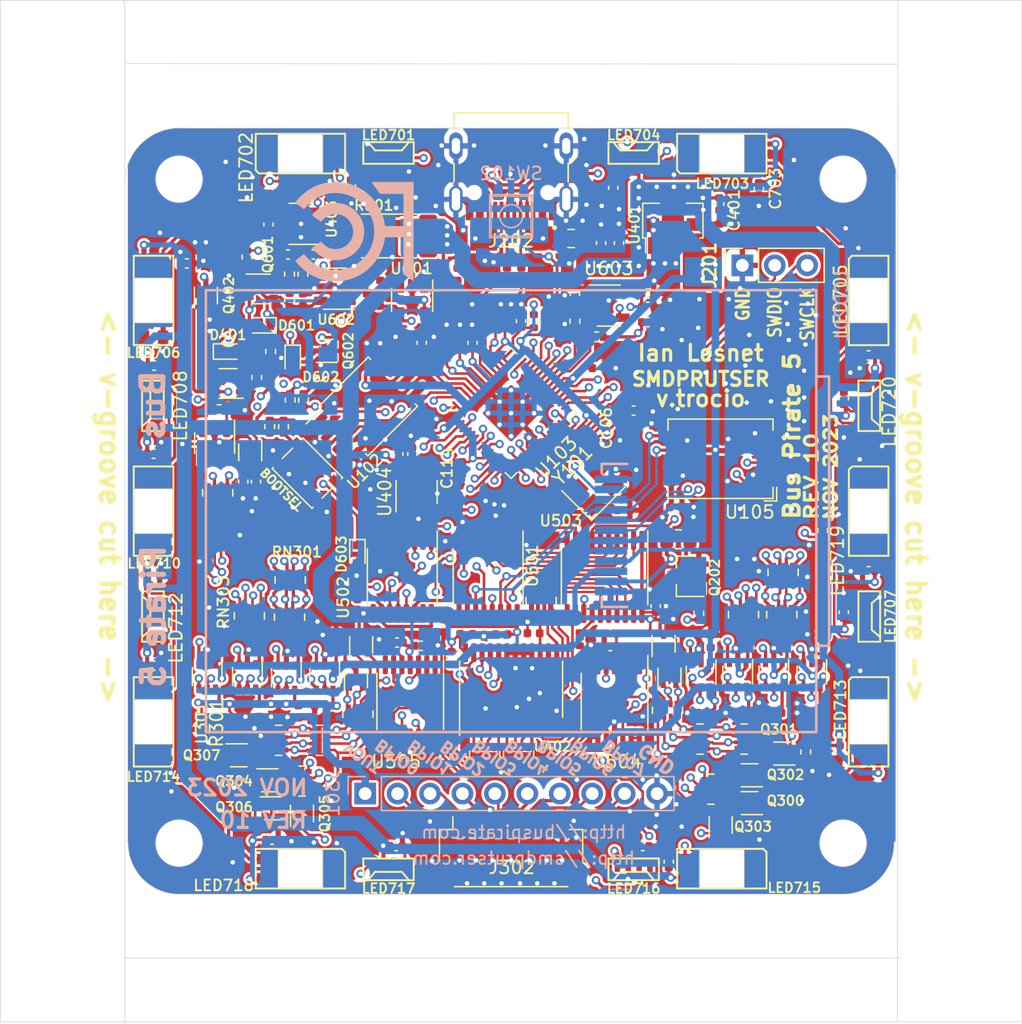
<source format=kicad_pcb>
(kicad_pcb (version 20221018) (generator pcbnew)
  (layers (0 "F.Cu" signal) (1 "In1.Cu" signal) (2 "In2.Cu" power) (31 "B.Cu" signal) (34 "B.Paste" user) (35 "F.Paste" user) (36 "B.SilkS" user "B.Silkscreen") (37 "F.SilkS" user "F.Silkscreen") (38 "B.Mask" user) (39 "F.Mask" user) (44 "Edge.Cuts" user))
  (net 0 "")
  (net 1 "GND")
  (net 2 "VREG_VIN")
  (net 3 "VREF_VOUT")
  (net 4 "SWDIO")
  (net 5 "SWCLK")
  (net 6 "BUFDIR0")
  (net 7 "BUFDIR4")
  (net 8 "BPIO0")
  (net 9 "BPIO4")
  (net 10 "BUFDIR1")
  (net 11 "BUFDIR5")
  (net 12 "BPIO1")
  (net 13 "BPIO5")
  (net 14 "BUFDIR2")
  (net 15 "BUFDIR6")
  (net 16 "BPIO2")
  (net 17 "BPIO6")
  (net 18 "BUFDIR3")
  (net 19 "BUFDIR7")
  (net 20 "BPIO3")
  (net 21 "BPIO7")
  (net 22 "BUFIO0")
  (net 23 "BUFIO4")
  (net 24 "BUFIO1")
  (net 25 "BUFIO5")
  (net 26 "BUFIO2")
  (net 27 "BUFIO6")
  (net 28 "BUFIO3")
  (net 29 "BUFIO7")
  (net 30 "USB_D+")
  (net 31 "USB_D-")
  (net 32 "CURRENT_SENSE")
  (net 33 "+3V3")
  (net 34 "+VUSB")
  (net 35 "USB_P")
  (net 36 "USB_N")
  (net 37 "+1V1")
  (net 38 "VREG_OUT")
  (net 39 "DISPLAY_LED-K")
  (net 40 "SPI_CLK")
  (net 41 "SPI_CDO")
  (net 42 "VREG_EN")
  (net 43 "CURRENT_DETECT")
  (net 44 "QSPI_SS")
  (net 45 "AMUX_OUT")
  (net 46 "AMUX_EN")
  (net 47 "SHIFT_EN")
  (net 48 "QSPI_SD3")
  (net 49 "QSPI_SCLK")
  (net 50 "QSPI_SD0")
  (net 51 "QSPI_SD2")
  (net 52 "QSPI_SD1")
  (net 53 "AMUX_S2")
  (net 54 "AMUX_S3")
  (net 55 "AMUX_S1")
  (net 56 "AMUX_S0")
  (net 57 "PULLUP_EN")
  (net 58 "SHIFT_LATCH")
  (net 59 "VREG_ADJ")
  (net 60 "SPI_CDI")
  (net 61 "DISPLAY_DP")
  (net 62 "DISPLAY_CS")
  (net 63 "DISPLAY_RESET")
  (net 64 "DISPLAY_BACKLIGHT")
  (net 65 "CURRENT_RESET")
  (net 66 "CURRENT_EN")
  (net 67 "DAC_CS")
  (net 68 "RGB_CDO")
  (net 69 "LEDS_CDO")
  (net 70 "Net-(U103-XIN)")
  (net 71 "Net-(U103-XOUT)")
  (net 72 "Net-(U103-ADC_AVDD)")
  (net 73 "Net-(U403-ADJ)")
  (net 74 "Net-(U603-+)")
  (net 75 "Net-(U602-+)")
  (net 76 "Net-(D601-A)")
  (net 77 "Net-(D401-A)")
  (net 78 "Net-(D602-A)")
  (net 79 "Net-(J202-VBUS-PadA4B9)")
  (net 80 "Net-(J202-CC1)")
  (net 83 "Net-(J202-CC2)")
  (net 84 "Net-(LED701-DI)")
  (net 85 "Net-(LED701-DO)")
  (net 86 "Net-(LED702-DI)")
  (net 87 "Net-(LED703-DI)")
  (net 88 "Net-(LED703-DO)")
  (net 89 "Net-(R408-Pad1)")
  (net 90 "Net-(LED706-DI)")
  (net 91 "Net-(LED707-DI)")
  (net 92 "Net-(LED707-DO)")
  (net 93 "Net-(LED708-DI)")
  (net 94 "Net-(LED710-DI)")
  (net 95 "Net-(LED712-DI)")
  (net 96 "Net-(LED713-DO)")
  (net 97 "Net-(LED714-DI)")
  (net 98 "Net-(LED715-DO)")
  (net 99 "Net-(LED716-DO)")
  (net 100 "Net-(LED717-DO)")
  (net 101 "Net-(LED719-DI)")
  (net 102 "Net-(Q202-G)")
  (net 103 "Net-(Q202-D)")
  (net 104 "Net-(Q300-D)")
  (net 105 "Net-(Q301-D)")
  (net 106 "Net-(Q302-D)")
  (net 107 "Net-(Q303-D)")
  (net 108 "Net-(Q304-D)")
  (net 109 "Net-(Q305-D)")
  (net 110 "Net-(Q306-D)")
  (net 111 "Net-(Q307-D)")
  (net 112 "Net-(Q401A-C1)")
  (net 113 "Net-(Q401A-B1)")
  (net 114 "Net-(Q601A-C1)")
  (net 115 "Net-(Q601A-B1)")
  (net 116 "Net-(Q601B-B2)")
  (net 117 "Net-(Q602-G)")
  (net 118 "Net-(SW101-A)")
  (net 119 "Net-(U503-B4)")
  (net 120 "Net-(U404--)")
  (net 121 "Net-(U601-+)")
  (net 122 "Net-(U601--)")
  (net 123 "Net-(RN301D-R1.1)")
  (net 124 "Net-(RN301B-R1.1)")
  (net 125 "Net-(RN301C-R1.1)")
  (net 126 "Net-(RN301A-R1.1)")
  (net 127 "Net-(RN304D-R1.1)")
  (net 128 "Net-(RN304B-R1.1)")
  (net 129 "Net-(RN304C-R1.1)")
  (net 130 "Net-(RN304A-R1.1)")
  (net 131 "Net-(RN306D-R1.1)")
  (net 132 "Net-(RN306B-R1.1)")
  (net 133 "Net-(RN306C-R1.1)")
  (net 134 "Net-(RN306A-R1.1)")
  (net 135 "Net-(RN309D-R1.8)")
  (net 136 "Net-(RN309C-R1.8)")
  (net 137 "Net-(RN309A-R1.8)")
  (net 138 "Net-(RN309B-R1.8)")
  (net 139 "Net-(RN315D-R1.8)")
  (net 140 "Net-(RN315C-R1.8)")
  (net 141 "Net-(RN315A-R1.8)")
  (net 142 "Net-(RN315B-R1.8)")
  (net 143 "Net-(RN400D-R1.1)")
  (net 144 "Net-(RN400B-R1.1)")
  (net 145 "Net-(RN400C-R1.1)")
  (net 146 "Net-(RN400A-R1.1)")
  (net 147 "Net-(RN401D-R1.1)")
  (net 148 "Net-(RN401B-R1.1)")
  (net 149 "Net-(RN401C-R1.1)")
  (net 150 "CURRENT_EN_OVERRIDE")
  (net 151 "Net-(RN401A-R1.1)")
  (net 152 "Net-(RN402D-R1.1)")
  (net 153 "BUTTONS")
  (net 154 "VREG_ADJ_MCU")
  (net 155 "CURRENT_ADJ_MCU")
  (net 156 "Net-(RN402B-R1.1)")
  (net 159 "Net-(U402-COM)")
  (net 160 "Net-(U501-QB)")
  (net 161 "Net-(U501-QC)")
  (net 162 "Net-(U501-QD)")
  (net 163 "Net-(U501-QE)")
  (net 164 "Net-(U501-QH)")
  (net 165 "Net-(U501-QH')")
  (net 166 "Net-(U501-QA)")
  (net 167 "SD_CS")
  (net 174 "Net-(U506-+)")
  (net 176 "Net-(RN317D-R1.1)")
  (net 177 "Net-(RN317C-R1.1)")
  (net 178 "Net-(RN317B-R1.1)")
  (net 179 "Net-(RN317A-R1.1)")
  (net 180 "Net-(RN318D-R1.1)")
  (net 181 "Net-(RN318C-R1.1)")
  (net 182 "Net-(RN318B-R1.1)")
  (net 183 "Net-(RN318A-R1.1)")
  (net 184 "MUX_BPIO4")
  (net 185 "MUX_BPIO5")
  (net 186 "MUX_BPIO6")
  (net 187 "MUX_BPIO7")
  (net 188 "MUX_BPIO0")
  (net 189 "MUX_BPIO1")
  (net 190 "MUX_BPIO2")
  (net 191 "MUX_BPIO3")
  (net 192 "MUX_VREF_VOUT")
  (net 196 "Net-(U402-I8)")
  (net 197 "Net-(RN402A-R1.1)")
  (net 198 "Net-(LED705-DO)")
  (footprint "dp-LED:SK6812-mini-e" (layer "F.Cu") (at 113.4 62.1 180)
    (fp_text reference "LED702")
    (fp_text value "SK6812-mini-e")
  )
  (footprint "dp-LED:SK6812-mini-e" (layer "F.Cu") (at 146.4 118.1)
    (fp_text reference "LED715")
    (fp_text value "SK6812-mini-e")
  )
  (footprint "dp-LED:SK6812-mini-e" (layer "F.Cu") (at 101.9 106.6 -90)
    (fp_text reference "LED714")
    (fp_text value "SK6812-mini-e")
  )
  (footprint "dp-LED:SK6812-mini-e" (layer "F.Cu") (at 146.4 62.1 180)
    (fp_text reference "LED703")
    (fp_text value "SK6812-mini-e")
  )
  (footprint "dp-LED:SK6812-mini-e" (layer "F.Cu") (at 157.9 73.6 90)
    (fp_text reference "LED705")
    (fp_text value "SK6812-mini-e")
  )
  (footprint "dp-LED:SK6812-mini-e" (layer "F.Cu") (at 113.4 118.1)
    (fp_text reference "LED718")
    (fp_text value "SK6812-mini-e")
  )
  (footprint "dp-LED:SK6812-mini-e" (layer "F.Cu") (at 101.9 73.6 -90)
    (fp_text reference "LED706")
    (fp_text value "SK6812-mini-e")
  )
  (footprint "dp-LED:SK6812-mini-e" (layer "F.Cu") (at 101.9 90.1 -90)
    (fp_text reference "LED710")
    (fp_text value "SK6812-mini-e")
  )
  (footprint "Capacitor_SMD:C_0402_1005Metric" (layer "F.Cu") (at 146.2 68.1 90)
    (fp_text reference "C402" hide)
    (fp_text value "4.7uF")
  )
  (footprint "Capacitor_SMD:C_0402_1005Metric" (layer "F.Cu") (at 151.405 100.225 -90)
    (fp_text reference "C313" hide)
    (fp_text value "0.1uF")
  )
  (footprint "Capacitor_SMD:C_0402_1005Metric" (layer "F.Cu") (at 145.53 100.3 -90)
    (fp_text reference "C308" hide)
    (fp_text value "0.1uF")
  )
  (footprint "Capacitor_SMD:C_0402_1005Metric" (layer "F.Cu") (at 150.6 105.9 180)
    (fp_text reference "C315" hide)
    (fp_text value "0.1uF")
  )
  (footprint "Capacitor_SMD:C_0402_1005Metric" (layer "F.Cu") (at 128.68 75.22 90)
    (fp_text reference "C107" hide)
    (fp_text value "2.2uF")
  )
  (footprint "Capacitor_SMD:C_0402_1005Metric" (layer "F.Cu") (at 107.03 105.7 -90)
    (fp_text reference "C304" hide)
    (fp_text value "0.1uF")
  )
  (footprint "Capacitor_SMD:C_0402_1005Metric" (layer "F.Cu") (at 126.395574 99.727186 180)
    (fp_text reference "C403" hide)
    (fp_text value "0.1uF")
  )
  (footprint "Capacitor_SMD:C_0402_1005Metric" (layer "F.Cu") (at 154.38 100.25 -90)
    (fp_text reference "C314" hide)
    (fp_text value "0.1uF")
  )
  (footprint "Capacitor_SMD:C_0402_1005Metric" (layer "F.Cu") (at 148.43 100.25 -90)
    (fp_text reference "C309" hide)
    (fp_text value "0.1uF")
  )
  (footprint "Capacitor_SMD:C_0402_1005Metric" (layer "F.Cu") (at 136.75 78.9)
    (fp_text reference "C112" hide)
    (fp_text value "0.1uF")
  )
  (footprint "Capacitor_SMD:C_0402_1005Metric" (layer "F.Cu") (at 129.68 75.22 -90)
    (fp_text reference "C108" hide)
    (fp_text value "2.2uF")
  )
  (footprint "Capacitor_SMD:C_0402_1005Metric" (layer "F.Cu") (at 130.68 75.22 90)
    (fp_text reference "C109" hide)
    (fp_text value "2.2uF")
  )
  (footprint "Capacitor_SMD:C_0402_1005Metric" (layer "F.Cu") (at 126.05 86.73 -90)
    (fp_text reference "C114")
    (fp_text value "0.1uF")
  )
  (footprint "Capacitor_SMD:C_0402_1005Metric" (layer "F.Cu") (at 125.88 76.92 90)
    (fp_text reference "C110" hide)
    (fp_text value "0.1uF")
  )
  (footprint "MountingHole:MountingHole_3.2mm_M3" (layer "F.Cu") (at 155.9 116.1)
    (fp_text reference "H3" hide)
    (fp_text value "MountingHole")
  )
  (footprint "Capacitor_SMD:C_0402_1005Metric" (layer "F.Cu") (at 132.7 75.22 90)
    (fp_text reference "C111" hide)
    (fp_text value "0.1uF")
  )
  (footprint "Capacitor_SMD:C_0402_1005Metric" (layer "F.Cu") (at 139.525 83.25)
    (fp_text reference "C113" hide)
    (fp_text value "0.1uF")
  )
  (footprint "Capacitor_SMD:C_0402_1005Metric" (layer "F.Cu") (at 121.85 76.92 90)
    (fp_text reference "C103" hide)
    (fp_text value "0.1uF")
  )
  (footprint "MountingHole:MountingHole_3.2mm_M3" (layer "F.Cu") (at 155.9 64.1 -90)
    (fp_text reference "H2" hide)
    (fp_text value "MountingHole")
  )
  (footprint "Capacitor_SMD:C_0402_1005Metric" (layer "F.Cu") (at 138.45 85.7)
    (fp_text reference "C106")
    (fp_text value "15pF")
  )
  (footprint "Capacitor_SMD:C_0402_1005Metric" (layer "F.Cu") (at 139.5 82.225)
    (fp_text reference "C118" hide)
    (fp_text value "0.1uF")
  )
  (footprint "MountingHole:MountingHole_3.2mm_M3" (layer "F.Cu") (at 103.9 64.1 -90)
    (fp_text reference "H1" hide)
    (fp_text value "MountingHole")
  )
  (footprint "MountingHole:MountingHole_3.2mm_M3" (layer "F.Cu") (at 103.9 116.1 -90)
    (fp_text reference "H4" hide)
    (fp_text value "MountingHole")
  )
  (footprint "Package_TO_SOT_SMD:SOT-363_SC-70-6" (layer "F.Cu") (at 106.1 103.05 -90)
    (fp_text reference "U301")
    (fp_text value "SN74LVC1T45DCK")
  )
  (footprint "Package_TO_SOT_SMD:SOT-363_SC-70-6" (layer "F.Cu") (at 115.3 103.15 -90)
    (fp_text reference "U304" hide)
    (fp_text value "SN74LVC1T45DCK")
  )
  (footprint "Package_TO_SOT_SMD:SOT-363_SC-70-6" (layer "F.Cu") (at 144.78 102.954668 -90)
    (fp_text reference "U305" hide)
    (fp_text value "SN74LVC1T45DCK")
  )
  (footprint "Package_TO_SOT_SMD:SOT-363_SC-70-6" (layer "F.Cu") (at 150.475 102.925 -90)
    (fp_text reference "U307" hide)
    (fp_text value "SN74LVC1T45DCK" hide)
  )
  (footprint "Resistor_SMD:R_0402_1005Metric" (layer "F.Cu") (at 129.58 71.54 90)
    (fp_text reference "R203" hide)
    (fp_text value "22R")
  )
  (footprint "Resistor_SMD:R_0402_1005Metric" (layer "F.Cu") (at 130.7 71.54 90)
    (fp_text reference "R202" hide)
    (fp_text value "22R")
  )
  (footprint "Resistor_SMD:R_0402_1005Metric" (layer "F.Cu") (at 124 64.78 90)
    (fp_text reference "R204" hide)
    (fp_text value "5.1K")
  )
  (footprint "Inductor_SMD:L_0805_2012Metric" (layer "F.Cu") (at 134.6 68.75 180)
    (fp_text reference "L201" hide)
    (fp_text value "1.5A")
  )
  (footprint "Capacitor_SMD:C_0402_1005Metric" (layer "F.Cu") (at 157.9 77.9)
    (fp_text reference "C705" hide)
    (fp_text value "0.1uF")
  )
  (footprint "Capacitor_SMD:C_0402_1005Metric" (layer "F.Cu") (at 101.95 78.7 180)
    (fp_text reference "C708" hide)
    (fp_text value "0.1uF")
  )
  (footprint "Capacitor_SMD:C_0402_1005Metric" (layer "F.Cu") (at 137.9 64.78 90)
    (fp_text reference "C704" hide)
    (fp_text value "0.1uF")
  )
  (footprint "Capacitor_SMD:C_0402_1005Metric" (layer "F.Cu") (at 104.5 70.7 180)
    (fp_text reference "C706" hide)
    (fp_text value "0.1uF")
  )
  (footprint "Capacitor_SMD:C_0402_1005Metric" (layer "F.Cu") (at 101.9 85.6 180)
    (fp_text reference "C710" hide)
    (fp_text value "0.1uF")
  )
  (footprint "Capacitor_SMD:C_0402_1005Metric" (layer "F.Cu") (at 101.9 95.1 180)
    (fp_text reference "C712" hide)
    (fp_text value "0.1uF")
  )
  (footprint "Capacitor_SMD:C_0402_1005Metric" (layer "F.Cu") (at 149.3 64.85 90)
    (fp_text reference "C703")
    (fp_text value "0.1uF")
  )
  (footprint "Capacitor_SMD:C_0402_1005Metric" (layer "F.Cu") (at 120.85 64.78 90)
    (fp_text reference "C701" hide)
    (fp_text value "0.1uF")
  )
  (footprint "Capacitor_SMD:C_0402_1005Metric" (layer "F.Cu") (at 124.88 76.92 90)
    (fp_text reference "C117" hide)
    (fp_text value "0.1uF")
  )
  (footprint "Resistor_SMD:R_0402_1005Metric" (layer "F.Cu") (at 131.68 75.22 -90)
    (fp_text reference "R103" hide)
    (fp_text value "200R")
  )
  (footprint "Capacitor_SMD:C_0402_1005Metric" (layer "F.Cu") (at 122.9 76.92 90)
    (fp_text reference "C104" hide)
    (fp_text value "2.2uF")
  )
  (footprint "RP_Silicon:RP2040-QFN-56" (layer "F.Cu") (at 129.9 82.43 45)
    (fp_text reference "U103")
    (fp_text value "RP2040")
  )
  (footprint "Capacitor_SMD:C_0402_1005Metric" (layer "F.Cu") (at 136.95 69.1 -90)
    (fp_text reference "C202" hide)
    (fp_text value "4.7uF")
  )
  (footprint "Capacitor_SMD:C_0402_1005Metric" (layer "F.Cu") (at 138.35 69.1 -90)
    (fp_text reference "C201" hide)
    (fp_text value "4.7uF")
  )
  (footprint "Capacitor_SMD:C_0402_1005Metric" (layer "F.Cu") (at 129.158596 99.73719)
    (fp_text reference "C501" hide)
    (fp_text value "0.1uF")
  )
  (footprint "Package_SO:TSSOP-16_4.4x5mm_P0.65mm" (layer "F.Cu") (at 128.1 95.25 -90)
    (fp_text reference "U501")
    (fp_text value "74HC595")
  )
  (footprint "Capacitor_SMD:C_0402_1005Metric" (layer "F.Cu") (at 126.88 76.92 90)
    (fp_text reference "C116" hide)
    (fp_text value "0.1uF")
  )
  (footprint "Resistor_SMD:R_Array_Convex_4x0402" (layer "F.Cu") (at 112.55 98.4 90)
    (fp_text reference "RN302" hide)
    (fp_text value "1M")
  )
  (footprint "Resistor_SMD:R_0805_2012Metric" (layer "F.Cu") (at 143 92.3 180)
    (fp_text reference "R209" hide)
    (fp_text value "33R")
  )
  (footprint "Resistor_SMD:R_Array_Convex_4x0402" (layer "F.Cu") (at 151.1 98.2 90)
    (fp_text reference "RN307" hide)
    (fp_text value "1M")
  )
  (footprint "Package_SO:SOP-8_5.28x5.23mm_P1.27mm" (layer "F.Cu") (at 118.7 81.9 45)
    (fp_text reference "U102")
    (fp_text value "W25Q128JVSIQ")
  )
  (footprint "Resistor_SMD:R_0402_1005Metric" (layer "F.Cu") (at 112.08 83.48 -90)
    (fp_text reference "R101" hide)
    (fp_text value "1K")
  )
  (footprint "Fiducial:Fiducial_1mm_Mask2mm" (layer "F.Cu") (at 158.6 68.05 -90)
    (fp_text reference "FID1" hide)
    (fp_text value "Fiducial")
  )
  (footprint "Fiducial:Fiducial_1mm_Mask2mm" (layer "F.Cu") (at 101.05 112.3 -90)
    (fp_text reference "FID2" hide)
    (fp_text value "Fiducial")
  )
  (footprint "Capacitor_SMD:C_0402_1005Metric" (layer "F.Cu") (at 142.247961 117.550141 -90)
    (fp_text reference "C715" hide)
    (fp_text value "0.1uF")
  )
  (footprint "Capacitor_SMD:C_0402_1005Metric" (layer "F.Cu") (at 101.9 102.2 180)
    (fp_text reference "C714" hide)
    (fp_text value "0.1uF")
  )
  (footprint "Capacitor_SMD:C_0402_1005Metric" (layer "F.Cu") (at 140.208 116.332 180)
    (fp_text reference "C716" hide)
    (fp_text value "0.1uF")
  )
  (footprint "Capacitor_SMD:C_0402_1005Metric" (layer "F.Cu") (at 120.904 116.332 180)
    (fp_text reference "C717" hide)
    (fp_text value "0.1uF")
  )
  (footprint "Capacitor_SMD:C_0402_1005Metric" (layer "F.Cu") (at 111.179494 115.831572 180)
    (fp_text reference "C718" hide)
    (fp_text value "0.1uF")
  )
  (footprint "Capacitor_SMD:C_0402_1005Metric" (layer "F.Cu") (at 124.627951 99.078197 90)
    (fp_text reference "C502" hide)
    (fp_text value "0.1uF")
  )
  (footprint "Capacitor_SMD:C_0402_1005Metric" (layer "F.Cu") (at 146.2 66.05 -90)
    (fp_text reference "C401")
    (fp_text value "4.7uF")
  )
  (footprint "Connector_PinSocket_2.54mm:PinSocket_1x03_P2.54mm_Vertical" (layer "F.Cu") (at 148.01 70.85 90)
    (fp_text reference "J201")
    (fp_text value "Conn_01x03")
  )
  (footprint "Resistor_SMD:R_0402_1005Metric" (layer "F.Cu") (at 111 83.48 90)
    (fp_text reference "R102" hide)
    (fp_text value "DNF")
  )
  (footprint "Fiducial:Fiducial_1mm_Mask2mm" (layer "F.Cu") (at 108 67.5)
    (fp_text reference "FID4" hide)
    (fp_text value "Fiducial")
  )
  (footprint "Fiducial:Fiducial_1mm_Mask2mm" (layer "F.Cu") (at 150.4 78.5)
    (fp_text reference "FID5" hide)
    (fp_text value "Fiducial")
  )
  (footprint "Fiducial:Fiducial_1mm_Mask2mm" (layer "F.Cu") (at 158.55 112.15)
    (fp_text reference "FID3" hide)
    (fp_text value "Fiducial")
  )
  (footprint "Capacitor_SMD:C_0402_1005Metric" (layer "F.Cu") (at 155.65 108.95 90)
    (fp_text reference "C713" hide)
    (fp_text value "0.1uF")
  )
  (footprint "Resistor_SMD:R_0402_1005Metric" (layer "F.Cu") (at 135.8 64.78 90)
    (fp_text reference "R201" hide)
    (fp_text value "5.1K")
  )
  (footprint "Connector_JST:JST_SH_SM09B-SRSS-TB_1x09-1MP_P1.00mm_Horizontal" (layer "F.Cu") (at 129.9 116.82)
    (fp_text reference "J302")
    (fp_text value "Conn_01x09")
  )
  (footprint "Package_SO:TSSOP-20_4.4x6.5mm_P0.65mm" (layer "F.Cu") (at 137.22 95.25 -90)
    (fp_text reference "U503")
    (fp_text value "74HCT245PW")
  )
  (footprint "Capacitor_SMD:C_0402_1005Metric" (layer "F.Cu") (at 122.17 85.62 90)
    (fp_text reference "C406" hide)
    (fp_text value "0.1uF")
  )
  (footprint "Crystal:Crystal_SMD_3225-4Pin_3.2x2.5mm" (layer "F.Cu") (at 136.45 88.25 45)
    (fp_text reference "Y101")
    (fp_text value "12Mhz")
  )
  (footprint "Resistor_SMD:R_0402_1005Metric" (layer "F.Cu") (at 117.8645 96.52 90)
    (fp_text reference "R501" hide)
    (fp_text value "10K")
  )
  (footprint "Resistor_SMD:R_0402_1005Metric" (layer "F.Cu") (at 131.657023 99.660448)
    (fp_text reference "R402" hide)
    (fp_text value "10K")
  )
  (footprint "Capacitor_SMD:C_0402_1005Metric" (layer "F.Cu") (at 121.07 85.62 -90)
    (fp_text reference "C405" hide)
    (fp_text value "2.2uF")
  )
  (footprint "Resistor_SMD:R_0402_1005Metric" (layer "F.Cu") (at 125.35 90)
    (fp_text reference "R406" hide)
    (fp_text value "10K")
  )
  (footprint "Capacitor_SMD:C_0402_1005Metric" (layer "F.Cu") (at 123.1 83.5 90)
    (fp_text reference "C115" hide)
    (fp_text value "0.1uF")
  )
  (footprint "Package_TO_SOT_SMD:SOT-23" (layer "F.Cu") (at 143.6 95.2 180)
    (fp_text reference "Q202")
    (fp_text value "2N7002")
  )
  (footprint "Capacitor_SMD:C_0402_1005Metric" (layer "F.Cu") (at 138.72 90.02)
    (fp_text reference "C105" hide)
    (fp_text value "15pF")
  )
  (footprint "Button_Switch_SMD:SW_SPST_PTS810" (layer "F.Cu") (at 113.95 87.12 -45)
    (fp_text reference "SW101" hide)
    (fp_text value "SW_SPST")
  )
  (footprint "Diode_SMD:D_SOD-523" (layer "F.Cu") (at 110.35 75.55 180)
    (fp_text reference "D601")
    (fp_text value "1N4148WS")
  )
  (footprint "Capacitor_SMD:C_0402_1005Metric" (layer "F.Cu") (at 155.956 98.016 -90)
    (fp_text reference "C707" hide)
    (fp_text value "0.1uF")
  )
  (footprint "Capacitor_SMD:C_0402_1005Metric" (layer "F.Cu") (at 125.1 74.65)
    (fp_text reference "C601" hide)
    (fp_text value "2.2uF")
  )
  (footprint "Capacitor_SMD:C_0402_1005Metric" (layer "F.Cu") (at 125.085 73.55 180)
    (fp_text reference "C602" hide)
    (fp_text value "0.1uF")
  )
  (footprint "Resistor_SMD:R_0402_1005Metric" (layer "F.Cu") (at 113.42 64.75 90)
    (fp_text reference "R405" hide)
    (fp_text value "33K")
  )
  (footprint "Resistor_SMD:R_0402_1005Metric" (layer "F.Cu") (at 109.98 79.63 90)
    (fp_text reference "R410" hide)
    (fp_text value "10K")
  )
  (footprint "Resistor_SMD:R_0402_1005Metric" (layer "F.Cu") (at 111.07 77.6 -90)
    (fp_text reference "R409" hide)
    (fp_text value "33K")
  )
  (footprint "Resistor_SMD:R_0402_1005Metric" (layer "F.Cu") (at 109.98 77.6 -90)
    (fp_text reference "R408" hide)
    (fp_text value "33K")
  )
  (footprint "Resistor_SMD:R_0402_1005Metric" (layer "F.Cu") (at 111.07 79.63 90)
    (fp_text reference "R412" hide)
    (fp_text value "100K")
  )
  (footprint "Resistor_SMD:R_0402_1005Metric" (layer "F.Cu") (at 109.22 70.2 -90)
    (fp_text reference "R611" hide)
    (fp_text value "10K")
  )
  (footprint "Resistor_SMD:R_0402_1005Metric" (layer "F.Cu") (at 112.55 73.56 90)
    (fp_text reference "R609" hide)
    (fp_text value "10K")
  )
  (footprint "Resistor_SMD:R_0402_1005Metric" (layer "F.Cu") (at 112.55 71.54 -90)
    (fp_text reference "R608" hide)
    (fp_text value "200R")
  )
  (footprint "Capacitor_SMD:C_0402_1005Metric" (layer "F.Cu") (at 114.41 70 180)
    (fp_text reference "C404" hide)
    (fp_text value "4.7uF")
  )
  (footprint "Resistor_SMD:R_0402_1005Metric" (layer "F.Cu") (at 111.99 64.75 -90)
    (fp_text reference "R403" hide)
    (fp_text value "102K")
  )
  (footprint "Resistor_SMD:R_0402_1005Metric" (layer "F.Cu") (at 119.63 73.56 90)
    (fp_text reference "R605" hide)
    (fp_text value "33K")
  )
  (footprint "Resistor_SMD:R_2512_6332Metric_Pad1.40x3.35mm_HandSolder" (layer "F.Cu") (at 120.35 68.55 180)
    (fp_text reference "R601")
    (fp_text value "0R2")
  )
  (footprint "Resistor_SMD:R_0402_1005Metric" (layer "F.Cu") (at 124.6 71.54 90)
    (fp_text reference "R602" hide)
    (fp_text value "1K")
  )
  (footprint "Resistor_SMD:R_0402_1005Metric" (layer "F.Cu") (at 125.7 71.55 -90)
    (fp_text reference "R604" hide)
    (fp_text value "33K")
  )
  (footprint "Resistor_SMD:R_0402_1005Metric" (layer "F.Cu") (at 118.6 73.56 -90)
    (fp_text reference "R606" hide)
    (fp_text value "10K")
  )
  (footprint "Capacitor_SMD:C_0402_1005Metric" (layer "F.Cu") (at 118.6 71.55 -90)
    (fp_text reference "C603" hide)
    (fp_text value "DNF")
  )
  (footprint "Capacitor_SMD:C_0402_1005Metric" (layer "F.Cu") (at 113.6 73.56 90)
    (fp_text reference "C605" hide)
    (fp_text value "0.1uF")
  )
  (footprint "Resistor_SMD:R_0402_1005Metric" (layer "F.Cu") (at 119.65 71.54 90)
    (fp_text reference "R603" hide)
    (fp_text value "1K")
  )
  (footprint "Resistor_SMD:R_0402_1005Metric" (layer "F.Cu") (at 113.6 71.54 90)
    (fp_text reference "R610" hide)
    (fp_text value "10K")
  )
  (footprint "Capacitor_SMD:C_0402_1005Metric" (layer "F.Cu") (at 117.35 64.65 90)
    (fp_text reference "C702" hide)
    (fp_text value "0.1uF")
  )
  (footprint "Package_TO_SOT_SMD:SOT-523" (layer "F.Cu") (at 106 73.21 90)
    (fp_text reference "Q402")
    (fp_text value "SI2301")
  )
  (footprint "Resistor_SMD:R_0402_1005Metric" (layer "F.Cu") (at 112.6 81.4 -90)
    (fp_text reference "R613" hide)
    (fp_text value "10K")
  )
  (footprint "Resistor_SMD:R_0402_1005Metric" (layer "F.Cu") (at 113.65 81.4 -90)
    (fp_text reference "R612" hide)
    (fp_text value "200R")
  )
  (footprint "Capacitor_SMD:C_0402_1005Metric" (layer "F.Cu") (at 112.43 70)
    (fp_text reference "C407" hide)
    (fp_text value "4.7uF")
  )
  (footprint "Resistor_SMD:R_0402_1005Metric" (layer "F.Cu") (at 114.85 64.75 90)
    (fp_text reference "R401" hide)
    (fp_text value "100K")
  )
  (footprint "Package_TO_SOT_SMD:SOT-23-5" (layer "F.Cu") (at 113.42 67.6 180)
    (fp_text reference "U403")
    (fp_text value "AP2127")
  )
  (footprint "Package_TO_SOT_SMD:SOT-363_SC-70-6" (layer "F.Cu") (at 110.35 72.7)
    (fp_text reference "Q601")
    (fp_text value "MMDT3906")
  )
  (footprint "Package_TO_SOT_SMD:SOT-363_SC-70-6" (layer "F.Cu") (at 107.73 80.1 180)
    (fp_text reference "Q401" hide)
    (fp_text value "BCM857")
  )
  (footprint "Diode_SMD:D_SOD-523" (layer "F.Cu") (at 107.73 77.6)
    (fp_text reference "D401")
    (fp_text value "1N4148WS")
  )
  (footprint "Resistor_SMD:R_Array_Convex_4x0402" (layer "F.Cu") (at 144.7 107.95)
    (fp_text reference "RN309" hide)
    (fp_text value "330R")
  )
  (footprint "Package_SO:TSSOP-24_4.4x7.8mm_P0.65mm" (layer "F.Cu") (at 129.9 104.05 90)
    (fp_text reference "U402")
    (fp_text value "CD4067")
  )
  (footprint "Package_TO_SOT_SMD:SOT-363_SC-70-6" (layer "F.Cu") (at 147.648865 102.927768 -90)
    (fp_text reference "U306" hide)
    (fp_text value "SN74LVC1T45DCK")
  )
  (footprint "Capacitor_SMD:C_0402_1005Metric" (layer "F.Cu") (at 145 105.9 180)
    (fp_text reference "C311" hide)
    (fp_text value "0.1uF")
  )
  (footprint "Resistor_SMD:R_0402_1005Metric" (layer "F.Cu") (at 144.6 98.1 90)
    (fp_text reference "R208" hide)
    (fp_text value "200R")
  )
  (footprint "Capacitor_SMD:C_0402_1005Metric" (layer "F.Cu") (at 148 105.9 180)
    (fp_text reference "C312" hide)
    (fp_text value "0.1uF")
  )
  (footprint "Resistor_SMD:R_Array_Convex_4x0402" (layer "F.Cu") (at 109.4 98.3 90)
    (fp_text reference "RN303")
    (fp_text value "100K")
  )
  (footprint "Capacitor_SMD:C_0402_1005Metric" (layer "F.Cu") (at 141.224 97.536 -90)
    (fp_text reference "C503" hide)
    (fp_text value "0.1uF")
  )
  (footprint "Package_TO_SOT_SMD:SOT-363_SC-70-6" (layer "F.Cu") (at 112.3 103.15 -90)
    (fp_text reference "U303" hide)
    (fp_text value "SN74LVC1T45DCK")
  )
  (footprint "Resistor_SMD:R_Array_Convex_4x0402" (layer "F.Cu") (at 148.1 98.2 90)
    (fp_text reference "RN308" hide)
    (fp_text value "100K")
  )
  (footprint "Resistor_SMD:R_Array_Convex_4x0402" (layer "F.Cu") (at 112.6 95.5 90)
    (fp_text reference "RN301")
    (fp_text value "330R")
  )
  (footprint "Package_TO_SOT_SMD:SOT-363_SC-70-6" (layer "F.Cu") (at 109.25 103.05 -90)
    (fp_text reference "U302" hide)
    (fp_text value "SN74LVC1T45DCK")
  )
  (footprint "Capacitor_SMD:C_0402_1005Metric" (layer "F.Cu") (at 113.23 105.8 -90)
    (fp_text reference "C306" hide)
    (fp_text value "0.1uF")
  )
  (footprint "Capacitor_SMD:C_0402_1005Metric" (layer "F.Cu") (at 116.2 100.3 -90)
    (fp_text reference "C307" hide)
    (fp_text value "0.1uF")
  )
  (footprint "Capacitor_SMD:C_0402_1005Metric" (layer "F.Cu") (at 107.03 100.35 -90)
    (fp_text reference "C301" hide)
    (fp_text value "0.1uF")
  )
  (footprint "Capacitor_SMD:C_0402_1005Metric" (layer "F.Cu") (at 110.18 100.35 -90)
    (fp_text reference "C302" hide)
    (fp_text value "0.1uF")
  )
  (footprint "Capacitor_SMD:C_0402_1005Metric" (layer "F.Cu") (at 110.18 105.7 -90)
    (fp_text reference "C305" hide)
    (fp_text value "0.1uF")
  )
  (footprint "Capacitor_SMD:C_0402_1005Metric" (layer "F.Cu") (at 113.23 100.45 -90)
    (fp_text reference "C303" hide)
    (fp_text value "0.1uF")
  )
  (footprint "Resistor_SMD:R_Array_Convex_4x0402" (layer "F.Cu") (at 151.2 94.9 90)
    (fp_text reference "RN306" hide)
    (fp_text value "330R")
  )
  (footprint "Resistor_SMD:R_Array_Convex_4x0402" (layer "F.Cu") (at 111.7 108.05 180)
    (fp_text reference "RN304" hide)
    (fp_text value "1M")
  )
  (footprint "Package_TO_SOT_SMD:SOT-363_SC-70-6" (layer "F.Cu") (at 153.45 102.95 -90)
    (fp_text reference "U308" hide)
    (fp_text value "SN74LVC1T45DCK")
  )
  (footprint "dp-LED:SK6812-mini-e" (layer "F.Cu") (at 157.9 106.6 90)
    (fp_text reference "LED713")
    (fp_text value "SK6812-mini-e")
  )
  (footprint "usb-c:HRO_TYPE-C-31-M-12" (layer "F.Cu") (at 129.9 61.5 180)
    (fp_text reference "J202")
    (fp_text value "TYPE-C-31-M-12")
  )
  (footprint "Package_SO:TSSOP-16_4.4x5mm_P0.65mm" (layer "F.Cu") (at 121.3755 95.25 -90)
    (fp_text reference "U502")
    (fp_text value "74HC595")
  )
  (footprint "Capacitor_SMD:C_0402_1005Metric" (layer "F.Cu") (at 153.7 105.9 180)
    (fp_text reference "C316" hide)
    (fp_text value "0.1uF")
  )
  (footprint "dp-LED:SK6812-side-a_b" (layer "F.Cu") (at 157.9 98.35 90)
    (fp_text reference "LED707")
    (fp_text value "SK6812-side-a_b")
  )
  (footprint "dp-LED:SK6812-side-a_b" (layer "F.Cu") (at 139.5 118.1)
    (fp_text reference "LED716")
    (fp_text value "SK6812-side-a_b")
  )
  (footprint "dp-LED:SK6812-side-a_b" (layer "F.Cu") (at 120.3 118.1)
    (fp_text reference "LED717")
    (fp_text value "SK6812-side-a_b")
  )
  (footprint "dp-LED:SK6812-side-a_b" (layer "F.Cu") (at 101.9 98.35 -90)
    (fp_text reference "LED712")
    (fp_text value "SK6812-side-a_b")
  )
  (footprint "dp-LED:SK6812-side-a_b" (layer "F.Cu") (at 101.9 81.85 -90)
    (fp_text reference "LED708")
    (fp_text value "SK6812-side-a_b")
  )
  (footprint "dp-LED:SK6812-side-a_b" (layer "F.Cu") (at 120.3 62.1 180)
    (fp_text reference "LED701")
    (fp_text value "SK6812-side-a_b")
  )
  (footprint "dp-LED:SK6812-side-a_b" (layer "F.Cu") (at 139.5 62.1 180)
    (fp_text reference "LED704")
    (fp_text value "SK6812-side-a_b")
  )
  (footprint "Resistor_SMD:R_Array_Convex_4x0402" (layer "F.Cu") (at 132.25 97.1 90)
    (fp_text reference "RN315" hide)
    (fp_text value "510R")
  )
  (footprint "Resistor_SMD:R_Array_Convex_4x0402" (layer "F.Cu") (at 148.15 107.95)
    (fp_text reference "RN310" hide)
    (fp_text value "1M")
  )
  (footprint "Resistor_SMD:R_Array_Convex_4x0402" (layer "F.Cu") (at 114.9 108.05 180)
    (fp_text reference "RN305" hide)
    (fp_text value "330R")
  )
  (footprint "Resistor_SMD:R_0402_1005Metric" (layer "F.Cu") (at 135.275327 100.1301 90)
    (fp_text reference "R316" hide)
    (fp_text value "510R")
  )
  (footprint "Capacitor_SMD:C_0402_1005Metric" (layer "F.Cu") (at 115 105.35 180)
    (fp_text reference "C310" hide)
    (fp_text value "0.1uF")
  )
  (footprint "Diode_SMD:D_SOD-523" (layer "F.Cu") (at 117.8645 93.472 -90)
    (fp_text reference "D603")
    (fp_text value "1N4148WS")
  )
  (footprint "Package_TO_SOT_SMD:SOT-523" (layer "F.Cu") (at 115.3 77.55 180)
    (fp_text reference "Q602")
    (fp_text value "SI2301")
  )
  (footprint "Capacitor_SMD:C_0402_1005Metric" (layer "F.Cu") (at 140.6 73.05)
    (fp_text reference "C413" hide)
    (fp_text value "2.2uF")
  )
  (footprint "Capacitor_SMD:C_0402_1005Metric" (layer "F.Cu") (at 140.6 74.1 180)
    (fp_text reference "C414" hide)
    (fp_text value "0.1uF")
  )
  (footprint "Capacitor_SMD:C_0402_1005Metric" (layer "F.Cu") (at 134.9 73.1 -90)
    (fp_text reference "C415" hide)
    (fp_text value "0.1uF")
  )
  (footprint "Capacitor_SMD:C_0402_1005Metric" (layer "F.Cu") (at 140.6 75.3 180)
    (fp_text reference "C416" hide)
    (fp_text value "0.1uF")
  )
  (footprint "Resistor_SMD:R_0402_1005Metric" (layer "F.Cu") (at 134.9 75.22 -90)
    (fp_text reference "R414" hide)
    (fp_text value "10K")
  )
  (footprint "Resistor_SMD:R_0402_1005Metric" (layer "F.Cu") (at 136.6 76.45 180)
    (fp_text reference "R415" hide)
    (fp_text value "10K")
  )
  (footprint "Package_TO_SOT_SMD:SOT-89-3" (layer "F.Cu") (at 142.57 67.65 90)
    (fp_text reference "U401")
    (fp_text value "ME6211A33PG-N")
  )
  (footprint "Capacitor_SMD:C_0402_1005Metric" (layer "F.Cu") (at 110.9 67.65 90)
    (fp_text reference "C408" hide)
    (fp_text value "120pF")
  )
  (footprint "Resistor_SMD:R_0402_1005Metric" (layer "F.Cu") (at 110.9 65.7 90)
    (fp_text reference "R404" hide)
    (fp_text value "133K")
  )
  (footprint "Diode_SMD:D_SOD-523" (layer "F.Cu") (at 112.8 78.25 -90)
    (fp_text reference "D602")
    (fp_text value "1N4148WS")
  )
  (footprint "Package_TO_SOT_SMD:SOT-23-5" (layer "F.Cu") (at 116.1 72.68 180)
    (fp_text reference "U602")
    (fp_text value "LMV331")
  )
  (footprint "Package_TO_SOT_SMD:SOT-523" (layer "F.Cu") (at 151.12 109.085 180)
    (fp_text reference "Q301")
    (fp_text value "SI2301")
  )
  (footprint "Package_TO_SOT_SMD:SOT-523" (layer "F.Cu") (at 148.58 110.784269 180)
    (fp_text reference "Q302")
    (fp_text value "SI2301")
  )
  (footprint "Package_TO_SOT_SMD:SOT-523" (layer "F.Cu") (at 146.312 114.671 90)
    (fp_text reference "Q303")
    (fp_text value "SI2301")
  )
  (footprint "Resistor_SMD:R_0402_1005Metric" (layer "F.Cu") (at 152.977573 108.956257 90)
    (fp_text reference "R313" hide)
    (fp_text value "10K")
  )
  (footprint "Package_TO_SOT_SMD:SOT-523" (layer "F.Cu") (at 148.581608 112.96611 180)
    (fp_text reference "Q300")
    (fp_text value "SI2301")
  )
  (footprint "Resistor_SMD:R_Array_Convex_4x0402" (layer "F.Cu") (at 145.55 111.875)
    (fp_text reference "RN311" hide)
    (fp_text value "10K")
  )
  (footprint "Resistor_SMD:R_Array_Convex_4x0402" (layer "F.Cu") (at 113.53 111.24 180)
    (fp_text reference "RN312" hide)
    (fp_text value "10K")
  )
  (footprint "Package_TO_SOT_SMD:SOT-523" (layer "F.Cu") (at 110.992709 111.17921)
    (fp_text reference "Q304")
    (fp_text value "SI2301")
  )
  (footprint "Package_TO_SOT_SMD:SOT-523" (layer "F.Cu") (at 113.525614 113.783421 90)
    (fp_text reference "Q305")
    (fp_text value "SI2301")
  )
  (footprint "Package_TO_SOT_SMD:SOT-523" (layer "F.Cu") (at 111.250195 113.373968)
    (fp_text reference "Q306")
    (fp_text value "SI2301")
  )
  (footprint "Package_TO_SOT_SMD:SOT-523" (layer "F.Cu") (at 108.575 109.22)
    (fp_text reference "Q307")
    (fp_text value "SI2301")
  )
  (footprint "Resistor_SMD:R_Array_Convex_4x0402" (layer "F.Cu") (at 130.49 109.15 -90)
    (fp_text reference "RN400" hide)
    (fp_text value "510R")
  )
  (footprint "Resistor_SMD:R_Array_Convex_4x0402" (layer "F.Cu") (at 127.83 109.15 -90)
    (fp_text reference "RN401" hide)
    (fp_text value "510R")
  )
  (footprint "Resistor_SMD:R_Array_Convex_4x0402" (layer "F.Cu") (at 106.923997 88.666082 90)
    (fp_text reference "RN402" hide)
    (fp_text value "510R")
  )
  (footprint "Package_TO_SOT_SMD:SOT-23-5" (layer "F.Cu") (at 122.15 73.56 -90)
    (fp_text reference "U601")
    (fp_text value "LMV321A")
  )
  (footprint "Package_TO_SOT_SMD:SOT-23-5" (layer "F.Cu") (at 137.55 74)
    (fp_text reference "U603")
    (fp_text value "LMV321")
  )
  (footprint "Package_TO_SOT_SMD:SOT-23-5" (layer "F.Cu") (at 122.5 88.6 90)
    (fp_text reference "U404")
    (fp_text value "LMV321")
  )
  (footprint "Resistor_SMD:R_0402_1005Metric" (layer "F.Cu") (at 125.344184 88.913667)
    (fp_text reference "R407" hide)
    (fp_text value "10K")
  )
  (footprint "Capacitor_SMD:C_0402_1005Metric" (layer "F.Cu") (at 157.9 94.8)
    (fp_text reference "C719" hide)
    (fp_text value "0.1uF")
  )
  (footprint "dp-LED:SK6812-mini-e" (layer "F.Cu") (at 157.9 90.1 90)
    (fp_text reference "LED719")
    (fp_text value "SK6812-mini-e")
  )
  (footprint "Capacitor_SMD:C_0402_1005Metric" (layer "F.Cu") (at 142.8 89.8)
    (fp_text reference "C121" hide)
    (fp_text value "0.1uF")
  )
  (footprint "dp-memory:U-PDFN-8" (layer "F.Cu") (at 146.3 86 180)
    (fp_text reference "U105")
    (fp_text value "MT29F1G01ABAFDWB")
  )
  (footprint "Resistor_SMD:R_0402_1005Metric" (layer "F.Cu") (at 154.3 91.61 90)
    (fp_text reference "R502" hide)
    (fp_text value "1K")
  )
  (footprint "dp-LED:SK6812-side-a_b" (layer "F.Cu") (at 157.9 81.85 90)
    (fp_text reference "LED720")
    (fp_text value "SK6812-side-a_b")
  )
  (footprint "Resistor_SMD:R_0402_1005Metric" (layer "F.Cu") (at 105.664 106.678 -90)
    (fp_text reference "R301")
    (fp_text value "10K")
  )
  (footprint "Capacitor_SMD:C_0402_1005Metric" (layer "F.Cu") (at 155.956 81.28 -90)
    (fp_text reference "C720" hide)
    (fp_text value "0.1uF")
  )
  (footprint "Package_SO:TSSOP-14_4.4x5mm_P0.65mm" (layer "F.Cu") (at 138 105 -90)
    (fp_text reference "U504")
    (fp_text value "LMV324")
  )
  (footprint "Resistor_SMD:R_0402_1005Metric" (layer "F.Cu") (at 125.233892 101.602 90)
    (fp_text reference "R320" hide)
    (fp_text value "510R")
  )
  (footprint "Capacitor_SMD:C_0402_1005Metric" (layer "F.Cu") (at 109.920864 87.790789 90)
    (fp_text reference "C504" hide)
    (fp_text value "2.2uF")
  )
  (footprint "Capacitor_SMD:C_0402_1005Metric" (layer "F.Cu") (at 137.668 99.697012)
    (fp_text reference "C507" hide)
    (fp_text value "2.2uF")
  )
  (footprint "Package_TO_SOT_SMD:SOT-523" (layer "F.Cu") (at 117.750123 103.261 90)
    (fp_text reference "D503" hide)
    (fp_text value "BAT54C")
  )
  (footprint "Package_TO_SOT_SMD:SOT-523" (layer "F.Cu") (at 118.160849 100.584 90)
    (fp_text reference "D504" hide)
    (fp_text value "BAT54C")
  )
  (footprint "Capacitor_SMD:C_0402_1005Metric" (layer "F.Cu") (at 108.925662 87.779471 -90)
    (fp_text reference "C506" hide)
    (fp_text value "0.1uF")
  )
  (footprint "Package_SO:TSSOP-14_4.4x5mm_P0.65mm" (layer "F.Cu") (at 122 105 -90)
    (fp_text reference "U505")
    (fp_text value "LMV324")
  )
  (footprint "Resistor_SMD:R_0402_1005Metric" (layer "F.Cu") (at 107.033715 82.151918 180)
    (fp_text reference "R319" hide)
    (fp_text value "100K")
  )
  (footprint "Package_TO_SOT_SMD:SOT-523" (layer "F.Cu") (at 109.470791 85.500144 -90)
    (fp_text reference "D500" hide)
    (fp_text value "BAT54C")
  )
  (footprint "Capacitor_SMD:C_0402_1005Metric" (layer "F.Cu") (at 120.967149 100.389462)
    (fp_text reference "C509" hide)
    (fp_text value "2.2uF")
  )
  (footprint "Capacitor_SMD:C_0402_1005Metric" (layer "F.Cu") (at 122.847008 100.646986 180)
    (fp_text reference "C510" hide)
    (fp_text value "0.1uF")
  )
  (footprint "Package_TO_SOT_SMD:SOT-523" (layer "F.Cu") (at 141.842965 100.48972 90)
    (fp_text reference "D501" hide)
    (fp_text value "BAT54C")
  )
  (footprint "Package_TO_SOT_SMD:SOT-523" (layer "F.Cu") (at 142.303512 103.051295 90)
    (fp_text reference "D502" hide)
    (fp_text value "BAT54C")
  )
  (footprint "Capacitor_SMD:C_0402_1005Metric" (layer "F.Cu") (at 137.668 100.665442)
    (fp_text reference "C508" hide)
    (fp_text value "0.1uF")
  )
  (footprint "Resistor_SMD:R_Array_Convex_4x0402" (layer "F.Cu") (at 117.9 106 -90)
    (fp_text reference "RN318" hide)
    (fp_text value "100K")
  )
  (footprint "Package_TO_SOT_SMD:SOT-23-5" (layer "F.Cu") (at 106.68 84.77 -90)
    (fp_text reference "U506" hide)
    (fp_text value "LMV321")
  )
  (footprint "Resistor_SMD:R_Array_Convex_4x0402" (layer "F.Cu") (at 142.15 105.7 -90)
    (fp_text reference "RN317" hide)
    (fp_text value "100K")
  )
  (footprint "Connector_PinHeader_2.54mm:PinHeader_1x10_P2.54mm_Vertical" (layer "B.Cu") (at 118.47 112.22 -90)
    (fp_text reference "J301")
    (fp_text value "Conn_01x10")
  )
  (footprint "dp-switch:GT-TC026X-HXXX-LX" (layer "B.Cu") (at 129.9 67 90)
    (fp_text reference "SW102")
    (fp_text value "4P_button_sw")
  )
  (footprint "dp-logo:logo_fcc" (layer "B.Cu") (at 117.65 68.2 180)
    (fp_text reference "logo1" hide)
    (fp_text value "fcc_logo" hide)
  )
  (footprint "dp-lcd:TFT_20_QT200H1201" (layer "B.Cu") (at 129.9 90.1 -90)
    (fp_text reference "LCD201")
    (fp_text value "TFT_20_QT200H1201")
  )
  (gr_arc (start 103.9 120.1) (mid 101.071573 118.928427) (end 99.9 116.1) (stroke (width 0.05)) (layer "Edge.Cuts"))
  (gr_circle (center 155.9 116.1) (end 155.9 117.1) (stroke (width 0.05)) (fill none) (layer "Edge.Cuts"))
  (gr_circle (center 103.9 64.1) (end 103.9 65.1) (stroke (width 0.05)) (fill none) (layer "Edge.Cuts"))
  (gr_circle (center 103.9 116.1) (end 103.9 117.1) (stroke (width 0.05)) (fill none) (layer "Edge.Cuts"))
  (gr_arc (start 99.650001 64.1) (mid 100.988674 61.261831) (end 103.899916 60.090538) (stroke (width 0.05)) (layer "Edge.Cuts"))
  (gr_arc (start 159.9 116.1) (mid 158.728427 118.928427) (end 155.9 120.1) (stroke (width 0.05)) (layer "Edge.Cuts"))
  (gr_line (start 103.9 120.1) (end 155.9 120.1) (stroke (width 0.05)) (layer "Edge.Cuts"))
  (gr_circle (center 155.9 64.1) (end 155.9 65.1) (stroke (width 0.05)) (fill none) (layer "Edge.Cuts"))
  (gr_arc (start 155.95 60.100001) (mid 158.857668 61.239515) (end 160.109074 64.10081) (stroke (width 0.05)) (layer "Edge.Cuts"))
  (gr_line (start 155.95 60.100001) (end 103.9 60.1) (stroke (width 0.05)) (layer "Edge.Cuts"))
  (gr_line (start 99.65 50.25) (end 99.65 130.25) (stroke (width 0.05)) (layer "Edge.Cuts"))
  (gr_line (start 100.35 71.95) (end 100.35 75.25) (stroke (width 0.05)) (layer "Edge.Cuts"))
  (gr_line (start 148.15 60.65) (end 148.15 63.55) (stroke (width 0.05)) (layer "Edge.Cuts"))
  (gr_line (start 148.05 63.65) (end 144.75 63.65) (stroke (width 0.05)) (layer "Edge.Cuts"))
  (gr_line (start 159.35 108.35) (end 156.45 108.35) (stroke (width 0.05)) (layer "Edge.Cuts"))
  (gr_line (start 111.65 60.65) (end 111.65 63.55) (stroke (width 0.05)) (layer "Edge.Cuts"))
  (gr_line (start 103.35 75.35) (end 100.45 75.35) (stroke (width 0.05)) (layer "Edge.Cuts"))
  (gr_line (start 115.05 63.65) (end 111.75 63.65) (stroke (width 0.05)) (layer "Edge.Cuts"))
  (gr_line (start 159.35 71.85) (end 156.45 71.85) (stroke (width 0.05)) (layer "Edge.Cuts"))
  (gr_line (start 103.35 104.85) (end 100.45 104.85) (stroke (width 0.05)) (layer "Edge.Cuts"))
  (gr_line (start 115.05 60.55) (end 111.75 60.55) (stroke (width 0.05)) (layer "Edge.Cuts"))
  (gr_line (start 148.05 116.55) (end 144.75 116.55) (stroke (width 0.05)) (layer "Edge.Cuts"))
  (gr_line (start 100.35 104.95) (end 100.35 108.25) (stroke (width 0.05)) (layer "Edge.Cuts"))
  (gr_line (start 115.15 60.65) (end 115.15 63.55) (stroke (width 0.05)) (layer "Edge.Cuts"))
  (gr_line (start 115.15 116.65) (end 115.15 119.55) (stroke (width 0.05)) (layer "Edge.Cuts"))
  (gr_line (start 144.65 116.65) (end 144.65 119.55) (stroke (width 0.05)) (layer "Edge.Cuts"))
  (gr_line (start 103.45 71.95) (end 103.45 75.25) (stroke (width 0.05)) (layer "Edge.Cuts"))
  (gr_line (start 115.05 116.55) (end 111.75 116.55) (stroke (width 0.05)) (layer "Edge.Cuts"))
  (gr_line (start 156.35 104.95) (end 156.35 108.25) (stroke (width 0.05)) (layer "Edge.Cuts"))
  (gr_line (start 111.65 116.65) (end 111.65 119.55) (stroke (width 0.05)) (layer "Edge.Cuts"))
  (gr_line (start 159.45 71.95) (end 159.45 75.25) (stroke (width 0.05)) (layer "Edge.Cuts"))
  (gr_line (start 148.05 60.55) (end 144.65 60.55) (stroke (width 0.05)) (layer "Edge.Cuts"))
  (gr_line (start 148.05 119.65) (end 144.75 119.65) (stroke (width 0.05)) (layer "Edge.Cuts"))
  (gr_line (start 144.65 60.65) (end 144.65 63.55) (stroke (width 0.05)) (layer "Edge.Cuts"))
  (gr_line (start 103.35 88.35) (end 100.45 88.35) (stroke (width 0.05)) (layer "Edge.Cuts"))
  (gr_line (start 103.35 108.35) (end 100.45 108.35) (stroke (width 0.05)) (layer "Edge.Cuts"))
  (gr_line (start 103.35 71.85) (end 100.45 71.85) (stroke (width 0.05)) (layer "Edge.Cuts"))
  (gr_line (start 103.45 104.95) (end 103.45 108.25) (stroke (width 0.05)) (layer "Edge.Cuts"))
  (gr_line (start 156.35 71.95) (end 156.35 75.25) (stroke (width 0.05)) (layer "Edge.Cuts"))
  (gr_line (start 159.35 104.85) (end 156.45 104.85) (stroke (width 0.05)) (layer "Edge.Cuts"))
  (gr_line (start 103.35 91.85) (end 100.45 91.85) (stroke (width 0.05)) (layer "Edge.Cuts"))
  (gr_line (start 159.45 104.95) (end 159.45 108.25) (stroke (width 0.05)) (layer "Edge.Cuts"))
  (gr_line (start 148.15 116.65) (end 148.15 119.55) (stroke (width 0.05)) (layer "Edge.Cuts"))
  (gr_line (start 115.05 119.65) (end 111.75 119.65) (stroke (width 0.05)) (layer "Edge.Cuts"))
  (gr_line (start 103.45 88.45) (end 103.45 91.75) (stroke (width 0.05)) (layer "Edge.Cuts"))
  (gr_line (start 100.35 88.45) (end 100.35 91.75) (stroke (width 0.05)) (layer "Edge.Cuts"))
  (gr_line (start 159.35 75.35) (end 156.45 75.35) (stroke (width 0.05)) (layer "Edge.Cuts"))
  (gr_line (start 169.9 64.1) (end 169.9 116.1) (stroke (width 0.05)) (layer "Edge.Cuts"))
  (gr_line (start 160.109074 64.10081) (end 160.2 64.1) (stroke (width 0.05)) (layer "Edge.Cuts"))
  (gr_line (start 89.9 50.1) (end 169.9 50.1) (stroke (width 0.05)) (layer "Edge.Cuts"))
  (gr_line (start 100.15 55.05) (end 160.15 55.1) (stroke (width 0.05)) (layer "Edge.Cuts"))
  (gr_line (start 169.9 50.1) (end 169.9 64.1) (stroke (width 0.05)) (layer "Edge.Cuts"))
  (gr_line (start 169.9 116.1) (end 169.9 130.1) (stroke (width 0.05)) (layer "Edge.Cuts"))
  (gr_line (start 89.9 130.1) (end 169.9 130.1) (stroke (width 0.05)) (layer "Edge.Cuts"))
  (gr_line (start 160.2 50.1) (end 160.15 130.1) (stroke (width 0.05)) (layer "Edge.Cuts"))
  (gr_line (start 99.867082 125.106566) (end 160.35 125.1) (stroke (width 0.05)) (layer "Edge.Cuts"))
  (gr_line (start 148.15 60.55) (end 148.15 60.65) (stroke (width 0.05)) (layer "Edge.Cuts"))
  (gr_line (start 144.65 60.55) (end 144.65 60.65) (stroke (width 0.05)) (layer "Edge.Cuts"))
  (gr_line (start 148.15 63.65) (end 148.05 63.65) (stroke (width 0.05)) (layer "Edge.Cuts"))
  (gr_line (start 144.65 63.65) (end 144.75 63.65) (stroke (width 0.05)) (layer "Edge.Cuts"))
  (gr_line (start 111.65 60.55) (end 111.65 60.65) (stroke (width 0.05)) (layer "Edge.Cuts"))
  (gr_line (start 115.15 60.55) (end 115.15 60.65) (stroke (width 0.05)) (layer "Edge.Cuts"))
  (gr_line (start 115.15 63.65) (end 115.05 63.65) (stroke (width 0.05)) (layer "Edge.Cuts"))
  (gr_line (start 111.65 63.65) (end 111.65 63.55) (stroke (width 0.05)) (layer "Edge.Cuts"))
  (gr_line (start 159.45 71.85) (end 159.45 71.95) (stroke (width 0.05)) (layer "Edge.Cuts"))
  (gr_line (start 156.35 71.85) (end 156.45 71.85) (stroke (width 0.05)) (layer "Edge.Cuts"))
  (gr_line (start 159.45 75.35) (end 159.35 75.35) (stroke (width 0.05)) (layer "Edge.Cuts"))
  (gr_line (start 156.35 75.35) (end 156.35 75.25) (stroke (width 0.05)) (layer "Edge.Cuts"))
  (gr_line (start 159.45 104.85) (end 159.45 104.95) (stroke (width 0.05)) (layer "Edge.Cuts"))
  (gr_line (start 159.45 108.35) (end 159.35 108.35) (stroke (width 0.05)) (layer "Edge.Cuts"))
  (gr_line (start 156.35 108.35) (end 156.35 108.25) (stroke (width 0.05)) (layer "Edge.Cuts"))
  (gr_line (start 156.35 104.85) (end 156.45 104.85) (stroke (width 0.05)) (layer "Edge.Cuts"))
  (gr_line (start 100.35 71.85) (end 100.45 71.85) (stroke (width 0.05)) (layer "Edge.Cuts"))
  (gr_line (start 103.45 71.85) (end 103.45 71.95) (stroke (width 0.05)) (layer "Edge.Cuts"))
  (gr_line (start 103.45 75.35) (end 103.35 75.35) (stroke (width 0.05)) (layer "Edge.Cuts"))
  (gr_line (start 100.35 75.35) (end 100.35 75.25) (stroke (width 0.05)) (layer "Edge.Cuts"))
  (gr_line (start 100.35 88.35) (end 100.45 88.35) (stroke (width 0.05)) (layer "Edge.Cuts"))
  (gr_line (start 103.45 88.35) (end 103.45 88.45) (stroke (width 0.05)) (layer "Edge.Cuts"))
  (gr_line (start 103.45 91.85) (end 103.35 91.85) (stroke (width 0.05)) (layer "Edge.Cuts"))
  (gr_line (start 100.35 91.85) (end 100.35 91.75) (stroke (width 0.05)) (layer "Edge.Cuts"))
  (gr_line (start 103.45 104.85) (end 103.45 104.95) (stroke (width 0.05)) (layer "Edge.Cuts"))
  (gr_line (start 100.35 104.85) (end 100.45 104.85) (stroke (width 0.05)) (layer "Edge.Cuts"))
  (gr_line (start 103.45 108.35) (end 103.35 108.35) (stroke (width 0.05)) (layer "Edge.Cuts"))
  (gr_line (start 100.35 108.35) (end 100.35 108.25) (stroke (width 0.05)) (layer "Edge.Cuts"))
  (gr_line (start 111.65 116.55) (end 111.75 116.55) (stroke (width 0.05)) (layer "Edge.Cuts"))
  (gr_line (start 115.15 116.55) (end 115.15 116.65) (stroke (width 0.05)) (layer "Edge.Cuts"))
  (gr_line (start 115.15 119.65) (end 115.05 119.65) (stroke (width 0.05)) (layer "Edge.Cuts"))
  (gr_line (start 111.65 119.65) (end 111.65 119.55) (stroke (width 0.05)) (layer "Edge.Cuts"))
  (gr_line (start 144.65 116.55) (end 144.75 116.55) (stroke (width 0.05)) (layer "Edge.Cuts"))
  (gr_line (start 148.15 116.55) (end 148.15 116.65) (stroke (width 0.05)) (layer "Edge.Cuts"))
  (gr_line (start 148.15 119.65) (end 148.05 119.65) (stroke (width 0.05)) (layer "Edge.Cuts"))
  (gr_line (start 144.65 119.65) (end 144.65 119.55) (stroke (width 0.05)) (layer "Edge.Cuts"))
  (gr_line (start 89.9 50.1) (end 89.9 64.1) (stroke (width 0.05)) (layer "Edge.Cuts"))
  (gr_line (start 89.9 64.1) (end 89.9 116.1) (stroke (width 0.05)) (layer "Edge.Cuts"))
  (gr_line (start 89.9 116.1) (end 89.9 130.1) (stroke (width 0.05)) (layer "Edge.Cuts"))
  (gr_line (start 156.45 91.85) (end 156.35 91.85) (stroke (width 0.05)) (layer "Edge.Cuts"))
  (gr_line (start 159.45 91.85) (end 159.35 91.85) (stroke (width 0.05)) (layer "Edge.Cuts"))
  (gr_line (start 159.45 91.75) (end 159.45 91.85) (stroke (width 0.05)) (layer "Edge.Cuts"))
  (gr_line (start 159.45 88.35) (end 159.45 88.45) (stroke (width 0.05)) (layer "Edge.Cuts"))
  (gr_line (start 156.35 91.85) (end 156.35 91.75) (stroke (width 0.05)) (layer "Edge.Cuts"))
  (gr_line (start 156.35 88.35) (end 156.45 88.35) (stroke (width 0.05)) (layer "Edge.Cuts"))
  (gr_line (start 156.35 88.45) (end 156.35 88.35) (stroke (width 0.05)) (layer "Edge.Cuts"))
  (gr_line (start 159.35 88.35) (end 159.45 88.35) (stroke (width 0.05)) (layer "Edge.Cuts"))
  (gr_line (start 159.35 88.35) (end 156.45 88.35) (stroke (width 0.05)) (layer "Edge.Cuts"))
  (gr_line (start 156.35 88.45) (end 156.35 91.75) (stroke (width 0.05)) (layer "Edge.Cuts"))
  (gr_line (start 159.35 91.85) (end 156.45 91.85) (stroke (width 0.05)) (layer "Edge.Cuts"))
  (gr_line (start 159.45 88.45) (end 159.45 91.75) (stroke (width 0.05)) (layer "Edge.Cuts"))
  (gr_line (start 159.35 71.85) (end 159.45 71.85) (stroke (width 0.05)) (layer "Edge.Cuts"))
  (gr_arc (start 99.643934 115.993934) (mid 99.807403 115.961418) (end 99.9 116.1) (stroke (width 0.05)) (layer "Edge.Cuts"))
  (gr_line (start 144.65 63.55) (end 144.65 63.65) (stroke (width 0.05)) (layer "Edge.Cuts"))
  (gr_line (start 148.15 63.55) (end 148.15 63.65) (stroke (width 0.05)) (layer "Edge.Cuts"))
  (gr_line (start 103.35 88.35) (end 103.45 88.35) (stroke (width 0.05)) (layer "Edge.Cuts"))
  (gr_line (start 159.45 108.25) (end 159.45 108.35) (stroke (width 0.05)) (layer "Edge.Cuts"))
  (gr_line (start 159.35 104.85) (end 159.45 104.85) (stroke (width 0.05)) (layer "Edge.Cuts"))
  (gr_line (start 111.65 116.65) (end 111.65 116.55) (stroke (width 0.05)) (layer "Edge.Cuts"))
  (gr_line (start 115.05 116.55) (end 115.15 116.55) (stroke (width 0.05)) (layer "Edge.Cuts"))
  (gr_line (start 159.45 75.25) (end 159.45 75.35) (stroke (width 0.05)) (layer "Edge.Cuts"))
  (gr_line (start 100.35 71.95) (end 100.35 71.85) (stroke (width 0.05)) (layer "Edge.Cuts"))
  (gr_line (start 103.45 108.25) (end 103.45 108.35) (stroke (width 0.05)) (layer "Edge.Cuts"))
  (gr_arc (start 99.65 50.258073) (mid 99.569982 50.164405) (end 99.675 50.100001) (stroke (width 0.05)) (layer "Edge.Cuts"))
  (gr_arc (start 99.867082 125.106566) (mid 99.72114 125.1) (end 99.65 124.972402) (stroke (width 0.05)) (layer "Edge.Cuts"))
  (gr_line (start 103.45 91.75) (end 103.45 91.85) (stroke (width 0.05)) (layer "Edge.Cuts"))
  (gr_arc (start 159.900001 116.10495) (mid 159.988365 115.957786) (end 160.15 115.9) (stroke (width 0.05)) (layer "Edge.Cuts"))
  (gr_line (start 115.15 63.55) (end 115.15 63.65) (stroke (width 0.05)) (layer "Edge.Cuts"))
  (gr_line (start 156.45 108.35) (end 156.35 108.35) (stroke (width 0.05)) (layer "Edge.Cuts"))
  (gr_line (start 115.05 60.55) (end 115.15 60.55) (stroke (width 0.05)) (layer "Edge.Cuts"))
  (gr_line (start 103.35 104.85) (end 103.45 104.85) (stroke (width 0.05)) (layer "Edge.Cuts"))
  (gr_arc (start 100.15 55.05) (mid 99.795234 54.916709) (end 99.650831 54.566319) (stroke (width 0.05)) (layer "Edge.Cuts"))
  (gr_line (start 148.05 60.55) (end 148.15 60.55) (stroke (width 0.05)) (layer "Edge.Cuts"))
  (gr_line (start 100.45 108.35) (end 100.35 108.35) (stroke (width 0.05)) (layer "Edge.Cuts"))
  (gr_line (start 111.75 119.65) (end 111.65 119.65) (stroke (width 0.05)) (layer "Edge.Cuts"))
  (gr_line (start 103.45 75.25) (end 103.45 75.35) (stroke (width 0.05)) (layer "Edge.Cuts"))
  (gr_line (start 144.65 116.65) (end 144.65 116.55) (stroke (width 0.05)) (layer "Edge.Cuts"))
  (gr_line (start 144.75 119.65) (end 144.65 119.65) (stroke (width 0.05)) (layer "Edge.Cuts"))
  (gr_line (start 111.75 60.55) (end 111.65 60.55) (stroke (width 0.05)) (layer "Edge.Cuts"))
  (gr_line (start 156.35 71.95) (end 156.35 71.85) (stroke (width 0.05)) (layer "Edge.Cuts"))
  (gr_line (start 111.75 63.65) (end 111.65 63.65) (stroke (width 0.05)) (layer "Edge.Cuts"))
  (gr_line (start 148.05 116.55) (end 148.15 116.55) (stroke (width 0.05)) (layer "Edge.Cuts"))
  (gr_line (start 156.45 75.35) (end 156.35 75.35) (stroke (width 0.05)) (layer "Edge.Cuts"))
  (gr_line (start 100.35 88.45) (end 100.35 88.35) (stroke (width 0.05)) (layer "Edge.Cuts"))
  (gr_line (start 103.35 71.85) (end 103.45 71.85) (stroke (width 0.05)) (layer "Edge.Cuts"))
  (gr_line (start 115.15 119.55) (end 115.15 119.65) (stroke (width 0.05)) (layer "Edge.Cuts"))
  (gr_line (start 100.35 104.95) (end 100.35 104.85) (stroke (width 0.05)) (layer "Edge.Cuts"))
  (gr_line (start 100.45 91.85) (end 100.35 91.85) (stroke (width 0.05)) (layer "Edge.Cuts"))
  (gr_line (start 148.15 119.55) (end 148.15 119.65) (stroke (width 0.05)) (layer "Edge.Cuts"))
  (gr_line (start 156.35 104.95) (end 156.35 104.85) (stroke (width 0.05)) (layer "Edge.Cuts"))
  (gr_line (start 100.45 75.35) (end 100.35 75.35) (stroke (width 0.05)) (layer "Edge.Cuts"))
  (gr_text "BPIO7" (at 138.8 109.4 145) (layer "B.SilkS") (effects (font (size 0.85 0.85) (thickness 0.2125)) (justify mirror)))
  (gr_text "BPIO3" (at 128.61 109.4 145) (layer "B.SilkS") (effects (font (size 0.85 0.85) (thickness 0.2125)) (justify mirror)))
  (gr_text "VOUT" (at 118.3 109.35 145) (layer "B.SilkS") (effects (font (size 0.85 0.85) (thickness 0.2125)) (justify mirror)))
  (gr_text "BPIO2" (at 126.1 109.45 145) (layer "B.SilkS") (effects (font (size 0.85 0.85) (thickness 0.2125)) (justify mirror)))
  (gr_text "BPIO6" (at 136.25 109.4 145) (layer "B.SilkS") (effects (font (size 0.85 0.85) (thickness 0.2125)) (justify mirror)))
  (gr_text "BPIO1" (at 123.55 109.4 145) (layer "B.SilkS") (effects (font (size 0.85 0.85) (thickness 0.2125)) (justify mirror)))
  (gr_text "BPIO0" (at 121 109.35 145) (layer "B.SilkS") (effects (font (size 0.85 0.85) (thickness 0.2125)) (justify mirror)))
  (gr_text "BPIO5" (at 133.7 109.4 145) (layer "B.SilkS") (effects (font (size 0.85 0.85) (thickness 0.2125)) (justify mirror)))
  (gr_text "GND" (at 141.3 109.5 145) (layer "B.SilkS") (effects (font (size 1 1) (thickness 0.25)) (justify mirror)))
  (gr_text "REV 10" (at 110.49 114.3) (layer "B.SilkS") (effects (font (size 1.25 1.25) (thickness 0.25)) (justify mirror)))
  (gr_text "BPIO4" (at 131.15 109.4 145) (layer "B.SilkS") (effects (font (size 0.85 0.85) (thickness 0.2125)) (justify mirror)))
  (gr_text "NOV 2023" (at 109.22 111.76) (layer "B.SilkS") (effects (font (size 1.25 1.25) (thickness 0.25)) (justify mirror)))
  (gr_text "Pirate 5" (at 101.9 98.35 90) (layer "B.SilkS") (effects (font (size 1.75 1.8) (thickness 0.4)) (justify mirror)))
  (gr_text "Bus" (at 101.85 81.8 90) (layer "B.SilkS") (effects (font (size 1.75 2) (thickness 0.375)) (justify mirror)))
  (gr_text "http://buspirate.com" (at 139.009523 115.824) (layer "B.SilkS") (effects (font (size 1 1)) (justify left bottom mirror)))
  (gr_text "http://smdprutser.com" (at 139.7 117.856) (layer "B.SilkS") (effects (font (size 1 1)) (justify left bottom mirror)))
  (gr_text "GND" (at 148.05 72.45 90) (layer "F.SilkS") (effects (font (size 1 0.85) (thickness 0.2125)) (justify right)))
  (gr_text "SWDIO" (at 150.55 72.45 90) (layer "F.SilkS") (effects (font (size 1 0.85) (thickness 0.1875)) (justify right)))
  (gr_text "NOV 2023" (at 154.94 86.615762 90) (layer "F.SilkS") (effects (font (size 1 1.1) (thickness 0.25))))
  (gr_text "SMDPRUTSER" (at 144.745333 79.756) (layer "F.SilkS") (effects (font (size 1.1 1.1) (thickness 0.25))))
  (gr_text "v.trocio" (at 144.745333 81.28) (layer "F.SilkS") (effects (font (size 1.25 1.25) (thickness 0.25))))
  (gr_text "Ian Lesnet" (at 144.745333 77.724) (layer "F.SilkS") (effects (font (size 1.25 1.25) (thickness 0.25))))
  (gr_text "SWCLK" (at 153.1 72.45 90) (layer "F.SilkS") (effects (font (size 1 0.85) (thickness 0.1875)) (justify right)))
  (gr_text "<- v-groove cut here ->" (at 161.6 89.75 -90) (layer "F.SilkS") (effects (font (size 1.5 1.5) (thickness 0.35))))
  (gr_text "<- v-groove cut here ->" (at 98.45 89.75 -90) (layer "F.SilkS") (effects (font (size 1.5 1.5) (thickness 0.35))))
  (gr_text "BOOTSEL" (at 113.5 90 315) (layer "F.SilkS") (effects (font (size 0.65 0.65) (thickness 0.1625)) (justify right)))
  (gr_text "REV 10" (at 153.416 87.376 90) (layer "F.SilkS") (effects (font (size 1 1.25) (thickness 0.25))))
  (gr_text "Bus Pirate 5" (at 151.892 84.211 90) (layer "F.SilkS") (effects (font (size 1.2 1.35) (thickness 0.3))))
  (segment (start 137.676256 88.013693) (end 137.998693 88.013693) (width 0.254) (layer "F.Cu") (net 1))
  (segment (start 130.248201 102.393132) (end 130.248201 101.210701) (width 0.2032) (layer "F.Cu") (net 1))
  (segment (start 136.153016 100.584) (end 136.234458 100.665442) (width 0.2032) (layer "F.Cu") (net 1))
  (segment (start 138.225 62.425) (end 136.375 62.425) (width 0.3048) (layer "F.Cu") (net 1))
  (segment (start 121.384 116.332) (end 121.384 115.344) (width 0.2032) (layer "F.Cu") (net 1))
  (segment (start 131.525 102.375) (end 131.55 102.4) (width 0.254) (layer "F.Cu") (net 1))
  (segment (start 138.1 86.8) (end 137.828858 87.071142) (width 0.254) (layer "F.Cu") (net 1))
  (segment (start 127.92793 99.73719) (end 128.678596 99.73719) (width 0.2032) (layer "F.Cu") (net 1))
  (segment (start 112.581572 115.831572) (end 112.7 115.95) (width 0.2032) (layer "F.Cu") (net 1))
  (segment (start 126.13 65.68) (end 125.58 65.68) (width 0.4064) (layer "F.Cu") (net 1))
  (segment (start 130.225 101.1875) (end 130.875 101.1875) (width 0.2032) (layer "F.Cu") (net 1))
  (segment (start 156.417 97.075) (end 155.956 97.536) (width 0.3048) (layer "F.Cu") (net 1))
  (segment (start 142.028155 97.536) (end 141.548155 97.056) (width 0.3048) (layer "F.Cu") (net 1))
  (segment (start 111.659494 115.831572) (end 112.581572 115.831572) (width 0.2032) (layer "F.Cu") (net 1))
  (segment (start 102.25 100.95) (end 102.25 99.65) (width 0.254) (layer "F.Cu") (net 1))
  (segment (start 116.1 72.68) (end 117.2 72.68) (width 0.4064) (layer "F.Cu") (net 1))
  (segment (start 133.15 66.595) (end 133.15 66.15) (width 0.3048) (layer "F.Cu") (net 1))
  (segment (start 106.68 83.6325) (end 106.68 84.33) (width 0.254) (layer "F.Cu") (net 1))
  (segment (start 121.384 115.344) (end 121.412 115.316) (width 0.2032) (layer "F.Cu") (net 1))
  (segment (start 137.828858 87.071142) (end 137.828858 88.073223) (width 0.254) (layer "F.Cu") (net 1))
  (segment (start 135.595 91.605) (end 135.595 92.3875) (width 0.3048) (layer "F.Cu") (net 1))
  (segment (start 156.181 80.575) (end 155.956 80.8) (width 0.2032) (layer "F.Cu") (net 1))
  (segment (start 106.68 84.33) (end 107.05 84.7) (width 0.254) (layer "F.Cu") (net 1))
  (segment (start 131.525 101.1875) (end 131.525 102.375) (width 0.254) (layer "F.Cu") (net 1))
  (segment (start 138 106.609855) (end 137.972876 106.582731) (width 0.2032) (layer "F.Cu") (net 1))
  (segment (start 136.234458 100.665442) (end 137.188 100.665442) (width 0.2032) (layer "F.Cu") (net 1))
  (segment (start 119.025 62.425) (end 119.025 62.025) (width 0.254) (layer "F.Cu") (net 1))
  (segment (start 140.775 116.419) (end 140.688 116.332) (width 0.254) (layer "F.Cu") (net 1))
  (segment (start 116.1 72.68) (end 113.995 72.68) (width 0.4064) (layer "F.Cu") (net 1))
  (segment (start 130.875 101.1875) (end 131.525 101.1875) (width 0.254) (layer "F.Cu") (net 1))
  (segment (start 121.575 117.775) (end 121.575 116.523) (width 0.2032) (layer "F.Cu") (net 1))
  (segment (start 136.5 90.7) (end 135.595 91.605) (width 0.3048) (layer "F.Cu") (net 1))
  (segment (start 123.45 117.75) (end 121.6 117.75) (width 0.3048) (layer "F.Cu") (net 1))
  (segment (start 127.763089 99.902031) (end 127.92793 99.73719) (width 0.2032) (layer "F.Cu") (net 1))
  (segment (start 121.575 116.523) (end 121.384 116.332) (width 0.2032) (layer "F.Cu") (net 1))
  (segment (start 124.125337 100.646986) (end 124.163801 100.608522) (width 0.254) (layer "F.Cu") (net 1))
  (segment (start 157.575 97.075) (end 156.417 97.075) (width 0.3048) (layer "F.Cu") (net 1))
  (segment (start 102.5 101.2) (end 102.25 100.95) (width 0.254) (layer "F.Cu") (net 1))
  (segment (start 102.225 84.425) (end 102.225 83.125) (width 0.254) (layer "F.Cu") (net 1))
  (segment (start 135.071142 88.024006) (end 135.071142 88.426777) (width 0.3048) (layer "F.Cu") (net 1))
  (segment (start 121.6 117.75) (end 121.575 117.775) (width 0.3048) (layer "F.Cu") (net 1))
  (segment (start 120.487149 100.28808) (end 120.487149 100.389462) (width 0.254) (layer "F.Cu") (net 1))
  (segment (start 113.995 72.68) (end 113.6 73.075) (width 0.4064) (layer "F.Cu") (net 1))
  (segment (start 131.623573 85.567786) (end 131.15 85.094213) (width 0.2032) (layer "F.Cu") (net 1))
  (segment (start 141.548155 97.056) (end 141.224 97.056) (width 0.3048) (layer "F.Cu") (net 1))
  (segment (start 109.909546 88.259471) (end 109.920864 88.270789) (width 0.4064) (layer "F.Cu") (net 1))
  (segment (start 133.15 66.15) (end 133.62 65.68) (width 0.3048) (layer "F.Cu") (net 1))
  (segment (start 138.023436 108.299067) (end 138.057952 108.333583) (width 0.2032) (layer "F.Cu") (net 1))
  (segment (start 129.575 101.1875) (end 130.225 101.1875) (width 0.2032) (layer "F.Cu") (net 1))
  (segment (start 140.775 117.775) (end 140.775 116.419) (width 0.254) (layer "F.Cu") (net 1))
  (segment (start 136.375 62.425) (end 135.8 63) (width 0.3048) (layer "F.Cu") (net 1))
  (segment (start 137.55 72.4) (end 137.55 73.6) (width 0.3048) (layer "F.Cu") (net 1))
  (segment (start 137.188 99.697012) (end 137.188 100.665442) (width 0.2032) (layer "F.Cu") (net 1))
  (segment (start 123.7 117.5) (end 123.45 117.75) (width 0.3048) (layer "F.Cu") (net 1))
  (segment (start 131.15 85.094213) (end 131.15 84.5) (width 0.2032) (layer "F.Cu") (net 1))
  (segment (start 134.419284 87.372148) (end 135.071142 88.024006) (width 0.3048) (layer "F.Cu") (net 1))
  (segment (start 118.65 61.65) (end 118.65 61.35) (width 0.254) (layer "F.Cu") (net 1))
  (segment (start 126.65 66.595) (end 126.65 66.2) (width 0.4064) (layer "F.Cu") (net 1))
  (segment (start 135.32 72.2) (end 137.35 72.2) (width 0.3048) (layer "F.Cu") (net 1))
  (segment (start 102.5 84.7) (end 102.225 84.425) (width 0.254) (layer "F.Cu") (net 1))
  (segment (start 116.275 116.125) (end 116.25 116.1) (width 0.2032) (layer "F.Cu") (net 1))
  (segment (start 139.205 90.02) (end 139.205 90.545) (width 0.3048) (layer "F.Cu") (net 1))
  (segment (start 134.9 72.62) (end 135.32 72.2) (width 0.3048) (layer "F.Cu") (net 1))
  (segment (start 110.955 79.17) (end 110.97 79.155) (width 0.25) (layer "F.Cu") (net 1))
  (segment (start 130.225 101.8) (end 130.225 101.1875) (width 0.2032) (layer "F.Cu") (net 1))
  (segment (start 106.9 84.7) (end 107.05 84.7) (width 0.254) (layer "F.Cu") (net 1))
  (segment (start 139.05 90.7) (end 136.5 90.7) (width 0.3048) (layer "F.Cu") (net 1))
  (segment (start 118.8705 92.3825) (end 118.8755 92.3875) (width 0.254) (layer "F.Cu") (net 1))
  (segment (start 133.62 65.68) (end 134.22 65.68) (width 0.3048) (layer "F.Cu") (net 1))
  (segment (start 119.025 62.025) (end 118.65 61.65) (width 0.254) (layer "F.Cu") (net 1))
  (segment (start 157.575 80.575) (end 156.181 80.575) (width 0.2032) (layer "F.Cu") (net 1))
  (segment (start 131.15 84.5) (end 131.3 84.35) (width 0.2032) (layer "F.Cu") (net 1))
  (segment (start 126.65 66.2) (end 126.13 65.68) (width 0.4064) (layer "F.Cu") (net 1))
  (segment (start 139.205 90.545) (end 139.05 90.7) (width 0.3048) (layer "F.Cu") (net 1))
  (segment (start 138 107.8625) (end 138 106.609855) (width 0.2032) (layer "F.Cu") (net 1))
  (segment (start 116.275 117.35) (end 116.275 116.125) (width 0.2032) (layer "F.Cu") (net 1))
  (segment (start 127.763089 99.898932) (end 127.763089 99.902031) (width 0.2032) (layer "F.Cu") (net 1))
  (segment (start 137.35 72.2) (end 137.55 72.4) (width 0.3048) (layer "F.Cu") (net 1))
  (segment (start 130.248201 101.210701) (end 130.225 101.1875) (width 0.2032) (layer "F.Cu") (net 1))
  (segment (start 102.25 99.65) (end 102.225 99.625) (width 0.254) (layer "F.Cu") (net 1))
  (via (at 102.4 68.3) (size 0.6548) (drill 0.35) (layers "F.Cu" "B.Cu") (net 1))
  (via (at 102.5 84.7) (size 0.6548) (drill 0.35) (layers "F.Cu" "B.Cu") (net 1))
  (via (at 135.8 63) (size 0.6548) (drill 0.35) (layers "F.Cu" "B.Cu") (net 1))
  (via (at 130.7 73.9) (size 0.6548) (drill 0.35) (layers "F.Cu" "B.Cu") (net 1))
  (via (at 147.15 66.55) (size 0.6548) (drill 0.35) (layers "F.Cu" "B.Cu") (net 1))
  (via (at 157.1 69.5) (size 0.6548) (drill 0.35) (layers "F.Cu" "B.Cu") (net 1))
  (via (at 144.65 73.5) (size 0.6548) (drill 0.35) (layers "F.Cu" "B.Cu") (net 1))
  (via (at 129.9 73.9) (size 0.6548) (drill 0.35) (layers "F.Cu" "B.Cu") (net 1))
  (via (at 108.1 117.6) (size 0.6548) (drill 0.35) (layers "F.Cu" "B.Cu") (net 1))
  (via (at 152.05 62.6) (size 0.6548) (drill 0.35) (layers "F.Cu" "B.Cu") (net 1))
  (via (at 102.5 94.2) (size 0.6548) (drill 0.35) (layers "F.Cu" "B.Cu") (net 1))
  (via (at 102.5 101.2) (size 0.6548) (drill 0.35) (layers "F.Cu" "B.Cu") (net 1))
  (via (at 102.6 77.6) (size 0.6548) (drill 0.35) (layers "F.Cu" "B.Cu") (net 1))
  (via (at 157.2 78.9) (size 0.6548) (drill 0.35) (layers "F.Cu" "B.Cu") (net 1))
  (via (at 138.1 78.9) (size 0.6548) (drill 0.35) (layers "F.Cu" "B.Cu") (net 1))
  (via (at 103.2365 110.599171) (size 0.6548) (drill 0.35) (layers "F.Cu" "B.Cu") (net 1))
  (via (at 118.65 61.35) (size 0.6548) (drill 0.35) (layers "F.Cu" "B.Cu") (net 1))
  (via (at 129.1 73.9) (size 0.6548) (drill 0.35) (layers "F.Cu" "B.Cu") (net 1))
  (via (at 156.5 94.8) (size 0.6548) (drill 0.35) (layers "F.Cu" "B.Cu") (net 1))
  (via (at 141.3 110.8) (size 0.6548) (drill 0.35) (layers "F.Cu" "B.Cu") (net 1))
  (via (at 131.95 119.25) (size 0.6548) (drill 0.35) (layers "F.Cu" "B.Cu") (net 1))
  (via (at 130.6 119.25) (size 0.6548) (drill 0.35) (layers "F.Cu" "B.Cu") (net 1))
  (via (at 129.15 119.25) (size 0.6548) (drill 0.35) (layers "F.Cu" "B.Cu") (net 1))
  (via (at 127.8 119.25) (size 0.6548) (drill 0.35) (layers "F.Cu" "B.Cu") (net 1))
  (via (at 126.45 119.25) (size 0.6548) (drill 0.35) (layers "F.Cu" "B.Cu") (net 1))
  (via (at 133.3 119.25) (size 0.6548) (drill 0.35) (layers "F.Cu" "B.Cu") (net 1))
  (via (at 153.75 74.75) (size 0.6548) (drill 0.35) (layers "F.Cu" "B.Cu") (net 1))
  (via (at 107.55 62.75) (size 0.6548) (drill 0.35) (layers "F.Cu" "B.Cu") (net 1))
  (via (at 147.15 67.6) (size 0.6548) (drill 0.35) (layers "F.Cu" "B.Cu") (net 1))
  (via (at 126.85 73.9) (size 0.6548) (drill 0.35) (layers "F.Cu" "B.Cu") (net 1))
  (via (at 117.4 66) (size 0.6548) (drill 0.35) (layers "F.Cu" "B.Cu") (net 1))
  (via (at 124 66.2) (size 0.6548) (drill 0.35) (layers "F.Cu" "B.Cu") (net 1))
  (via (at 124.85 75.5) (size 0.6548) (drill 0.35) (layers "F.Cu" "B.Cu") (net 1))
  (via (at 113.45 68.65) (size 0.6548) (drill 0.35) (layers "F.Cu" "B.Cu") (net 1))
  (via (at 113.45 67.6) (size 0.6548) (drill 0.35) (layers "F.Cu" "B.Cu") (net 1))
  (via (at 115.75 67.6) (size 0.6548) (drill 0.35) (layers "F.Cu" "B.Cu") (net 1))
  (via (at 123.85 76.45) (size 0.6548) (drill 0.35) (layers "F.Cu" "B.Cu") (net 1))
  (via (at 120.85 76.45) (size 0.6548) (drill 0.35) (layers "F.Cu" "B.Cu") (net 1))
  (via (at 112.5 87.2) (size 0.6548) (drill 0.35) (layers "F.Cu" "B.Cu") (net 1))
  (via (at 120.05 84.5) (size 0.6548) (drill 0.35) (layers "F.Cu" "B.Cu") (net 1))
  (via (at 111.9 78.1) (size 0.6548) (drill 0.35) (layers "F.Cu" "B.Cu") (net 1))
  (via (at 118.872 88.392) (size 0.6548) (drill 0.35) (layers "F.Cu" "B.Cu") (net 1))
  (via (at 137 66.2) (size 0.6548) (drill 0.35) (layers "F.Cu" "B.Cu") (net 1))
  (via (at 116.1 72.68) (size 0.6548) (drill 0.35) (layers "F.Cu" "B.Cu") (net 1))
  (via (at 115.7 64.25) (size 0.6548) (drill 0.35) (layers "F.Cu" "B.Cu") (net 1))
  (via (at 123.55 114.4) (size 0.6548) (drill 0.35) (layers "F.Cu" "B.Cu") (net 1))
  (via (at 140.208 111.13) (size 0.6548) (drill 0.35) (layers "F.Cu" "B.Cu") (net 1))
  (via (at 135.05 111.14) (size 0.6548) (drill 0.35) (layers "F.Cu" "B.Cu") (net 1))
  (via (at 144.6 100.9) (size 0.6548) (drill 0.35) (layers "F.Cu" "B.Cu") (net 1))
  (via (at 117.0005 95.75) (size 0.6548) (drill 0.35) (layers "F.Cu" "B.Cu") (net 1))
  (via (at 149.3 66.2) (size 0.6548) (drill 0.35) (layers "F.Cu" "B.Cu") (net 1))
  (via (at 131.55 102.4) (size 0.6548) (drill 0.35) (layers "F.Cu" "B.Cu") (net 1))
  (via (at 141.1 72.05) (size 0.6548) (drill 0.35) (layers "F.Cu" "B.Cu") (net 1))
  (via (at 142.35 73.55) (size 0.6548) (drill 0.35) (layers "F.Cu" "B.Cu") (net 1))
  (via (at 114.5 72.65) (size 0.6548) (drill 0.35) (layers "F.Cu" "B.Cu") (net 1))
  (via (at 117.6 70.9) (size 0.6548) (drill 0.35) (layers "F.Cu" "B.Cu") (net 1))
  (via (at 138.35 66.45) (size 0.6548) (drill 0.35) (layers "F.Cu" "B.Cu") (net 1))
  (via (at 146.95 73.5) (size 0.6548) (drill 0.35) (layers "F.Cu" "B.Cu") (net 1))
  (via (at 151.892 87.376) (size 0.6548) (drill 0.35) (layers "F.Cu" "B.Cu") (net 1))
  (via (at 148.25 78.7) (size 0.6548) (drill 0.35) (layers "F.Cu" "B.Cu") (net 1))
  (via (at 143.35 87.325) (size 0.6548) (drill 0.35) (layers "F.Cu" "B.Cu") (net 1))
  (via (at 151.55 82.15) (size 0.6548) (drill 0.35) (layers "F.Cu" "B.Cu") (net 1))
  (via (at 156.1 67.95) (size 0.6548) (drill 0.35) (layers "F.Cu" "B.Cu") (net 1))
  (via (at 131.3 84.35) (size 0.6548) (drill 0.35) (layers "F.Cu" "B.Cu") (net 1))
  (via (at 122.428 65.532) (size 0.6548) (drill 0.35) (layers "F.Cu" "B.Cu") (net 1))
  (via (at 123.7 117.5) (size 0.6548) (drill 0.35) (layers "F.Cu" "B.Cu") (net 1))
  (via (at 141.05 70.7) (size 0.6548) (drill 0.35) (layers "F.Cu" "B.Cu") (net 1))
  (via (at 115.468673 90.159295) (size 0.6548) (drill 0.35) (layers "F.Cu" "B.Cu") (net 1))
  (via (at 133.46277 105.7345) (size 0.6548) (drill 0.35) (layers "F.Cu" "B.Cu") (net 1))
  (via (at 124.742023 92.450163) (size 0.6548) (drill 0.35) (layers "F.Cu" "B.Cu") (net 1))
  (via (at 112.8 89.8) (size 0.6548) (drill 0.35) (layers "F.Cu" "B.Cu") (net 1))
  (via (at 130.35 105.45) (size 0.6548) (drill 0.35) (layers "F.Cu" "B.Cu") (net 1))
  (via (at 141.75 75.85) (size 0.6548) (drill 0.35) (layers "F.Cu" "B.Cu") (net 1))
  (via (at 135.8 66.1) (size 0.6548) (drill 0.35) (layers "F.Cu" "B.Cu") (net 1))
  (via (at 110.3 107.7) (size 0.6548) (drill 0.35) (layers "F.Cu" "B.Cu") (net 1))
  (via (at 124.2 63) (size 0.6548) (drill 0.35) (layers "F.Cu" "B.Cu") (net 1))
  (via (at 139.7 86.868) (size 0.6548) (drill 0.35) (layers "F.Cu" "B.Cu") (net 1))
  (via (at 127.9 89.3) (size 0.6548) (drill 0.35) (layers "F.Cu" "B.Cu") (net 1))
  (via (at 138.1 86.8) (size 0.6548) (drill 0.35) (layers "F.Cu" "B.Cu") (net 1))
  (via (at 147.5 100.85) (size 0.6548) (drill 0.35) (layers "F.Cu" "B.Cu") (net 1))
  (via (at 146.85 87.75) (size 0.6548) (drill 0.35) (layers "F.Cu" "B.Cu") (net 1))
  (via (at 111.3 88.25) (size 0.6548) (drill 0.35) (layers "F.Cu" "B.Cu") (net 1))
  (via (at 128.7 90.45) (size 0.6548) (drill 0.35) (layers "F.Cu" "B.Cu") (net 1))
  (via (at 124.1239 88.7215) (size 0.6548) (drill 0.35) (layers "F.Cu" "B.Cu") (net 1))
  (via (at 152.69 112.75) (size 0.6548) (drill 0.35) (layers "F.Cu" "B.Cu") (net 1))
  (via (at 115 78.65) (size 0.6548) (drill 0.35) (layers "F.Cu" "B.Cu") (net 1))
  (via (at 143.7 105.9) (size 0.6548) (drill 0.35) (layers "F.Cu" "B.Cu") (net 1))
  (via (at 159.512 80.772) (size 0.6548) (drill 0.35) (layers "F.Cu" "B.Cu") (net 1))
  (via (at 118.5 84.4) (size 0.6548) (drill 0.35) (layers "F.Cu" "B.Cu") (net 1))
  (via (at 113.792 87.884) (size 0.6548) (drill 0.35) (layers "F.Cu" "B.Cu") (net 1))
  (via (at 134.419284 87.372148) (size 0.6548) (drill 0.35) (layers "F.Cu" "B.Cu") (net 1))
  (via (at 122.646619 90.7034) (size 0.6548) (drill 0.35) (layers "F.Cu" "B.Cu") (net 1))
  (via (at 153.45 100.9) (size 0.6548) (drill 0.35) (layers "F.Cu" "B.Cu") (net 1))
  (via (at 133.9 117.45) (size 0.6548) (drill 0.35) (layers "F.Cu" "B.Cu") (net 1))
  (via (at 132.15 104.35) (size 0.6548) (drill 0.35) (layers "F.Cu" "B.Cu") (net 1))
  (via (at 148.35 81.6) (size 0.6548) (drill 0.35) (layers "F.Cu" "B.Cu") (net 1))
  (via (at 153.1 95.25) (size 0.6548) (drill 0.35) (layers "F.Cu" "B.Cu") (net 1))
  (via (at 141.75 90.5715) (size 0.6548) (drill 0.35) (layers "F.Cu" "B.Cu") (net 1))
  (via (at 143.695367 84.56876) (size 0.6548) (drill 0.35) (layers "F.Cu" "B.Cu") (net 1))
  (via (at 152.85 81.2) (size 0.6548) (drill 0.35) (layers "F.Cu" "B.Cu") (net 1))
  (via (at 140.7489 96.225999) (size 0.6548) (drill 0.35) (layers "F.Cu" "B.Cu") (net 1))
  (via (at 141.05 67.35) (size 0.6548) (drill 0.35) (layers "F.Cu" "B.Cu") (net 1))
  (via (at 116.25 116.1) (size 0.6548) (drill 0.35) (layers "F.Cu" "B.Cu") (net 1))
  (via (at 109.6 90.1) (size 0.6548) (drill 0.35) (layers "F.Cu" "B.Cu") (net 1))
  (via (at 126.1 90.95) (size 0.6548) (drill 0.35) (layers "F.Cu" "B.Cu") (net 1))
  (via (at 152.85 83.05) (size 0.6548) (drill 0.35) (layers "F.Cu" "B.Cu") (net 1))
  (via (at 108.656605 91.976779) (size 0.6548) (drill 0.35) (layers "F.Cu" "B.Cu") (net 1))
  (via (at 127.85 70.5) (size 0.6548) (drill 0.35) (layers "F.Cu" "B.Cu") (net 1))
  (via (at 115.35 101.3) (size 0.6548) (drill 0.35) (layers "F.Cu" "B.Cu") (net 1))
  (via (at 124.46 61.468) (size 0.6548) (drill 0.35) (layers "F.Cu" "B.Cu") (net 1))
  (via (at 147.6 93.85) (size 0.6548) (drill 0.35) (layers "F.Cu" "B.Cu") (net 1))
  (via (at 134.1 73.2) (size 0.6548) (drill 0.35) (layers "F.Cu" "B.Cu") (net 1))
  (via (at 148.95 93.85) (size 0.6548) (drill 0.35) (layers "F.Cu" "B.Cu") (net 1))
  (via (at 106.15 100.95) (size 0.6548) (drill 0.35) (layers "F.Cu" "B.Cu") (net 1))
  (via (at 121.412 115.316) (size 0.6548) (drill 0.35) (layers "F.Cu" "B.Cu") (net 1))
  (via (at 146.9 84.45) (size 0.6548) (drill 0.35) (layers "F.Cu" "B.Cu") (net 1))
  (via (at 141.296258 113.864258) (size 0.6548) (drill 0.35) (layers "F.Cu" "B.Cu") (net 1))
  (via (at 120.9125 94.996) (size 0.6548) (drill 0.35) (layers "F.Cu" "B.Cu") (net 1))
  (via (at 124.163801 100.608522) (size 0.6548) (drill 0.35) (layers "F.Cu" "B.Cu") (net 1))
  (via (at 155.956 84.328) (size 0.6548) (drill 0.35) (layers "F.Cu" "B.Cu") (net 1))
  (via (at 125.9 75.5) (size 0.6548) (drill 0.35) (layers "F.Cu" "B.Cu") (net 1))
  (via (at 143.256 114.808) (size 0.6548) (drill 0.35) (layers "F.Cu" "B.Cu") (net 1))
  (via (at 118.6 76.95) (size 0.6548) (drill 0.35) (layers "F.Cu" "B.Cu") (net 1))
  (via (at 106.172 108.204) (size 0.6548) (drill 0.35) (layers "F.Cu" "B.Cu") (net 1))
  (via (at 158.75 96.85) (size 0.6548) (drill 0.35) (layers "F.Cu" "B.Cu") (net 1))
  (via (at 123.05 71.35) (size 0.6548) (drill 0.35) (layers "F.Cu" "B.Cu") (net 1))
  (via (at 141.95 70.7) (size 0.6548) (drill 0.35) (layers "F.Cu" "B.Cu") (net 1))
  (via (at 142.8 70.7) (size 0.6548) (drill 0.35) (layers "F.Cu" "B.Cu") (net 1))
  (via (at 132.7 117.45) (size 0.6548) (drill 0.35) (layers "F.Cu" "B.Cu") (net 1))
  (via (at 151.892 89.916) (size 0.6548) (drill 0.35) (layers "F.Cu" "B.Cu") (net 1))
  (via (at 106.3 75.1) (size 0.6548) (drill 0.35) (layers "F.Cu" "B.Cu") (net 1))
  (via (at 153.5 110.45) (size 0.6548) (drill 0.35) (layers "F.Cu" "B.Cu") (net 1))
  (via (at 121.9 63.5) (size 0.6548) (drill 0.35) (layers "F.Cu" "B.Cu") (net 1))
  (via (at 142.028155 97.536) (size 0.6548) (drill 0.35) (layers "F.Cu" "B.Cu") (net 1))
  (via (at 117.8005 95.15) (size 0.6548) (drill 0.35) (layers "F.Cu" "B.Cu") (net 1))
  (via (at 142.95 82.1) (size 0.6548) (drill 0.35) (layers "F.Cu" "B.Cu") (net 1))
  (via (at 109.35 100.95) (size 0.6548) (drill 0.35) (layers "F.Cu" "B.Cu") (net 1))
  (via (at 136.153016 100.584) (size 0.6548) (drill 0.35) (layers "F.Cu" "B.Cu") (net 1))
  (via (at 139.2 113.6) (size 0.6548) (drill 0.35) (layers "F.Cu" "B.Cu") (net 1))
  (via (at 137.55 73.6) (size 0.6548) (drill 0.35) (layers "F.Cu" "B.Cu") (net 1))
  (via (at 115.603546 85.782042) (size 0.6548) (drill 0.35) (layers "F.Cu" "B.Cu") (net 1))
  (via (at 151.8 85.8) (size 0.6548) (drill 0.35) (layers "F.Cu" "B.Cu") (net 1))
  (via (at 152.99 97.97) (size 0.6548) (drill 0.35) (layers "F.Cu" "B.Cu") (net 1))
  (via (at 109.1 106.2) (size 0.6548) (drill 0.35) (layers "F.Cu" "B.Cu") (net 1))
  (via (at 112.383613 106.227181) (size 0.6548) (drill 0.35) (layers "F.Cu" "B.Cu") (net 1))
  (via (at 119.560208 100.145412) (size 0.6548) (drill 0.35) (layers "F.Cu" "B.Cu") (net 1))
  (via (at 105.8 70.5) (size 0.6548) (drill 0.35) (layers "F.Cu" "B.Cu") (net 1))
  (via (at 147.828 72.644) (size 0.6548) (drill 0.35) (layers "F.Cu" "B.Cu") (net 1))
  (via (at 109.65 63.95) (size 0.6548) (drill 0.35) (layers "F.Cu" "B.Cu") (net 1))
  (via (at 142.65 63.75) (size 0.6548) (drill 0.35) (layers "F.Cu" "B.Cu") (net 1))
  (via (at 149 84) (size 0.6548) (drill 0.35) (layers "F.Cu" "B.Cu") (net 1))
  (via (at 139.7 79.248) (size 0.6548) (drill 0.35) (layers "F.Cu" "B.Cu") (net 1))
  (via (at 135.5 67.35) (size 0.6548) (drill 0.35) (layers "F.Cu" "B.Cu") (net 1))
  (via (at 142.842583 113.054966) (size 0.6548) (drill 0.35) (layers "F.Cu" "B.Cu") (net 1))
  (via (at 111.1 106.2) (size 0.6548) (drill 0.35) (layers "F.Cu" "B.Cu") (net 1))
  (via (at 115.152214 99.792216) (size 0.6548) (drill 0.35) (layers "F.Cu" "B.Cu") (net 1))
  (via (at 157.2 86.05) (size 0.6548) (drill 0.35) (layers "F.Cu" "B.Cu") (net 1))
  (via (at 155.55 90.35) (size 0.6548) (drill 0.35) (layers "F.Cu" "B.Cu") (net 1))
  (via (at 116.05 81.65) (size 0.6548) (drill 0.35) (layers "F.Cu" "B.Cu") (net 1))
  (via (at 108.204 111.76) (size 0.6548) (drill 0.35) (layers "F.Cu" "B.Cu") (net 1))
  (via (at 129.9 117.45) (size 0.6548) (drill 0.35) (layers "F.Cu" "B.Cu") (net 1))
  (via (at 141.05 68.1) (size 0.6548) (drill 0.35) (layers "F.Cu" "B.Cu") (net 1))
  (via (at 148.55 76.3) (size 0.6548) (drill 0.35) (layers "F.Cu" "B.Cu") (net 1))
  (via (at 153.1 99.75) (size 0.6548) (drill 0.35) (layers "F.Cu" "B.Cu") (net 1))
  (via (at 120.6 70.2) (size 0.6548) (drill 0.35) (layers "F.Cu" "B.Cu") (net 1))
  (via (at 129.85 63.7) (size 0.6548) (drill 0.35) (layers "F.Cu" "B.Cu") (net 1))
  (via (at 136.95 67.65) (size 0.6548) (drill 0.35) (layers "F.Cu" "B.Cu") (net 1))
  (via (at 119.6505 94.8) (size 0.6548) (drill 0.35) (layers "F.Cu" "B.Cu") (net 1))
  (via (at 127 61.468) (size 0.6548) (drill 0.35) (layers "F.Cu" "B.Cu") (net 1))
  (via (at 137.972876 106.582731) (size 0.6548) (drill 0.35) (layers "F.Cu" "B.Cu") (net 1))
  (via (at 144.175 90.55) (size 0.6548) (drill 0.35) (layers "F.Cu" "B.Cu") (net 1))
  (via (at 138.35 67.6) (size 0.6548) (drill 0.35) (layers "F.Cu" "B.Cu") (net 1))
  (via (at 124.05 82.88) (size 0.6548) (drill 0.35) (layers "F.Cu" "B.Cu") (net 1))
  (via (at 140.208 106.172) (size 0.6548) (drill 0.35) (layers "F.Cu" "B.Cu") (net 1))
  (via (at 107.8 71.65) (size 0.6548) (drill 0.35) (layers "F.Cu" "B.Cu") (net 1))
  (via (at 134.8 114.35) (size 0.6548) (drill 0.35) (layers "F.Cu" "B.Cu") (net 1))
  (via (at 145.1183 79.248) (size 0.6548) (drill 0.35) (layers "F.Cu" "B.Cu") (net 1))
  (via (at 141.224 114.808) (size 0.6548) (drill 0.35) (layers "F.Cu" "B.Cu") (net 1))
  (via (at 148.844 87.249) (size 0.6548) (drill 0.35) (layers "F.Cu" "B.Cu") (net 1))
  (via (at 128.595362 89.570056) (size 0.6548) (drill 0.35) (layers "F.Cu" "B.Cu") (net 1))
  (via (at 134.1 75.45) (size 0.6548) (drill 0.35) (layers "F.Cu" "B.Cu") (net 1))
  (via (at 132.85 73.3) (size 0.6548) (drill 0.35) (layers "F.Cu" "B.Cu") (net 1))
  (via (at 109.05 82.2) (size 0.6548) (drill 0.35) (layers "F.Cu" "B.Cu") (net 1))
  (via (at 126.85 75.5) (size 0.6548) (drill 0.35) (layers "F.Cu" "B.Cu") (net 1))
  (via (at 152.95 77.05) (size 0.6548) (drill 0.35) (layers "F.Cu" "B.Cu") (net 1))
  (via (at 152.85 79.1) (size 0.6548) (drill 0.35) (layers "F.Cu" "B.Cu") (net 1))
  (via (at 140.65 80.25) (size 0.6548) (drill 0.35) (layers "F.Cu" "B.Cu") (net 1))
  (via (at 158.95 85) (size 0.6548) (drill 0.35) (layers "F.Cu" "B.Cu") (net 1))
  (via (at 131.1 92.75) (size 0.6548) (drill 0.35) (layers "F.Cu" "B.Cu") (net 1))
  (via (at 152.3 105.9) (size 0.6548) (drill 0.35) (layers "F.Cu" "B.Cu") (net 1))
  (via (at 114.53682 84.703055) (size 0.6548) (drill 0.35) (layers "F.Cu" "B.Cu") (net 1))
  (via (at 151.55 75.45) (size 0.6548) (drill 0.35) (layers "F.Cu" "B.Cu") (net 1))
  (via (at 125.85 117.45) (size 0.6548) (drill 0.35) (layers "F.Cu" "B.Cu") (net 1))
  (via (at 127.763089 99.902031) (size 0.6548) (drill 0.35) (layers "F.Cu" "B.Cu") (net 1))
  (via (at 107.05 84.7) (size 0.6548) (drill 0.35) (layers "F.Cu" "B.Cu") (net 1))
  (via (at 134.2 67.35) (size 0.6548) (drill 0.35) (layers "F.Cu" "B.Cu") (net 1))
  (via (at 103.3 112.05) (size 0.6548) (drill 0.35) (layers "F.Cu" "B.Cu") (net 1))
  (via (at 155.940915 96.52) (size 0.6548) (drill 0.35) (layers "F.Cu" "B.Cu") (net 1))
  (via (at 151.5 84.1) (size 0.6548) (drill 0.35) (layers "F.Cu" "B.Cu") (net 1))
  (via (at 137.05 84.85) (size 0.6548) (drill 0.35) (layers "F.Cu" "B.Cu") (net 1))
  (via (at 151.45 73.8) (size 0.6548) (drill 0.35) (layers "F.Cu" "B.Cu") (net 1))
  (via (at 150.25 81.5) (size 0.6548) (drill 0.35) (layers "F.Cu" "B.Cu") (net 1))
  (via (at 144.55 75.75) (size 0.6548) (drill 0.35) (layers "F.Cu" "B.Cu") (net 1))
  (via (at 142.6 98.552) (size 0.6548) (drill 0.35) (layers "F.Cu" "B.Cu") (net 1))
  (via (at 109.8 107.1) (size 0.6548) (drill 0.35) (layers "F.Cu" "B.Cu") (net 1))
  (via (at 107.7 72.85) (size 0.6548) (drill 0.35) (layers "F.Cu" "B.Cu") (net 1))
  (via (at 119.38 86.868) (size 0.6548) (drill 0.35) (layers "F.Cu" "B.Cu") (net 1))
  (via (at 126.15 68.1) (size 0.6548) (drill 0.35) (layers "F.Cu" "B.Cu") (net 1))
  (via (at 118.364 66.04) (size 0.6548) (drill 0.35) (layers "F.Cu" "B.Cu") (net 1))
  (via (at 141 82.296) (size 0.6548) (drill 0.35) (layers "F.Cu" "B.Cu") (net 1))
  (via (at 146.7 80.1) (size 0.6548) (drill 0.35) (layers "F.Cu" "B.Cu") (net 1))
  (via (at 129.35 89.65) (size 0.6548) (drill 0.35) (layers "F.Cu" "B.Cu") (net 1))
  (via (at 107.44 99.09) (size 0.6548) (drill 0.35) (layers "F.Cu" "B.Cu") (net 1))
  (via (at 157.25 102.6) (size 0.6548) (drill 0.35) (layers "F.Cu" "B.Cu") (net 1))
  (via (at 149.352 115.824) (size 0.6548) (drill 0.35) (layers "F.Cu" "B.Cu") (net 1))
  (via (at 115.824 112.776) (size 0.6548) (drill 0.35) (layers "F.Cu" "B.Cu") (net 1))
  (via (at 121.976311 108.988087) (size 0.6548) (drill 0.35) (layers "F.Cu" "B.Cu") (net 1))
  (via (at 149.3 94.8) (size 0.6548) (drill 0.35) (layers "F.Cu" "B.Cu") (net 1))
  (via (at 106.25 97.65) (size 0.6548) (drill 0.35) (layers "F.Cu" "B.Cu") (net 1))
  (via (at 131.3 104.8) (size 0.6548) (drill 0.35) (layers "F.Cu" "B.Cu") (net 1))
  (via (at 119.65 76.95) (size 0.6548) (drill 0.35) (layers "F.Cu" "B.Cu") (net 1))
  (via (at 130.248201 102.393132) (size 0.6548) (drill 0.35) (layers "F.Cu" "B.Cu") (net 1))
  (via (at 135 115.65) (size 0.6548) (drill 0.35) (layers "F.Cu" "B.Cu") (net 1))
  (via (at 114.45 116.05) (size 0.6548) (drill 0.35) (layers "F.Cu" "B.Cu") (net 1))
  (via (at 109.9 89.1) (size 0.6548) (drill 0.35) (layers "F.Cu" "B.Cu") (net 1))
  (via (at 112.7 115.95) (size 0.6548) (drill 0.35) (layers "F.Cu" "B.Cu") (net 1))
  (via (at 154.8 110.75) (size 0.6548) (drill 0.35) (layers "F.Cu" "B.Cu") (net 1))
  (via (at 156.464 79.248) (size 0.6548) (drill 0.35) (layers "F.Cu" "B.Cu") (net 1))
  (via (at 151.65 76.7) (size 0.6548) (drill 0.35) (layers "F.Cu" "B.Cu") (net 1))
  (via (at 128.524 70.612) (size 0.6548) (drill 0.35) (layers "F.Cu" "B.Cu") (net 1))
  (via (at 138.43088 84.556601) (size 0.6548) (drill 0.35) (layers "F.Cu" "B.Cu") (net 1))
  (via (at 128.25 113.5) (size 0.6548) (drill 0.35) (layers "F.Cu" "B.Cu") (net 1))
  (via (at 105.5 94.05) (size 0.6548) (drill 0.35) (layers "F.Cu" "B.Cu") (net 1))
  (via (at 106 69.05) (size 0.6548) (drill 0.35) (layers "F.Cu" "B.Cu") (net 1))
  (via (at 107.188 96.52) (size 0.6548) (drill 0.35) (layers "F.Cu" "B.Cu") (net 1))
  (via (at 105.15 69.05) (size 0.6548) (drill 0.35) (layers "F.Cu" "B.Cu") (net 1))
  (via (at 135.636 60.96) (size 0.6548) (drill 0.35) (layers "F.Cu" "B.Cu") (net 1))
  (via (at 132.588 61.468) (size 0.6548) (drill 0.35) (layers "F.Cu" "B.Cu") (net 1))
  (via (at 106.3 76) (size 0.6548) (drill 0.35) (layers "F.Cu" "B.Cu") (net 1))
  (via (at 120.9 66.35) (size 0.6548) (drill 0.35) (layers "F.Cu" "B.Cu") (net 1))
  (via (at 122.05 84.2) (size 0.6548) (drill 0.35) (layers "F.Cu" "B.Cu") (net 1))
  (via (at 118.05 86.4817) (size 0.6548) (drill 0.35) (layers "F.Cu" "B.Cu") (net 1))
  (via (at 156.3 102.2) (size 0.6548) (drill 0.35) (layers "F.Cu" "B.Cu") (net 1))
  (via (at 109.22 65.532) (size 0.6548) (drill 0.35) (layers "F.Cu" "B.Cu") (net 1))
  (via (at 153.15 73.85) (size 0.6548) (drill 0.35) (layers "F.Cu" "B.Cu") (net 1))
  (via (at 129.113357 110.555593) (size 0.6548) (drill 0.35) (layers "F.Cu" "B.Cu") (net 1))
  (via (at 120.55 81.5) (size 0.6548) (drill 0.35) (layers "F.Cu" "B.Cu") (net 1))
  (via (at 141.15 119.45) (size 0.6548) (drill 0.35) (layers "F.Cu" "B.Cu") (net 1))
  (via (at 152.3 105.15) (size 0.6548) (drill 0.35) (layers "F.Cu" "B.Cu") (net 1))
  (via (at 153.2381 92.75) (size 0.6548) (drill 0.35) (layers "F.Cu" "B.Cu") (net 1))
  (via (at 111.252 85.344) (size 0.6548) (drill 0.35) (layers "F.Cu" "B.Cu") (net 1))
  (via (at 128.45 117.45) (size 0.6548) (drill 0.35) (layers "F.Cu" "B.Cu") (net 1))
  (via (at 127.15 117.45) (size 0.6548) (drill 0.35) (layers "F.Cu" "B.Cu") (net 1))
  (via (at 144.2 89.775) (size 0.6548) (drill 0.35) (layers "F.Cu" "B.Cu") (net 1))
  (via (at 134.45 70.7) (size 0.6548) (drill 0.35) (layers "F.Cu" "B.Cu") (net 1))
  (via (at 131.35 117.45) (size 0.6548) (drill 0.35) (layers "F.Cu" "B.Cu") (net 1))
  (via (at 112.4 101.05) (size 0.6548) (drill 0.35) (layers "F.Cu" "B.Cu") (net 1))
  (via (at 114.737133 98.740147) (size 0.6548) (drill 0.35) (layers "F.Cu" "B.Cu") (net 1))
  (via (at 146.7 105.9) (size 0.6548) (drill 0.35) (layers "F.Cu" "B.Cu") (net 1))
  (via (at 140.9 83.225) (size 0.6548) (drill 0.35) (layers "F.Cu" "B.Cu") (net 1))
  (via (at 108.9 89.1) (size 0.6548) (drill 0.35) (layers "F.Cu" "B.Cu") (net 1))
  (via (at 150.475 100.825) (size 0.6548) (drill 0.35) (layers "F.Cu" "B.Cu") (net 1))
  (via (at 149.3 105.1) (size 0.6548) (drill 0.35) (layers "F.Cu" "B.Cu") (net 1))
  (via (at 127.9 105.55) (size 0.6548) (drill 0.35) (layers "F.Cu" "B.Cu") (net 1))
  (via (at 118.8 81.45) (size 0.6548) (drill 0.35) (layers "F.Cu" "B.Cu") (net 1))
  (via (at 143.256 76.708) (size 0.6548) (drill 0.35) (layers "F.Cu" "B.Cu") (net 1))
  (via (at 147.828 89.916) (size 0.6548) (drill 0.35) (layers "F.Cu" "B.Cu") (net 1))
  (segment (start 140.574899 96.4) (end 140.7489 96.225999) (width 0.3048) (layer "B.Cu") (net 1))
  (segment (start 137.725 96.4) (end 140.574899 96.4) (width 0.3048) (layer "B.Cu") (net 1))
  (segment (start 117.3625 69.7625) (end 119.3125 69.7625) (width 0.254) (layer "F.Cu") (net 2))
  (segment (start 119.62 70.07) (end 119.62 71.055) (width 0.254) (layer "F.Cu") (net 2))
  (segment (start 119.3125 69.7625) (end 119.62 70.07) (width 0.254) (layer "F.Cu") (net 2))
  (segment (start 117.3625 68.55) (end 117.3625 69.7625) (width 0.254) (layer "F.Cu") (net 2))
  (segment (start 117.3325 68.58) (end 117.3625 68.55) (width 0.25) (layer "F.Cu") (net 2))
  (segment (start 111.125 111.76) (end 111.04421 111.67921) (width 0.2032) (layer "F.Cu") (net 3))
  (segment (start 148.485 105.9) (end 148.5 105.885) (width 0.254) (layer "F.Cu") (net 3))
  (segment (start 148.348012 113.792) (end 148.626659 113.513353) (width 0.2032) (layer "F.Cu") (net 3))
  (segment (start 110.605195 113.873968) (end 111.125 113.873968) (width 0.2032) (layer "F.Cu") (net 3))
  (segment (start 150.233931 110.284269) (end 151.765 108.7532) (width 0.2032) (layer "F.Cu") (net 3))
  (segment (start 154.1 105.815) (end 154.185 105.9) (width 0.254) (layer "F.Cu") (net 3))
  (segment (start 110.18 105.215) (end 110.18 104.28) (width 0.254) (layer "F.Cu") (net 3))
  (segment (start 148.626659 113.513353) (end 148.626659 112.495672) (width 0.2032) (layer "F.Cu") (net 3))
  (segment (start 112.95 104.9336) (end 113.23 105.2136) (width 0.254) (layer "F.Cu") (net 3))
  (segment (start 111.125 111.76) (end 111.125 113.873968) (width 0.2032) (layer "F.Cu") (net 3))
  (segment (start 151.765 107.823) (end 151.892 107.696) (width 0.2032) (layer "F.Cu") (net 3))
  (segment (start 148.5 105.885) (end 148.5 104.7) (width 0.254) (layer "F.Cu") (net 3))
  (segment (start 108.68 81.17) (end 108.68 80.75) (width 0.2032) (layer "F.Cu") (net 3))
  (segment (start 151.125 103.875) (end 151.125 105.86) (width 0.254) (layer "F.Cu") (net 3))
  (segment (start 110.18 105.215) (end 110.195 105.2) (width 0.3048) (layer "F.Cu") (net 3))
  (segment (start 108.109086 109.899086) (end 108.585 109.899086) (width 0.2032) (layer "F.Cu") (net 3))
  (segment (start 106.523715 82.151918) (end 106.523715 81.360479) (width 0.2032) (layer "F.Cu") (net 3))
  (segment (start 148.298865 103.877768) (end 148.298865 104.498865) (width 0.254) (layer "F.Cu") (net 3))
  (segment (start 107.85 105.2) (end 107.85 105.76883) (width 0.2032) (layer "F.Cu") (net 3))
  (segment (start 112.95 104.1) (end 112.95 104.9336) (width 0.254) (layer "F.Cu") (net 3))
  (segment (start 151.125 105.86) (end 151.085 105.9) (width 0.254) (layer "F.Cu") (net 3))
  (segment (start 111.125 110.49) (end 111.125 111.76) (width 0.2032) (layer "F.Cu") (net 3))
  (segment (start 106.523715 81.360479) (end 106.519536 81.3563) (width 0.2032) (layer "F.Cu") (net 3))
  (segment (start 115.95 105.315) (end 115.95 104.1) (width 0.254) (layer "F.Cu") (net 3))
  (segment (start 151.765 108.7532) (end 151.765 108.585) (width 0.2032) (layer "F.Cu") (net 3))
  (segment (start 154.1 103.3) (end 154.35 103.05) (width 0.254) (layer "F.Cu") (net 3))
  (segment (start 148.626659 110.88261) (end 149.225 110.284269) (width 0.2032) (layer "F.Cu") (net 3))
  (segment (start 113.983814 114.428421) (end 114.025614 114.428421) (width 0.2032) (layer "F.Cu") (net 3))
  (segment (start 105.85 71.75) (end 106 71.9) (width 0.4064) (layer "F.Cu") (net 3))
  (segment (start 111.04421 111.67921) (end 110.347709 111.67921) (width 0.2032) (layer "F.Cu") (net 3))
  (segment (start 111.125 113.873968) (end 113.429361 113.873968) (width 0.2032) (layer "F.Cu") (net 3))
  (segment (start 149.226608 112.46611) (end 148.656221 112.46611) (width 0.2032) (layer "F.Cu") (net 3))
  (segment (start 110.195 105.2) (end 111.1 105.2) (width 0.3048) (layer "F.Cu") (net 3))
  (segment (start 154.1 103.9) (end 154.1 105.815) (width 0.254) (layer "F.Cu") (net 3))
  (segment (start 107.03 104.28) (end 106.75 104) (width 0.254) (layer "F.Cu") (net 3))
  (segment (start 151.125 103.275) (end 151.325 103.075) (width 0.2032) (layer "F.Cu") (net 3))
  (segment (start 107.03 105.215) (end 107.03 104.28) (width 0.254) (layer "F.Cu") (net 3))
  (segment (start 110.534086 109.899086) (end 111.125 110.49) (width 0.2032) (layer "F.Cu") (net 3))
  (segment (start 108.585 109.899086) (end 110.534086 109.899086) (width 0.2032) (layer "F.Cu") (net 3))
  (segment (start 108.585 106.50383) (end 108.585 109.899086) (width 0.2032) (layer "F.Cu") (net 3))
  (segment (start 107.03 105.215) (end 107.835 105.215) (width 0.254) (layer "F.Cu") (net 3))
  (segment (start 105.372537 81.3563) (end 106.519536 81.3563) (width 0.2032) (layer "F.Cu") (net 3))
  (segment (start 106 71.9) (end 106 72.565) (width 0.4064) (layer "F.Cu") (net 3))
  (segment (start 145.85 104.95) (end 145.85 104.324668) (width 0.254) (layer "F.Cu") (net 3))
  (segment (start 148.626659 112.495672) (end 148.626659 110.88261) (width 0.2032) (layer "F.Cu") (net 3))
  (segment (start 107.93 109.72) (end 108.109086 109.899086) (width 0.2032) (layer "F.Cu") (net 3))
  (segment (start 112.4015 105.315) (end 113.23 105.315) (width 0.3048) (layer "F.Cu") (net 3))
  (segment (start 148.656221 112.46611) (end 148.626659 112.495672) (width 0.2032) (layer "F.Cu") (net 3))
  (segment (start 145.85 105.535) (end 145.485 105.9) (width 0.254) (layer "F.Cu") (net 3))
  (segment (start 145.85 104.324668) (end 145.43 103.904668) (width 0.254) (layer "F.Cu") (net 3))
  (segment (start 115.485 105.35) (end 116.25 105.35) (width 0.254) (layer "F.Cu") (net 3))
  (segment (start 105.664 106.168) (end 105.664 105.364) (width 0.2032) (layer "F.Cu") (net 3))
  (segment (start 108.4937 81.3563) (end 108.68 81.17) (width 0.2032) (layer "F.Cu") (net 3))
  (segment (start 113.429361 113.873968) (end 113.983814 114.428421) (width 0.2032) (layer "F.Cu") (net 3))
  (segment (start 149.225 110.284269) (end 150.233931 110.284269) (width 0.2032) (layer "F.Cu") (net 3))
  (segment (start 112.2865 105.2) (end 112.4015 105.315) (width 0.3048) (layer "F.Cu") (net 3))
  (segment (start 151.125 103.875) (end 151.125 103.275) (width 0.254) (layer "F.Cu") (net 3))
  (segment (start 146.812 115.316) (end 148.336 113.792) (width 0.2032) (layer "F.Cu") (net 3))
  (segment (start 148.336 113.792) (end 148.348012 113.792) (width 0.2032) (layer "F.Cu") (net 3))
  (segment (start 110.18 104.28) (end 109.9 104) (width 0.254) (layer "F.Cu") (net 3))
  (segment (start 154.1 103.9) (end 154.1 103.3) (width 0.254) (layer "F.Cu") (net 3))
  (segment (start 148.298865 104.498865) (end 148.5 104.7) (width 0.254) (layer "F.Cu") (net 3))
  (segment (start 151.765 108.585) (end 151.765 107.823) (width 0.2032) (layer "F.Cu") (net 3))
  (segment (start 107.85 105.76883) (end 108.585 106.50383) (width 0.2032) (layer "F.Cu") (net 3))
  (segment (start 105.664 105.364) (end 105.4 105.1) (width 0.2032) (layer "F.Cu") (net 3))
  (segment (start 106.519536 81.3563) (end 108.4937 81.3563) (width 0.2032) (layer "F.Cu") (net 3))
  (segment (start 145.85 104.95) (end 145.85 105.535) (width 0.254) (layer "F.Cu") (net 3))
  (via (at 116.25 105.35) (size 0.6548) (drill 0.35) (layers "F.Cu" "B.Cu") (net 3))
  (via (at 148.5 104.7) (size 0.6548) (drill 0.35) (layers "F.Cu" "B.Cu") (net 3))
  (via (at 151.325 103.075) (size 0.6548) (drill 0.35) (layers "F.Cu" "B.Cu") (net 3))
  (via (at 105.4 105.1) (size 0.6548) (drill 0.35) (layers "F.Cu" "B.Cu") (net 3))
  (via (at 154.35 103.05) (size 0.6548) (drill 0.35) (layers "F.Cu" "B.Cu") (net 3))
  (via (at 145.85 104.95) (size 0.6548) (drill 0.35) (layers "F.Cu" "B.Cu") (net 3))
  (via (at 105.85 71.75) (size 0.6548) (drill 0.35) (layers "F.Cu" "B.Cu") (net 3))
  (via (at 112.2865 105.2) (size 0.6548) (drill 0.35) (layers "F.Cu" "B.Cu") (net 3))
  (via (at 107.85 105.2) (size 0.6548) (drill 0.35) (layers "F.Cu" "B.Cu") (net 3))
  (via (at 105.372537 81.3563) (size 0.6548) (drill 0.35) (layers "F.Cu" "B.Cu") (net 3))
  (via (at 111.1 105.2) (size 0.6548) (drill 0.35) (layers "F.Cu" "B.Cu") (net 3))
  (via (at 151.892 107.696) (size 0.6548) (drill 0.35) (layers "F.Cu" "B.Cu") (net 3))
  (segment (start 144.4846 103.9154) (end 145.5 103.9154) (width 0.6096) (layer "B.Cu") (net 3))
  (segment (start 118.47 110.85) (end 118.47 112.22) (width 0.6096) (layer "B.Cu") (net 3))
  (segment (start 154.35 103.259592) (end 154.35 103.05) (width 0.6096) (layer "B.Cu") (net 3))
  (segment (start 107.85 105.2) (end 105.5 105.2) (width 0.6096) (layer "B.Cu") (net 3))
  (segment (start 148.5 103.9154) (end 148.5 104.7) (width 0.6096) (layer "B.Cu") (net 3))
  (segment (start 141.7 107.4) (end 142.9154 106.1846) (width 0.6096) (layer "B.Cu") (net 3))
  (segment (start 151.325 103.075) (end 151.3 103.1) (width 0.6096) (layer "B.Cu") (net 3))
  (segment (start 145.5 104.6) (end 145.85 104.95) (width 0.6096) (layer "B.Cu") (net 3))
  (segment (start 153.694192 103.9154) (end 154.35 103.259592) (width 0.6096) (layer "B.Cu") (net 3))
  (segment (start 126.65 108.55) (end 137.05 108.55) (width 0.6096) (layer "B.Cu") (net 3))
  (segment (start 116.3 109.9) (end 117.52 109.9) (width 0.6096) (layer "B.Cu") (net 3))
  (segment (start 115.45 106.55) (end 115.45 105.29) (width 0.6096) (layer "B.Cu") (net 3))
  (segment (start 105.5 105.2) (end 105.4 105.1) (width 0.6096) (layer "B.Cu") (net 3))
  (segment (start 115.36 105.2) (end 107.85 105.2) (width 0.6096) (layer "B.Cu") (net 3))
  (segment (start 138.2 107.4) (end 141.7 107.4) (width 0.6096) (layer "B.Cu") (net 3))
  (segment (start 145.5 103.9154) (end 145.5 104.6) (width 0.6096) (layer "B.Cu") (net 3))
  (segment (start 117.52 109.9) (end 118.47 110.85) (width 0.6096) (layer "B.Cu") (net 3))
  (segment (start 142.9154 105.4846) (end 144.4846 103.9154) (width 0.6096) (layer "B.Cu") (net 3))
  (segment (start 116.3 109.9) (end 125.3 109.9) (width 0.6096) (layer "B.Cu") (net 3))
  (segment (start 148.5 103.9154) (end 151.3 103.9154) (width 0.6096) (layer "B.Cu") (net 3))
  (segment (start 151.892 107.696) (end 151.6702 107.4742) (width 0.3048) (layer "B.Cu") (net 3))
  (segment (start 125.3 109.9) (end 126.65 108.55) (width 0.6096) (layer "B.Cu") (net 3))
  (segment (start 142.9154 106.1846) (end 142.9154 105.4846) (width 0.6096) (layer "B.Cu") (net 3))
  (segment (start 151.6702 104.2856) (end 151.3 103.9154) (width 0.3048) (layer "B.Cu") (net 3))
  (segment (start 115.45 105.29) (end 115.36 105.2) (width 0.6096) (layer "B.Cu") (net 3))
  (segment (start 115.45 105.35) (end 115.45 106.55) (width 0.6096) (layer "B.Cu") (net 3))
  (segment (start 115.45 106.55) (end 115.45 109.05) (width 0.6096) (layer "B.Cu") (net 3))
  (segment (start 151.3 103.1) (end 151.3 103.9154) (width 0.6096) (layer "B.Cu") (net 3))
  (segment (start 145.5 103.9154) (end 148.5 103.9154) (width 0.6096) (layer "B.Cu") (net 3))
  (segment (start 151.6702 107.4742) (end 151.6702 104.2856) (width 0.3048) (layer "B.Cu") (net 3))
  (segment (start 151.3 103.9154) (end 153.694192 103.9154) (width 0.6096) (layer "B.Cu") (net 3))
  (segment (start 115.45 109.05) (end 116.3 109.9) (width 0.6096) (layer "B.Cu") (net 3))
  (segment (start 137.05 108.55) (end 138.2 107.4) (width 0.6096) (layer "B.Cu") (net 3))
  (segment (start 116.25 105.35) (end 115.45 105.35) (width 0.6096) (layer "B.Cu") (net 3))
  (segment (start 150.55 71.9) (end 141.45 81) (width 0.2032) (layer "F.Cu") (net 4))
  (segment (start 137.568 81.732) (end 134.9 84.4) (width 0.2032) (layer "F.Cu") (net 4))
  (segment (start 137.78083 81.732) (end 137.568 81.732) (width 0.2032) (layer "F.Cu") (net 4))
  (segment (start 150.55 70.85) (end 150.55 71.9) (width 0.2032) (layer "F.Cu") (net 4))
  (segment (start 141.45 81) (end 138.51283 81) (width 0.2032) (layer "F.Cu") (net 4))
  (segment (start 133.849899 84.4) (end 133.320629 83.87073) (width 0.2032) (layer "F.Cu") (net 4))
  (segment (start 134.9 84.4) (end 133.849899 84.4) (width 0.2032) (layer "F.Cu") (net 4))
  (segment (start 138.51283 81) (end 137.78083 81.732) (width 0.2032) (layer "F.Cu") (net 4))
  (segment (start 137.7648 82.0852) (end 135.05 84.8) (width 0.2032) (layer "F.Cu") (net 5))
  (segment (start 152.3 70.85) (end 141.7968 81.3532) (width 0.2032) (layer "F.Cu") (net 5))
  (segment (start 141.7968 81.3532) (end 138.65913 81.3532) (width 0.2032) (layer "F.Cu") (net 5))
  (segment (start 138.65913 81.3532) (end 137.92713 82.0852) (width 0.2032) (layer "F.Cu") (net 5))
  (segment (start 153.09 70.85) (end 152.3 70.85) (width 0.2032) (layer "F.Cu") (net 5))
  (segment (start 135.05 84.8) (end 133.684213 84.8) (width 0.2032) (layer "F.Cu") (net 5))
  (segment (start 133.684213 84.8) (end 133.037786 84.153573) (width 0.2032) (layer "F.Cu") (net 5))
  (segment (start 153.09 70.85) (end 153.09 71.11) (width 0.3048) (layer "F.Cu") (net 5))
  (segment (start 137.92713 82.0852) (end 137.7648 82.0852) (width 0.2032) (layer "F.Cu") (net 5))
  (segment (start 124.668731 84.55) (end 125.913686 83.305045) (width 0.2032) (layer "F.Cu") (net 6))
  (segment (start 123.55 84.55) (end 124.668731 84.55) (width 0.2032) (layer "F.Cu") (net 6))
  (segment (start 106.1 104) (end 106.1 103.5) (width 0.254) (layer "F.Cu") (net 6))
  (segment (start 123.05 85.05) (end 123.55 84.55) (width 0.2032) (layer "F.Cu") (net 6))
  (segment (start 106.1 103.5) (end 106.4 103.2) (width 0.254) (layer "F.Cu") (net 6))
  (segment (start 108.65 97.8) (end 108.65 96.95) (width 0.2032) (layer "F.Cu") (net 6))
  (segment (start 108.65 96.95) (end 108.3 96.6) (width 0.2032) (layer "F.Cu") (net 6))
  (via (at 106.4 103.2) (size 0.6548) (drill 0.35) (layers "F.Cu" "B.Cu") (net 6))
  (via (at 123.05 85.05) (size 0.6548) (drill 0.35) (layers "F.Cu" "B.Cu") (net 6))
  (via (at 108.3 96.6) (size 0.6548) (drill 0.35) (layers "F.Cu" "B.Cu") (net 6))
  (segment (start 144.78 103.904668) (end 144.7 103.984668) (width 0.254) (layer "F.Cu") (net 7))
  (segment (start 146.8 96.8) (end 147.1 97.1) (width 0.254) (layer "F.Cu") (net 7))
  (segment (start 146.8 96.8) (end 147.2 97.2) (width 0.254) (layer "F.Cu") (net 7))
  (segment (start 126.131471 85.35) (end 126.1 85.35) (width 0.2032) (layer "F.Cu") (net 7))
  (segment (start 144.7 103.984668) (end 144.7 104.9) (width 0.254) (layer "F.Cu") (net 7))
  (segment (start 147.2 97.2) (end 147.2 97.45) (width 0.254) (layer "F.Cu") (net 7))
  (segment (start 127.040056 84.441415) (end 126.131471 85.35) (width 0.2032) (layer "F.Cu") (net 7))
  (via (at 126.1 85.35) (size 0.6548) (drill 0.35) (layers "F.Cu" "B.Cu") (net 7))
  (via (at 146.8 96.8) (size 0.6548) (drill 0.35) (layers "F.Cu" "B.Cu") (net 7))
  (via (at 144.7 104.9) (size 0.6548) (drill 0.35) (layers "F.Cu" "B.Cu") (net 7))
  (segment (start 125.9 114.82) (end 125.9 114.45) (width 0.2032) (layer "F.Cu") (net 8))
  (segment (start 116.332 109.045145) (end 116.306551 109.019696) (width 0.2032) (layer "F.Cu") (net 8))
  (segment (start 116.332 111.228) (end 116.332 109.045145) (width 0.2032) (layer "F.Cu") (net 8))
  (segment (start 116.306551 109.019696) (end 117.976308 109.019696) (width 0.2032) (layer "F.Cu") (net 8))
  (segment (start 121.01 112.79) (end 121.01 112.22) (width 0.2032) (layer "F.Cu") (net 8))
  (segment (start 118.65 108.032729) (end 118.65 106.5) (width 0.2032) (layer "F.Cu") (net 8))
  (segment (start 125.05 113.6) (end 122.39 113.6) (width 0.2032) (layer "F.Cu") (net 8))
  (segment (start 114.03 111.99) (end 115.57 111.99) (width 0.2032) (layer "F.Cu") (net 8))
  (segment (start 116.086855 108.8) (end 116.306551 109.019696) (width 0.2032) (layer "F.Cu") (net 8))
  (segment (start 115.4 108.8) (end 116.086855 108.8) (width 0.2032) (layer "F.Cu") (net 8))
  (segment (start 122.39 113.6) (end 121.01 112.22) (width 0.2032) (layer "F.Cu") (net 8))
  (segment (start 117.976308 108.706421) (end 118.65 108.032729) (width 0.2032) (layer "F.Cu") (net 8))
  (segment (start 115.57 111.99) (end 116.332 111.228) (width 0.2032) (layer "F.Cu") (net 8))
  (segment (start 125.9 114.45) (end 125.05 113.6) (width 0.2032) (layer "F.Cu") (net 8))
  (segment (start 117.976308 109.019696) (end 117.976308 108.706421) (width 0.2032) (layer "F.Cu") (net 8))
  (via (at 117.976308 109.019696) (size 0.6548) (drill 0.35) (layers "F.Cu" "B.Cu") (net 8))
  (segment (start 143.412794 107.2) (end 144.2 107.2) (width 0.2032) (layer "F.Cu") (net 9))
  (segment (start 143.400383 107.187589) (end 142.9 106.687206) (width 0.2032) (layer "F.Cu") (net 9))
  (segment (start 145.05 111.125) (end 145.05 110.485088) (width 0.2032) (layer "F.Cu") (net 9))
  (segment (start 145.05 110.485088) (end 144.864209 110.299297) (width 0.2032) (layer "F.Cu") (net 9))
  (segment (start 131.17 112.98) (end 131.17 112.22) (width 0.254) (layer "F.Cu") (net 9))
  (segment (start 129.9 114.25) (end 131.17 112.98) (width 0.254) (layer "F.Cu") (net 9))
  (segment (start 142.9 106.687206) (end 142.9 106.2) (width 0.2032) (layer "F.Cu") (net 9))
  (segment (start 129.9 114.82) (end 129.9 114.25) (width 0.254) (layer "F.Cu") (net 9))
  (segment (start 143.400383 107.187589) (end 143.412794 107.2) (width 0.2032) (layer "F.Cu") (net 9))
  (via (at 144.864209 110.299297) (size 0.6548) (drill 0.35) (layers "F.Cu" "B.Cu") (net 9))
  (via (at 143.400383 107.187589) (size 0.6548) (drill 0.35) (layers "F.Cu" "B.Cu") (net 9))
  (segment (start 109.15 97.8) (end 109.1 97.75) (width 0.2032) (layer "F.Cu") (net 10))
  (segment (start 109.1 97.75) (end 109.1 96.1) (width 0.2032) (layer "F.Cu") (net 10))
  (segment (start 126.196528 83.587887) (end 126.85 82.934415) (width 0.2032) (layer "F.Cu") (net 10))
  (segment (start 109.25 103.45) (end 109.5 103.2) (width 0.254) (layer "F.Cu") (net 10))
  (segment (start 126.85 82.934415) (end 126.85 82.75) (width 0.2032) (layer "F.Cu") (net 10))
  (segment (start 109.25 104) (end 109.25 103.45) (width 0.254) (layer "F.Cu") (net 10))
  (via (at 109.5 103.2) (size 0.6548) (drill 0.35) (layers "F.Cu" "B.Cu") (net 10))
  (via (at 126.85 82.75) (size 0.6548) (drill 0.35) (layers "F.Cu" "B.Cu") (net 10))
  (via (at 109.1 96.1) (size 0.6548) (drill 0.35) (layers "F.Cu" "B.Cu") (net 10))
  (segment (start 147.7 96.7) (end 147.85 96.85) (width 0.254) (layer "F.Cu") (net 11))
  (segment (start 147.85 96.85) (end 147.85 97.6) (width 0.254) (layer "F.Cu") (net 11))
  (segment (start 127.7 83.65) (end 127.7 84.347157) (width 0.2032) (layer "F.Cu") (net 11))
  (segment (start 127.7 84.347157) (end 127.327899 84.719258) (width 0.2032) (layer "F.Cu") (net 11))
  (segment (start 147.5 104.75) (end 147.5 104.026633) (width 0.254) (layer "F.Cu") (net 11))
  (segment (start 147.5 104.026633) (end 147.648865 103.877768) (width 0.254) (layer "F.Cu") (net 11))
  (via (at 147.7 96.7) (size 0.6548) (drill 0.35) (layers "F.Cu" "B.Cu") (net 11))
  (via (at 147.5 104.75) (size 0.6548) (drill 0.35) (layers "F.Cu" "B.Cu") (net 11))
  (via (at 127.7 83.65) (size 0.6548) (drill 0.35) (layers "F.Cu" "B.Cu") (net 11))
  (segment (start 115.4 108.3) (end 117.518695 108.3) (width 0.2032) (layer "F.Cu") (net 12))
  (segment (start 125.984 113.792) (end 126.214948 113.792) (width 0.2032) (layer "F.Cu") (net 12))
  (segment (start 118.15 107.668695) (end 118.15 106.5) (width 0.2032) (layer "F.Cu") (net 12))
  (segment (start 115.114659 111.49) (end 115.562904 111.041755) (width 0.2032) (layer "F.Cu") (net 12))
  (segment (start 126.9 114.477052) (end 126.9 114.82) (width 0.2032) (layer "F.Cu") (net 12))
  (segment (start 126.214948 113.792) (end 126.9 114.477052) (width 0.2032) (layer "F.Cu") (net 12))
  (segment (start 115.562904 111.029493) (end 115.575166 111.029493) (width 0.2032) (layer "F.Cu") (net 12))
  (segment (start 115.575166 111.029493) (end 115.51386 111.090799) (width 0.2032) (layer "F.Cu") (net 12))
  (segment (start 115.562904 111.041755) (end 115.562904 111.029493) (width 0.2032) (layer "F.Cu") (net 12))
  (segment (start 123.55 112.22) (end 124.412 112.22) (width 0.2032) (layer "F.Cu") (net 12))
  (segment (start 124.412 112.22) (end 125.984 113.792) (width 0.2032) (layer "F.Cu") (net 12))
  (segment (start 117.518695 108.3) (end 118.15 107.668695) (width 0.2032) (layer "F.Cu") (net 12))
  (segment (start 114.03 111.49) (end 115.114659 111.49) (width 0.2032) (layer "F.Cu") (net 12))
  (via (at 117.538218 108.325681) (size 0.6548) (drill 0.35) (layers "F.Cu" "B.Cu") (net 12))
  (via (at 115.562904 111.029493) (size 0.6548) (drill 0.35) (layers "F.Cu" "B.Cu") (net 12))
  (segment (start 130.9 114.083819) (end 132.207819 112.776) (width 0.254) (layer "F.Cu") (net 13))
  (segment (start 133.71 112.74) (end 133.71 112.22) (width 0.254) (layer "F.Cu") (net 13))
  (segment (start 142.4 107.6063) (end 142.6 107.8063) (width 0.2032) (layer "F.Cu") (net 13))
  (segment (start 142.4 106.2) (end 142.4 107.6063) (width 0.2032) (layer "F.Cu") (net 13))
  (segment (start 144.2 107.7) (end 144.0937 107.8063) (width 0.2032) (layer "F.Cu") (net 13))
  (segment (start 130.9 114.82) (end 130.9 114.083819) (width 0.254) (layer "F.Cu") (net 13))
  (segment (start 144.0937 107.8063) (end 142.6 107.8063) (width 0.2032) (layer "F.Cu") (net 13))
  (segment (start 143.96301 110.99121) (end 143.96301 110.961402) (width 0.2032) (layer "F.Cu") (net 13))
  (segment (start 132.207819 112.776) (end 133.674 112.776) (width 0.254) (layer "F.Cu") (net 13))
  (segment (start 144.5968 111.625) (end 143.96301 110.99121) (width 0.2032) (layer "F.Cu") (net 13))
  (segment (start 133.674 112.776) (end 133.71 112.74) (width 0.254) (layer "F.Cu") (net 13))
  (segment (start 145.05 111.625) (end 144.5968 111.625) (width 0.2032) (layer "F.Cu") (net 13))
  (via (at 143.96301 110.961402) (size 0.6548) (drill 0.35) (layers "F.Cu" "B.Cu") (net 13))
  (via (at 142.6 107.8063) (size 0.6548) (drill 0.35) (layers "F.Cu" "B.Cu") (net 13))
  (segment (start 125.6 84.25) (end 124.7 85.15) (width 0.2032) (layer "F.Cu") (net 14))
  (segment (start 109.65 96.75) (end 109.7 96.7) (width 0.2032) (layer "F.Cu") (net 14))
  (segment (start 109.65 97.8) (end 109.65 96.75) (width 0.2032) (layer "F.Cu") (net 14))
  (segment (start 126.100101 84.25) (end 125.6 84.25) (width 0.2032) (layer "F.Cu") (net 14))
  (segment (start 112.3 103.55) (end 112.55 103.3) (width 0.254) (layer "F.Cu") (net 14))
  (segment (start 126.479371 83.87073) (end 126.100101 84.25) (width 0.2032) (layer "F.Cu") (net 14))
  (segment (start 112.3 104.1) (end 112.3 103.55) (width 0.254) (layer "F.Cu") (net 14))
  (segment (start 124.7 85.15) (end 124.3 85.15) (width 0.2032) (layer "F.Cu") (net 14))
  (via (at 112.55 103.3) (size 0.6548) (drill 0.35) (layers "F.Cu" "B.Cu") (net 14))
  (via (at 109.7 96.7) (size 0.6548) (drill 0.35) (layers "F.Cu" "B.Cu") (net 14))
  (via (at 124.3 85.15) (size 0.6548) (drill 0.35) (layers "F.Cu" "B.Cu") (net 14))
  (segment (start 148.270425 96.129575) (end 148.270425 96.41228) (width 0.254) (layer "F.Cu") (net 15))
  (segment (start 128.3 84.2) (end 128.3 84.312843) (width 0.2032) (layer "F.Cu") (net 15))
  (segment (start 148.270425 96.41228) (end 148.35 96.491855) (width 0.254) (layer "F.Cu") (net 15))
  (segment (start 128.3 84.312843) (end 127.610742 85.002101) (width 0.2032) (layer "F.Cu") (net 15))
  (segment (start 148.35 96.491855) (end 148.35 97.6) (width 0.254) (layer "F.Cu") (net 15))
  (segment (start 150.475 104.725) (end 150.475 103.875) (width 0.254) (layer "F.Cu") (net 15))
  (via (at 128.3 84.2) (size 0.6548) (drill 0.35) (layers "F.Cu" "B.Cu") (net 15))
  (via (at 148.270425 96.129575) (size 0.6548) (drill 0.35) (layers "F.Cu" "B.Cu") (net 15))
  (via (at 150.5 104.7) (size 0.6548) (drill 0.35) (layers "F.Cu" "B.Cu") (net 15))
  (segment (start 116.975958 107.7215) (end 116.897458 107.8) (width 0.2032) (layer "F.Cu") (net 16))
  (segment (start 127.9 114.82) (end 127.9 114.15) (width 0.254) (layer "F.Cu") (net 16))
  (segment (start 114.864015 110.60035) (end 114.876277 110.60035) (width 0.2032) (layer "F.Cu") (net 16))
  (segment (start 114.486627 110.99) (end 114.864015 110.612612) (width 0.2032) (layer "F.Cu") (net 16))
  (segment (start 127.9 114.15) (end 126.09 112.34) (width 0.254) (layer "F.Cu") (net 16))
  (segment (start 117.65 107.047458) (end 117.65 106.5) (width 0.2032) (layer "F.Cu") (net 16))
  (segment (start 126.09 112.34) (end 126.09 112.22) (width 0.254) (layer "F.Cu") (net 16))
  (segment (start 114.864015 110.612612) (end 114.864015 110.60035) (width 0.2032) (layer "F.Cu") (net 16))
  (segment (start 114.03 110.99) (end 114.486627 110.99) (width 0.2032) (layer "F.Cu") (net 16))
  (segment (start 116.897458 107.8) (end 115.4 107.8) (width 0.2032) (layer "F.Cu") (net 16))
  (segment (start 114.876277 110.60035) (end 114.802709 110.673918) (width 0.2032) (layer "F.Cu") (net 16))
  (segment (start 116.975958 107.7215) (end 117.65 107.047458) (width 0.2032) (layer "F.Cu") (net 16))
  (via (at 116.975958 107.7215) (size 0.6548) (drill 0.35) (layers "F.Cu" "B.Cu") (net 16))
  (via (at 114.864015 110.60035) (size 0.6548) (drill 0.35) (layers "F.Cu" "B.Cu") (net 16))
  (segment (start 143.200845 108.25) (end 144.15 108.25) (width 0.2032) (layer "F.Cu") (net 17))
  (segment (start 135.1484 113.3216) (end 132.445663 113.3216) (width 0.2032) (layer "F.Cu") (net 17))
  (segment (start 142 108.5) (end 142.950845 108.5) (width 0.2032) (layer "F.Cu") (net 17))
  (segment (start 141.9 108.4) (end 142 108.5) (width 0.2032) (layer "F.Cu") (net 17))
  (segment (start 132.445663 113.3216) (end 131.9 113.867263) (width 0.2032) (layer "F.Cu") (net 17))
  (segment (start 141.9 106.7088) (end 141.9 108.4) (width 0.2032) (layer "F.Cu") (net 17))
  (segment (start 142.950845 108.5) (end 143.200845 108.25) (width 0.2032) (layer "F.Cu") (net 17))
  (segment (start 131.9 113.867263) (end 131.9 114.82) (width 0.2032) (layer "F.Cu") (net 17))
  (segment (start 141.9 106.2) (end 141.9 106.7088) (width 0.2032) (layer "F.Cu") (net 17))
  (segment (start 143.875 112.125) (end 143.51 111.76) (width 0.2032) (layer "F.Cu") (net 17))
  (segment (start 136.25 112.22) (end 135.1484 113.3216) (width 0.2032) (layer "F.Cu") (net 17))
  (segment (start 144.15 108.25) (end 144.2 108.2) (width 0.2032) (layer "F.Cu") (net 17))
  (segment (start 145.05 112.125) (end 143.875 112.125) (width 0.2032) (layer "F.Cu") (net 17))
  (via (at 142 108.5) (size 0.6548) (drill 0.35) (layers "F.Cu" "B.Cu") (net 17))
  (via (at 143.51 111.76) (size 0.6548) (drill 0.35) (layers "F.Cu" "B.Cu") (net 17))
  (segment (start 115.3 103.45) (end 115.3 104.1) (width 0.254) (layer "F.Cu") (net 18))
  (segment (start 110.3 97.65) (end 110.3 96.1) (width 0.2032) (layer "F.Cu") (net 18))
  (segment (start 125.9 84.7) (end 124.9 85.7) (width 0.2032) (layer "F.Cu") (net 18))
  (segment (start 126.762214 84.153573) (end 126.215787 84.7) (width 0.2032) (layer "F.Cu") (net 18))
  (segment (start 126.215787 84.7) (end 125.9 84.7) (width 0.2032) (layer "F.Cu") (net 18))
  (segment (start 110.15 97.8) (end 110.3 97.65) (width 0.2032) (layer "F.Cu") (net 18))
  (via (at 115.1 103.25) (size 0.6548) (drill 0.35) (layers "F.Cu" "B.Cu") (net 18))
  (via (at 110.3 96.1) (size 0.6548) (drill 0.35) (layers "F.Cu" "B.Cu") (net 18))
  (via (at 124.9 85.7) (size 0.6548) (drill 0.35) (layers "F.Cu" "B.Cu") (net 18))
  (segment (start 149.1 97.45) (end 149.1 96.1) (width 0.2032) (layer "F.Cu") (net 19))
  (segment (start 128.328529 84.85) (end 127.893585 85.284944) (width 0.2032) (layer "F.Cu") (net 19))
  (segment (start 148.85 97.7) (end 149.1 97.45) (width 0.2032) (layer "F.Cu") (net 19))
  (segment (start 129 84.85) (end 128.328529 84.85) (width 0.2032) (layer "F.Cu") (net 19))
  (segment (start 153.45 103.9) (end 153.45 104.65) (width 0.254) (layer "F.Cu") (net 19))
  (segment (start 153.45 104.65) (end 153.4 104.7) (width 0.254) (layer "F.Cu") (net 19))
  (via (at 129 84.85) (size 0.6548) (drill 0.35) (layers "F.Cu" "B.Cu") (net 19))
  (via (at 153.4 104.7) (size 0.6548) (drill 0.35) (layers "F.Cu" "B.Cu") (net 19))
  (via (at 149.1 96.1) (size 0.6548) (drill 0.35) (layers "F.Cu" "B.Cu") (net 19))
  (segment (start 128.63 112.62) (end 128.78 112.47) (width 0.2032) (layer "F.Cu") (net 20))
  (segment (start 128.9 112.49) (end 128.63 112.22) (width 0.2032) (layer "F.Cu") (net 20))
  (segment (start 114.152865 109.803372) (end 114.189648 109.803372) (width 0.2032) (layer "F.Cu") (net 20))
  (segment (start 114.03 110.49) (end 114.03 109.96302) (width 0.2032) (layer "F.Cu") (net 20))
  (segment (start 116.158442 107.3) (end 115.4 107.3) (width 0.2032) (layer "F.Cu") (net 20))
  (segment (start 116.315942 107.1425) (end 116.8855 107.1425) (width 0.2032) (layer "F.Cu") (net 20))
  (segment (start 114.189648 109.803372) (end 114.116081 109.876939) (width 0.2032) (layer "F.Cu") (net 20))
  (segment (start 116.236942 107.2215) (end 116.158442 107.3) (width 0.2032) (layer "F.Cu") (net 20))
  (segment (start 128.58 112.17) (end 128.63 112.22) (width 0.2032) (layer "F.Cu") (net 20))
  (segment (start 114.03 109.96302) (end 114.152865 109.840155) (width 0.2032) (layer "F.Cu") (net 20))
  (segment (start 128.9 114.82) (end 128.9 112.49) (width 0.2032) (layer "F.Cu") (net 20))
  (segment (start 128.955 112.22) (end 128.63 112.22) (width 0.2032) (layer "F.Cu") (net 20))
  (segment (start 114.152865 109.840155) (end 114.152865 109.803372) (width 0.2032) (layer "F.Cu") (net 20))
  (segment (start 117.15 106.878) (end 117.15 106.5) (width 0.2032) (layer "F.Cu") (net 20))
  (segment (start 116.8855 107.1425) (end 117.15 106.878) (width 0.2032) (layer "F.Cu") (net 20))
  (segment (start 116.236942 107.2215) (end 116.315942 107.1425) (width 0.2032) (layer "F.Cu") (net 20))
  (via (at 114.152865 109.803372) (size 0.6548) (drill 0.35) (layers "F.Cu" "B.Cu") (net 20))
  (via (at 116.236942 107.2215) (size 0.6548) (drill 0.35) (layers "F.Cu" "B.Cu") (net 20))
  (segment (start 141.4 106.2) (end 141.4 108.71883) (width 0.2032) (layer "F.Cu") (net 21))
  (segment (start 132.9 114.4) (end 133.6 113.7) (width 0.2032) (layer "F.Cu") (net 21))
  (segment (start 143.382871 108.7) (end 142.961244 109.121627) (width 0.2032) (layer "F.Cu") (net 21))
  (segment (start 132.9 114.82) (end 132.9 114.4) (width 0.2032) (layer "F.Cu") (net 21))
  (segment (start 133.6 113.7) (end 137.31 113.7) (width 0.2032) (layer "F.Cu") (net 21))
  (segment (start 142.961244 109.121627) (end 141.400504 109.121627) (width 0.2032) (layer "F.Cu") (net 21))
  (segment (start 143.55617 112.625) (end 142.931 111.99983) (width 0.2032) (layer "F.Cu") (net 21))
  (segment (start 141.400504 108.719334) (end 141.400504 109.121627) (width 0.2032) (layer "F.Cu") (net 21))
  (segment (start 145.05 112.625) (end 143.55617 112.625) (width 0.2032) (layer "F.Cu") (net 21))
  (segment (start 143.382871 108.7) (end 144.2 108.7) (width 0.2032) (layer "F.Cu") (net 21))
  (segment (start 142.931 111.99983) (end 142.931 109.151871) (width 0.2032) (layer "F.Cu") (net 21))
  (segment (start 138.374894 112.22) (end 138.79 112.22) (width 0.2032) (layer "F.Cu") (net 21))
  (segment (start 142.931 109.151871) (end 142.961244 109.121627) (width 0.2032) (layer "F.Cu") (net 21))
  (segment (start 141.4 108.71883) (end 141.400504 108.719334) (width 0.2032) (layer "F.Cu") (net 21))
  (segment (start 137.31 113.7) (end 138.79 112.22) (width 0.2032) (layer "F.Cu") (net 21))
  (via (at 141.400504 109.121627) (size 0.6548) (drill 0.35) (layers "F.Cu" "B.Cu") (net 21))
  (segment (start 111.85 95) (end 111.329891 94.479891) (width 0.254) (layer "F.Cu") (net 22))
  (segment (start 127.709899 86.6) (end 127.45 86.6) (width 0.2032) (layer "F.Cu") (net 22))
  (segment (start 111.329891 94.479891) (end 111.329891 94) (width 0.254) (layer "F.Cu") (net 22))
  (segment (start 128.45927 85.850629) (end 127.709899 86.6) (width 0.2032) (layer "F.Cu") (net 22))
  (via (at 111.329891 94) (size 0.6548) (drill 0.35) (layers "F.Cu" "B.Cu") (net 22))
  (via (at 127.45 86.6) (size 0.6548) (drill 0.35) (layers "F.Cu" "B.Cu") (net 22))
  (segment (start 131.05 87.256955) (end 130.492202 86.699157) (width 0.2032) (layer "F.Cu") (net 23))
  (segment (start 149.85 93.8) (end 150.45 94.4) (width 0.254) (layer "F.Cu") (net 23))
  (segment (start 131.05 87.5) (end 131.05 87.256955) (width 0.2032) (layer "F.Cu") (net 23))
  (via (at 149.85 93.55) (size 0.6548) (drill 0.35) (layers "F.Cu" "B.Cu") (net 23))
  (via (at 131.05 87.5) (size 0.6548) (drill 0.35) (layers "F.Cu" "B.Cu") (net 23))
  (segment (start 112.35 94.213406) (end 112.136594 94) (width 0.254) (layer "F.Cu") (net 24))
  (segment (start 127.325585 87.55) (end 128.742113 86.133472) (width 0.2032) (layer "F.Cu") (net 24))
  (segment (start 127.05 87.55) (end 127.325585 87.55) (width 0.2032) (layer "F.Cu") (net 24))
  (segment (start 112.35 95) (end 112.35 94.213406) (width 0.254) (layer "F.Cu") (net 24))
  (via (at 127.05 87.55) (size 0.6548) (drill 0.35) (layers "F.Cu" "B.Cu") (net 24))
  (via (at 112.136594 94) (size 0.6548) (drill 0.35) (layers "F.Cu" "B.Cu") (net 24))
  (segment (start 150.95 94.4) (end 150.95 93.75) (width 0.254) (layer "F.Cu") (net 25))
  (segment (start 129.9 85.541269) (end 130.775045 86.416314) (width 0.2032) (layer "F.Cu") (net 25))
  (segment (start 129.9 85.3) (end 129.9 85.541269) (width 0.2032) (layer "F.Cu") (net 25))
  (via (at 129.9 85.3) (size 0.6548) (drill 0.35) (layers "F.Cu" "B.Cu") (net 25))
  (via (at 150.75 93.55) (size 0.6548) (drill 0.35) (layers "F.Cu" "B.Cu") (net 25))
  (segment (start 126.7 88.35) (end 127.096269 88.35) (width 0.2032) (layer "F.Cu") (net 26))
  (segment (start 127.096269 88.35) (end 129.024955 86.421314) (width 0.2032) (layer "F.Cu") (net 26))
  (segment (start 129.024955 86.421314) (end 129.024955 86.416314) (width 0.2032) (layer "F.Cu") (net 26))
  (segment (start 112.85 94.093297) (end 112.943297 94) (width 0.254) (layer "F.Cu") (net 26))
  (segment (start 112.85 95) (end 112.85 94.093297) (width 0.254) (layer "F.Cu") (net 26))
  (via (at 126.7 88.35) (size 0.6548) (drill 0.35) (layers "F.Cu" "B.Cu") (net 26))
  (via (at 112.943297 94) (size 0.6548) (drill 0.35) (layers "F.Cu" "B.Cu") (net 26))
  (segment (start 151.45 94.4) (end 151.45 93.8) (width 0.254) (layer "F.Cu") (net 27))
  (segment (start 132.25 87.6) (end 132.25 87.330585) (width 0.2032) (layer "F.Cu") (net 27))
  (segment (start 132.25 87.330585) (end 131.057887 86.138472) (width 0.2032) (layer "F.Cu") (net 27))
  (via (at 132.25 87.6) (size 0.6548) (drill 0.35) (layers "F.Cu" "B.Cu") (net 27))
  (via (at 151.7 93.55) (size 0.6548) (drill 0.35) (layers "F.Cu" "B.Cu") (net 27))
  (segment (start 113.35 95) (end 113.75 94.6) (width 0.254) (layer "F.Cu") (net 28))
  (segment (start 128.6 87.7) (end 128.6 87.406955) (width 0.2032) (layer "F.Cu") (net 28))
  (segment (start 128.6 87.406955) (end 129.307798 86.699157) (width 0.2032) (layer "F.Cu") (net 28))
  (segment (start 113.75 94.6) (end 113.75 94) (width 0.254) (layer "F.Cu") (net 28))
  (via (at 113.75 94) (size 0.6548) (drill 0.35) (layers "F.Cu" "B.Cu") (net 28))
  (via (at 128.6 87.7) (size 0.6548) (drill 0.35) (layers "F.Cu" "B.Cu") (net 28))
  (segment (start 130.55 85.059899) (end 131.34073 85.850629) (width 0.2032) (layer "F.Cu") (net 29))
  (segment (start 130.55 84.8) (end 130.55 85.059899) (width 0.2032) (layer "F.Cu") (net 29))
  (segment (start 151.95 94.4) (end 152.55 93.8) (width 0.254) (layer "F.Cu") (net 29))
  (via (at 130.55 84.8) (size 0.6548) (drill 0.35) (layers "F.Cu" "B.Cu") (net 29))
  (via (at 152.55 93.55) (size 0.6548) (drill 0.35) (layers "F.Cu" "B.Cu") (net 29))
  (segment (start 127.48 73.47) (end 128.925 72.025) (width 0.2032) (layer "F.Cu") (net 30))
  (segment (start 127.48 78.595787) (end 127.48 73.47) (width 0.2032) (layer "F.Cu") (net 30))
  (segment (start 128.176427 79.292214) (end 127.48 78.595787) (width 0.2032) (layer "F.Cu") (net 30))
  (segment (start 128.925 72.025) (end 129.58 72.025) (width 0.2032) (layer "F.Cu") (net 30))
  (segment (start 128.45927 79.014371) (end 128.45927 79.009371) (width 0.2032) (layer "F.Cu") (net 31))
  (segment (start 127.88 78.430101) (end 127.88 74.12) (width 0.2032) (layer "F.Cu") (net 31))
  (segment (start 127.88 74.12) (end 128.75 73.25) (width 0.2032) (layer "F.Cu") (net 31))
  (segment (start 130.7 72.9) (end 130.7 72.025) (width 0.2032) (layer "F.Cu") (net 31))
  (segment (start 128.75 73.25) (end 130.35 73.25) (width 0.2032) (layer "F.Cu") (net 31))
  (segment (start 128.45927 79.009371) (end 127.88 78.430101) (width 0.2032) (layer "F.Cu") (net 31))
  (segment (start 130.35 73.25) (end 130.7 72.9) (width 0.2032) (layer "F.Cu") (net 31))
  (segment (start 118.58 74.105) (end 118.58 74.055) (width 0.25) (layer "F.Cu") (net 32))
  (segment (start 119.63 74.055) (end 118.61 74.055) (width 0.25) (layer "F.Cu") (net 32))
  (segment (start 130.775045 78.443686) (end 130.15 79.068731) (width 0.2032) (layer "F.Cu") (net 32))
  (segment (start 121.5 75.2) (end 121.2 74.9) (width 0.254) (layer "F.Cu") (net 32))
  (segment (start 120.805 74.055) (end 121.2 74.45) (width 0.254) (layer "F.Cu") (net 32))
  (segment (start 121.2 74.9) (end 121.2 74.66) (width 0.254) (layer "F.Cu") (net 32))
  (segment (start 119.63 74.055) (end 120.805 74.055) (width 0.254) (layer "F.Cu") (net 32))
  (segment (start 122.1 75.2) (end 121.5 75.2) (width 0.254) (layer "F.Cu") (net 32))
  (segment (start 130.15 79.068731) (end 130.15 79.4) (width 0.2032) (layer "F.Cu") (net 32))
  (segment (start 121.2 74.45) (end 121.2 74.66) (width 0.254) (layer "F.Cu") (net 32))
  (segment (start 118.61 74.055) (end 118.58 74.025) (width 0.25) (layer "F.Cu") (net 32))
  (via (at 130.15 79.4) (size 0.6548) (drill 0.35) (layers "F.Cu" "B.Cu") (net 32))
  (via (at 122.1 75.2) (size 0.6548) (drill 0.35) (layers "F.Cu" "B.Cu") (net 32))
  (segment (start 126.875 77.405) (end 126.88 77.4) (width 0.2032) (layer "F.Cu") (net 33))
  (segment (start 134.021195 84.00561) (end 134.791482 84.00561) (width 0.2032) (layer "F.Cu") (net 33))
  (segment (start 110.295189 72.965189) (end 110.68 73.35) (width 0.25) (layer "F.Cu") (net 33))
  (segment (start 123.952 98.593197) (end 123.952 98.414) (width 0.254) (layer "F.Cu") (net 33))
  (segment (start 145.43 102.004668) (end 145.43 102.583668) (width 0.254) (layer "F.Cu") (net 33))
  (segment (start 110.68 73.35) (end 111.3 73.35) (width 0.25) (layer "F.Cu") (net 33))
  (segment (start 151.5 100.805) (end 151.405 100.71) (width 0.254) (layer "F.Cu") (net 33))
  (segment (start 154.1 102.4) (end 154.1 102) (width 0.254) (layer "F.Cu") (net 33))
  (segment (start 123.3855 99.127) (end 120.144341 99.127) (width 0.254) (layer "F.Cu") (net 33))
  (segment (start 109.975 72.05) (end 110.295189 72.370189) (width 0.25) (layer "F.Cu") (net 33))
  (segment (start 142.45 86.635) (end 143.165 86.635) (width 0.4064) (layer "F.Cu") (net 33))
  (segment (start 140.12 74.1) (end 139.25 74.1) (width 0.254) (layer "F.Cu") (net 33))
  (segment (start 145.965 85.365) (end 150.15 85.365) (width 0.4064) (layer "F.Cu") (net 33))
  (segment (start 126.475 98.1125) (end 126.475 99.11) (width 0.254) (layer "F.Cu") (net 33))
  (segment (start 125.88 77.405) (end 125.88 78.52) (width 0.2032) (layer "F.Cu") (net 33))
  (segment (start 130.375 99.568) (end 130.20581 99.73719) (width 0.254) (layer "F.Cu") (net 33))
  (segment (start 148.298865 102.341482) (end 148.298865 101.977768) (width 0.254) (layer "F.Cu") (net 33))
  (segment (start 132.7 75.705) (end 132.7 75.685) (width 0.2032) (layer "F.Cu") (net 33))
  (segment (start 132.115 76.29) (end 132.7 75.705) (width 0.2032) (layer "F.Cu") (net 33))
  (segment (start 133.037786 80.706427) (end 134.044213 79.7) (width 0.2032) (layer "F.Cu") (net 33))
  (segment (start 126.9 85.95) (end 126.605 86.245) (width 0.2032) (layer "F.Cu") (net 33))
  (segment (start 110.8 75.3) (end 111.05 75.55) (width 0.254) (layer "F.Cu") (net 33))
  (segment (start 126.055 86.245) (end 126.05 86.25) (width 0.2032) (layer "F.Cu") (net 33))
  (segment (start 112.6 80.89) (end 112.6 80.75) (width 0.254) (layer "F.Cu") (net 33))
  (segment (start 142.395 87.96) (end 142.45 87.905) (width 0.4064) (layer "F.Cu") (net 33))
  (segment (start 123.952 98.414) (end 123.6505 98.1125) (width 0.254) (layer "F.Cu") (net 33))
  (segment (start 126.9 85.95) (end 127.794213 85.95) (width 0.2032) (layer "F.Cu") (net 33))
  (segment (start 110.295189 72.370189) (end 110.295189 72.965189) (width 0.25) (layer "F.Cu") (net 33))
  (segment (start 136.7 63.65) (end 131.4 63.65) (width 0.254) (layer "F.Cu") (net 33))
  (segment (start 128.63561 78.054341) (end 129.024955 78.443686) (width 0.2032) (layer "F.Cu") (net 33))
  (segment (start 135.55 78.9) (end 135.215 79.235) (width 0.254) (layer "F.Cu") (net 33))
  (segment (start 113.6 74.045) (end 114.265 74.045) (width 0.254) (layer "F.Cu") (net 33))
  (segment (start 116.2 101.95) (end 115.95 102.2) (width 0.254) (layer "F.Cu") (net 33))
  (segment (start 113.575 74.07) (end 113.6 74.045) (width 0.254) (layer "F.Cu") (net 33))
  (segment (start 148.298865 101.977768) (end 148.43 101.846633) (width 0.254) (layer "F.Cu") (net 33))
  (segment (start 121.85 77.405) (end 120.500923 77.405) (width 0.25) (layer "F.Cu") (net 33))
  (segment (start 124.63 83.62) (end 125.033045 83.62) (width 0.2032) (layer "F.Cu") (net 33))
  (segment (start 110.8 74.65) (end 110.8 75.3) (width 0.254) (layer "F.Cu") (net 33))
  (segment (start 148.43 101.846633) (end 148.43 100.735) (width 0.254) (layer "F.Cu") (net 33))
  (segment (start 128.63561 77.76439) (end 128.63561 78.054341) (width 0.2032) (layer "F.Cu") (net 33))
  (segment (start 143.165 86.635) (end 144.5 85.3) (width 0.4064) (layer "F.Cu") (net 33))
  (segment (start 130.308 99.127) (end 130.375 99.06) (width 0.254) (layer "F.Cu") (net 33))
  (segment (start 142.45 86.635) (end 142.45 87.905) (width 0.4064) (layer "F.Cu") (net 33))
  (segment (start 113.23 101.92) (end 112.95 102.2) (width 0.254) (layer "F.Cu") (net 33))
  (segment (start 153.5 103) (end 154.1 102.4) (width 0.254) (layer "F.Cu") (net 33))
  (segment (start 126.286078 78.926078) (end 126.678921 78.926078) (width 0.2032) (layer "F.Cu") (net 33))
  (segment (start 137.4 83.95) (end 137.1 83.95) (width 0.2032) (layer "F.Cu") (net 33))
  (segment (start 111.91 80.89) (end 110 82.8) (width 0.254) (layer "F.Cu") (net 33))
  (segment (start 124.265 83.985) (end 123.1 83.985) (width 0.2032) (layer "F.Cu") (net 33))
  (segment (start 147.81672 102.823627) (end 148.298865 102.341482) (width 0.254) (layer "F.Cu") (net 33))
  (segment (start 122.895 77.405) (end 121.85 77.405) (width 0.25) (layer "F.Cu") (net 33))
  (segment (start 126.458 99.127) (end 126.475 99.11) (width 0.254) (layer "F.Cu") (net 33))
  (segment (start 145.53 100.785) (end 145.53 101.904668) (width 0.254) (layer "F.Cu") (net 33))
  (segment (start 127.893585 79.575056) (end 127.893585 79.580056) (width 0.2032) (layer "F.Cu") (net 33))
  (segment (start 111.83 73.35) (end 111.3 73.35) (width 0.254) (layer "F.Cu") (net 33))
  (segment (start 110.8 73.47) (end 110.68 73.35) (width 0.254) (layer "F.Cu") (net 33))
  (segment (start 126.678921 78.926078) (end 127.610742 79.857899) (width 0.2032) (layer "F.Cu") (net 33))
  (segment (start 129.575 99.675) (end 129.63719 99.73719) (width 0.254) (layer "F.Cu") (net 33))
  (segment (start 127.610742 79.857899) (end 127.610742 79.862899) (width 0.2032) (layer "F.Cu") (net 33))
  (segment (start 138.05 83.25) (end 139.04 83.25) (width 0.2032) (layer "F.Cu") (net 33))
  (segment (start 133.603472 83.587887) (end 134.021195 84.00561) (width 0.2032) (layer "F.Cu") (net 33))
  (segment (start 129.63719 99.73719) (end 129.638596 99.73719) (width 0.254) (layer "F.Cu") (net 33))
  (segment (start 123.6505 99.123976) (end 123.6505 98.1125) (width 0.254) (layer "F.Cu") (net 33))
  (segment (start 129.42 76.82) (end 129.42 76.98) (width 0.2032) (layer "F.Cu") (net 33))
  (segment (start 135.8 82.997092) (end 135.8 82.6) (width 0.2032) (layer "F.Cu") (net 33))
  (segment (start 126.605 86.245) (end 126.055 86.245) (width 0.2032) (layer "F.Cu") (net 33))
  (segment (start 112.6 80.75) (end 113.15 80.2) (width 0.254) (layer "F.Cu") (net 33))
  (segment (start 151.125 101.975) (end 151.5 101.6) (width 0.254) (layer "F.Cu") (net 33))
  (segment (start 137.1 83.95) (end 135.45 85.6) (width 0.2032) (layer "F.Cu") (net 33))
  (segment (start 145.177197 102.836471) (end 144.840677 102.836471) (width 0.254) (layer "F.Cu") (net 33))
  (segment (start 110.35 102.55) (end 110.35 103.2) (width 0.254) (layer "F.Cu") (net 33))
  (segment (start 135.45 85.6) (end 133.352843 85.6) (width 0.2032) (layer "F.Cu") (net 33))
  (segment (start 125.033045 83.62) (end 125.630843 83.022202) (width 0.2032) (layer "F.Cu") (net 33))
  (segment (start 110.8 74.65) (end 110.8 73.47) (width 0.254) (layer "F.Cu") (net 33))
  (segment (start 106.75 102.1) (end 107.25 102.6) (width 0.254) (layer "F.Cu") (net 33))
  (segment (start 151.5 101.6) (end 151.5 100.805) (width 0.254) (layer "F.Cu") (net 33))
  (segment (start 144.5 85.3) (end 145.9 85.3) (width 0.4064) (layer "F.Cu") (net 33))
  (segment (start 145.43 102.583668) (end 145.177197 102.836471) (width 0.254) (layer "F.Cu") (net 33))
  (segment (start 150.475 102.925) (end 151.125 102.275) (width 0.254) (layer "F.Cu") (net 33))
  (segment (start 110.44 83.99) (end 111 83.99) (width 0.254) (layer "F.Cu") (net 33))
  (segment (start 126.492 99.127) (end 130.308 99.127) (width 0.254) (layer "F.Cu") (net 33))
  (segment (start 109.4 72.05) (end 109.975 72.05) (width 0.25) (layer "F.Cu") (net 33))
  (segment (start 110.18 101.82) (end 109.9 102.1) (width 0.254) (layer "F.Cu") (net 33))
  (segment (start 123.647476 99.127) (end 123.6505 99.123976) (width 0.254) (layer "F.Cu") (net 33))
  (segment (start 113.23 100.935) (end 113.23 101.92) (width 0.254) (layer "F.Cu") (net 33))
  (segment (start 131.68 73.92) (end 131.68 74.91) (width 0.254) (layer "F.Cu") (net 33))
  (segment (start 129.42 75.965) (end 129.68 75.705) (width 0.2032) (layer "F.Cu") (net 33))
  (segment (start 130.69 77.963045) (end 130.492202 78.160843) (width 0.2032) (layer "F.Cu") (net 33))
  (segment (start 114.77 73.63) (end 115 73.63) (width 0.25) (layer "F.Cu") (net 33))
  (segment (start 118.5 80.25) (end 118.5 79.405923) (width 0.254) (layer "F.Cu") (net 33))
  (segment (start 135.215 79.235) (end 134.75 79.7) (width 0.254) (layer "F.Cu") (net 33))
  (segment (start 107.25 102.6) (end 107.25 103.2) (width 0.254) (layer "F.Cu") (net 33))
  (segment (start 140.12 74.1) (end 140.12 73.05) (width 0.254) (layer "F.Cu") (net 33))
  (segment (start 126.88 78.561471) (end 127.893585 79.575056) (width 0.2032) (layer "F.Cu") (net 33))
  (segment (start 130.63 76.78) (end 130.69 76.84) (width 0.2032) (layer "F.Cu") (net 33))
  (segment (start 119.7505 98.1125) (end 119.7505 97.491841) (width 0.254) (layer "F.Cu") (net 33))
  (segment (start 110 82.8) (end 110 83.55) (width 0.254) (layer "F.Cu") (net 33))
  (segment (start 126.88 77.4) (end 126.88 78.561471) (width 0.2032) (layer "F.Cu") (net 33))
  (segment (start 119.263659 97.005) (end 117.8645 97.005) (width 0.254) (layer "F.Cu") (net 33))
  (segment (start 114.265 74.045) (end 114.68 73.63) (width 0.254) (layer "F.Cu") (net 33))
  (segment (start 125.161754 99.127) (end 126.458 99.127) (width 0.254) (layer "F.Cu") (net 33))
  (segment (start 110 83.55) (end 110.44 83.99) (width 0.254) (layer "F.Cu") (net 33))
  (segment (start 124.627951 98.593197) (end 123.952 98.593197) (width 0.254) (layer "F.Cu") (net 33))
  (segment (start 130.3334 99.1016) (end 130.375 99.06) (width 0.2032) (layer "F.Cu") (net 33))
  (segment (start 111.3 73.33) (end 111.4 73.43) (width 0.25) (layer "F.Cu") (net 33))
  (segment (start 129.42 76.82) (end 129.42 75.965) (width 0.2032) (layer "F.Cu") (net 33))
  (segment (start 112.55 74.07) (end 111.83 73.35) (width 0.254) (layer "F.Cu") (net 33))
  (segment (start 130.20581 99.73719) (end 129.638596 99.73719) (width 0.254) (layer "F.Cu") (net 33))
  (segment (start 145.9 85.3) (end 145.965 85.365) (width 0.4064) (layer "F.Cu") (net 33))
  (segment (start 129.42 76.98) (end 128.63561 77.76439) (width 0.2032) (layer "F.Cu") (net 33))
  (segment (start 154.38 101.72) (end 154.38 100.735) (width 0.254) (layer "F.Cu") (net 33))
  (segment (start 145.53 101.904668) (end 145.43 102.004668) (width 0.254) (layer "F.Cu") (net 33))
  (segment (start 120.144341 99.127) (end 119.7505 98.733159) (width 0.254) (layer "F.Cu") (net 33))
  (segment (start 123.647476 99.127) (end 123.3855 99.127) (width 0.254) (layer "F.Cu") (net 33))
  (segment (start 127.794213 85.95) (end 128.176427 85.567786) (width 0.2032) (layer "F.Cu") (net 33))
  (segment (start 122.9 77.4) (end 122.895 77.405) (width 0.25) (layer "F.Cu") (net 33))
  (segment (start 119.7505 97.491841) (end 119.263659 97.005) (width 0.254) (layer "F.Cu") (net 33))
  (segment (start 133.352843 85.6) (end 132.472101 84.719258) (width 0.2032) (layer "F.Cu") (net 33))
  (segment (start 120.500923 77.405) (end 119.898546 78.007377) (width 0.25) (layer "F.Cu") (net 33))
  (segment (start 142.45 87.905) (end 142.45 89.67) (width 0.4064) (layer "F.Cu") (net 33))
  (segment (start 137.4 83.95) (end 137.4 83.9) (width 0.2032) (layer "F.Cu") (net 33))
  (segment (start 136.265 78.9) (end 135.55 78.9) (width 0.254) (layer "F.Cu") (net 33))
  (segment (start 129.15 64.55) (end 128.4 63.8) (width 0.254) (layer "F.Cu") (net 33))
  (segment (start 134.044213 79.7) (end 134.75 79.7) (width 0.2032) (layer "F.Cu") (net 33))
  (segment (start 125.88 78.52) (end 126.286078 78.926078) (width 0.2032) (layer "F.Cu") (net 33))
  (segment (start 116.2 100.785) (end 116.2 101.95) (width 0.254) (layer "F.Cu") (net 33))
  (segment (start 115.95 103.25) (end 115.95 102.2) (width 0.254) (layer "F.Cu") (net 33))
  (segment (start 112.6 80.89) (end 111.91 80.89) (width 0.254) (layer "F.Cu") (net 33))
  (segment (start 134.791482 84.00561) (end 135.8 82.997092) (width 0.2032) (layer "F.Cu") (net 33))
  (segment (start 142.45 89.67) (end 142.32 89.8) (width 0.4064) (layer "F.Cu") (net 33))
  (segment (start 124.63 83.62) (end 124.265 83.985) (width 0.2032) (layer "F.Cu") (net 33))
  (segment (start 110.18 100.835) (end 110.18 101.82) (width 0.254) (layer "F.Cu") (net 33))
  (segment (start 112.55 74.07) (end 113.575 74.07) (width 0.254) (layer "F.Cu") (net 33))
  (segment (start 131.12 76.29) (end 132.115 76.29) (width 0.2032) (layer "F.Cu") (net 33))
  (segment (start 114.68 73.63) (end 115 73.63) (width 0.254) (layer "F.Cu") (net 33))
  (segment (start 130.69 76.84) (end 130.69 77.963045) (width 0.2032) (layer "F.Cu") (net 33))
  (segment (start 130.375 99.568) (end 130.375 98.1125) (width 0.254) (layer "F.Cu") (net 33))
  (segment (start 109.9 102.1) (end 110.35 102.55) (width 0.254) (layer "F.Cu") (net 33))
  (segment (start 137.4 83.9) (end 138.05 83.25) (width 0.2032) (layer "F.Cu") (net 33))
  (segment (start 130.5 64.55) (end 129.15 64.55) (width 0.254) (layer "F.Cu") (net 33))
  (segment (start 154.1 102) (end 154.38 101.72) (width 0.254) (layer "F.Cu") (net 33))
  (segment (start 112.95 102.2) (end 113.4 102.65) (width 0.254) (layer "F.Cu") (net 33))
  (segment (start 130.63 76.78) (end 131.12 76.29) (width 0.2032) (layer "F.Cu") (net 33))
  (segment (start 138.65 73.05) (end 140.12 73.05) (width 0.254) (layer "F.Cu") (net 33))
  (segment (start 119.7505 98.733159) (end 119.7505 98.1125) (width 0.254) (layer "F.Cu") (net 33))
  (segment (start 124.627951 98.593197) (end 125.161754 99.127) (width 0.254) (layer "F.Cu") (net 33))
  (segment (start 118.5 79.405923) (end 119.898546 78.007377) (width 0.254) (layer "F.Cu") (net 33))
  (segment (start 126.475 99.11) (end 126.492 99.127) (width 0.254) (layer "F.Cu") (net 33))
  (segment (start 131.4 63.65) (end 130.5 64.55) (width 0.254) (layer "F.Cu") (net 33))
  (segment (start 113.4 102.65) (end 113.4 103.3) (width 0.254) (layer "F.Cu") (net 33))
  (segment (start 107.03 100.835) (end 107.03 101.82) (width 0.254) (layer "F.Cu") (net 33))
  (via (at 145.9 71.9) (size 0.6548) (drill 0.35) (layers "F.Cu" "B.Cu") (net 33))
  (via (at 145.9 70.8) (size 0.6548) (drill 0.35) (layers "F.Cu" "B.Cu") (net 33))
  (via (at 126.88 78.38) (size 0.6548) (drill 0.35) (layers "F.Cu" "B.Cu") (net 33))
  (via (at 144.9 70.8) (size 0.6548) (drill 0.35) (layers "F.Cu" "B.Cu") (net 33))
  (via (at 125.9 78.5) (size 0.6548) (drill 0.35) (layers "F.Cu" "B.Cu") (net 33))
  (via (at 144.9 71.9) (size 0.6548) (drill 0.35) (layers "F.Cu" "B.Cu") (net 33))
  (via (at 131.68 73.92) (size 0.6548) (drill 0.35) (layers "F.Cu" "B.Cu") (net 33))
  (via (at 107.25 103.2) (size 0.6548) (drill 0.35) (layers "F.Cu" "B.Cu") (net 33))
  (via (at 129.42 76.82) (size 0.6548) (drill 0.35) (layers "F.Cu" "B.Cu") (net 33))
  (via (at 126.9 85.95) (size 0.6548) (drill 0.35) (layers "F.Cu" "B.Cu") (net 33))
  (via (at 153.5 103) (size 0.6548) (drill 0.35) (layers "F.Cu" "B.Cu") (net 33))
  (via (at 115.95 103.25) (size 0.6548) (drill 0.35) (layers "F.Cu" "B.Cu") (net 33))
  (via (at 147.81672 102.823627) (size 0.6548) (drill 0.35) (layers "F.Cu" "B.Cu") (net 33))
  (via (at 150.475 102.925) (size 0.6548) (drill 0.35) (layers "F.Cu" "B.Cu") (net 33))
  (via (at 124.63 83.62) (size 0.6548) (drill 0.35) (layers "F.Cu" "B.Cu") (net 33))
  (via (at 136.7 63.65) (size 0.6548) (drill 0.35) (layers "F.Cu" "B.Cu") (net 33))
  (via (at 139.25 74.1) (size 0.6548) (drill 0.35) (layers "F.Cu" "B.Cu") (net 33))
  (via (at 137.4 83.95) (size 0.6548) (drill 0.35) (layers "F.Cu" "B.Cu") (net 33))
  (via (at 130.375 99.568) (size 0.6548) (drill 0.35) (layers "F.Cu" "B.Cu") (net 33))
  (via (at 135.8 82.6) (size 0.6548) (drill 0.35) (layers "F.Cu" "B.Cu") (net 33))
  (via (at 110.35 103.2) (size 0.6548) (drill 0.35) (layers "F.Cu" "B.Cu") (net 33))
  (via (at 113.15 80.2) (size 0.6548) (drill 0.35) (layers "F.Cu" "B.Cu") (net 33))
  (via (at 116.15 80.25) (size 0.6548) (drill 0.35) (layers "F.Cu" "B.Cu") (net 33))
  (via (at 118.5 80.25) (size 0.6548) (drill 0.35) (layers "F.Cu" "B.Cu") (net 33))
  (via (at 145.9 85.3) (size 0.6548) (drill 0.35) (layers "F.Cu" "B.Cu") (net 33))
  (via (at 144.840677 102.836471) (size 0.6548) (drill 0.35) (layers "F.Cu" "B.Cu") (net 33))
  (via (at 110.8 74.65) (size 0.6548) (drill 0.35) (layers "F.Cu" "B.Cu") (net 33))
  (via (at 130.63 76.78) (size 0.6548) (drill 0.35) (layers "F.Cu" "B.Cu") (net 33))
  (via (at 134.75 79.7) (size 0.6548) (drill 0.35) (layers "F.Cu" "B.Cu") (net 33))
  (via (at 113.4 103.3) (size 0.6548) (drill 0.35) (layers "F.Cu" "B.Cu") (net 33))
  (via (at 128.4 63.8) (size 0.6548) (drill 0.35) (layers "F.Cu" "B.Cu") (net 33))
  (segment (start 126.88 78.38) (end 126.9 78.36) (width 0.2032) (layer "B.Cu") (net 33))
  (segment (start 144.9 70.8) (end 144.9 71.9) (width 0.6096) (layer "B.Cu") (net 33))
  (segment (start 128.45 79.95) (end 127.9 80.5) (width 0.6096) (layer "B.Cu") (net 33))
  (segment (start 125.9 78.5) (end 127.9 80.5) (width 0.254) (layer "B.Cu") (net 33))
  (segment (start 126.88 78.38) (end 128.45 79.95) (width 0.254) (layer "B.Cu") (net 33))
  (segment (start 150.475 102.925) (end 150.5 102.9) (width 0.4064) (layer "B.Cu") (net 33))
  (segment (start 131.68 75.73) (end 130.63 76.78) (width 0.254) (layer "B.Cu") (net 33))
  (segment (start 130.375 99.568) (end 130.375 100.6368) (width 0.254) (layer "B.Cu") (net 33))
  (segment (start 145.9 94) (end 145.9 93.1202) (width 0.3048) (layer "B.Cu") (net 33))
  (segment (start 110.5 103.040408) (end 110.345204 103.195204) (width 0.6096) (layer "B.Cu") (net 33))
  (segment (start 124.78 83.62) (end 126.5125 81.8875) (width 0.6096) (layer "B.Cu") (net 33))
  (segment (start 131.68 73.92) (end 131.68 75.73) (width 0.254) (layer "B.Cu") (net 33))
  (segment (start 150.5 102.3) (end 150.5 101.8) (width 0.4064) (layer "B.Cu") (net 33))
  (segment (start 130.63 76.78) (end 130.63 77.03) (width 0.3048) (layer "B.Cu") (net 33))
  (segment (start 140.3 74.1) (end 140.325 74.125) (width 0.254) (layer "B.Cu") (net 33))
  (segment (start 153.5 102.984092) (end 153.5 103) (width 0.4064) (layer "B.Cu") (net 33))
  (segment (start 116.7 102.2) (end 115.95 102.95) (width 0.6096) (layer "B.Cu") (net 33))
  (segment (start 145.9 93.1202) (end 140.0518 93.1202) (width 0.3048) (layer "B.Cu") (net 33))
  (segment (start 116.15 80.25) (end 114.125 80.25) (width 0.6096) (layer "B.Cu") (net 33))
  (segment (start 114.1 76.5) (end 114.1 80.225) (width 0.6096) (layer "B.Cu") (net 33))
  (segment (start 150.5 102.9) (end 150.5 102.3) (width 0.4064) (layer "B.Cu") (net 33))
  (segment (start 134.4836 100.8178) (end 126.976002 100.8178) (width 0.6096) (layer "B.Cu") (net 33))
  (segment (start 142.55 71.9) (end 144.9 71.9) (width 0.6096) (layer "B.Cu") (net 33))
  (segment (start 145.796 99.568) (end 145.6986 99.6654) (width 0.6096) (layer "B.Cu") (net 33))
  (segment (start 130.6 77.8) (end 130.9 77.5) (width 0.6096) (layer "B.Cu") (net 33))
  (segment (start 110.5 102.2) (end 110.5 103.040408) (width 0.6096) (layer "B.Cu") (net 33))
  (segment (start 113.5 102.2) (end 110.5 102.2) (width 0.6096) (layer "B.Cu") (net 33))
  (segment (start 145.5 102.177148) (end 145.5 101.8) (width 0.4064) (layer "B.Cu") (net 33))
  (segment (start 134.75 79.7) (end 140.325 74.125) (width 0.6096) (layer "B.Cu") (net 33))
  (segment (start 107.25 102.45) (end 107.25 103.2) (width 0.6096) (layer "B.Cu") (net 33))
  (segment (start 127.9 80.5) (end 126.5125 81.8875) (width 0.6096) (layer "B.Cu") (net 33))
  (segment (start 116.792 102.108) (end 116.7 102.2) (width 0.6096) (layer "B.Cu") (net 33))
  (segment (start 128.45 79.95) (end 130.6 77.8) (width 0.6096) (layer "B.Cu") (net 33))
  (segment (start 113.5 102.2) (end 113.4 102.3) (width 0.6096) (layer "B.Cu") (net 33))
  (segment (start 125.685802 102.108) (end 116.792 102.108) (width 0.6096) (layer "B.Cu") (net 33))
  (segment (start 126.9 85.95) (end 126.9 84.3) (width 0.6096) (layer "B.Cu") (net 33))
  (segment (start 147.81672 102.823627) (end 147.7 102.706907) (width 0.4064) (layer "B.Cu") (net 33))
  (segment (start 139.25 74.1) (end 140.3 74.1) (width 0.254) (layer "B.Cu") (net 33))
  (segment (start 124.875 80.25) (end 126.5125 81.8875) (width 0.6096) (layer "B.Cu") (net 33))
  (segment (start 145.9 70.8) (end 145.9 71.9) (width 0.6096) (layer "B.Cu") (net 33))
  (segment (start 130.9 77.5) (end 131.1 77.5) (width 0.6096) (layer "B.Cu") (net 33))
  (segment (start 126.976002 100.8178) (end 125.685802 102.108) (width 0.6096) (layer "B.Cu") (net 33))
  (segment (start 114.05 76.45) (end 114.1 76.5) (width 0.6096) (layer "B.Cu") (net 33))
  (segment (start 116.7 102.2) (end 113.5 102.2) (width 0.6096) (layer "B.Cu") (net 33))
  (segment (start 129.62 76.82) (end 130.6 77.8) (width 0.3048) (layer "B.Cu") (net 33))
  (segment (start 145.9 76.55) (end 145.9 71.9) (width 0.6096) (layer "B.Cu") (net 33))
  (segment (start 145.5 101.8) (end 147.7 101.8) (width 0.4064) (layer "B.Cu") (net 33))
  (segment (start 145.5 99.864) (end 145.5 101.8) (width 0.4064) (layer "B.Cu") (net 33))
  (segment (start 124.63 83.62) (end 124.78 83.62) (width 0.6096) (layer "B.Cu") (net 33))
  (segment (start 118.5 80.25) (end 124.875 80.25) (width 0.6096) (layer "B.Cu") (net 33))
  (segment (start 137.4 83.8) (end 136 82.4) (width 0.6096) (layer "B.Cu") (net 33))
  (segment (start 114.1 80.225) (end 114.125 80.25) (width 0.6096) (layer "B.Cu") (net 33))
  (segment (start 140.0518 93.1202) (end 139.172 94) (width 0.3048) (layer "B.Cu") (net 33))
  (segment (start 114.075 80.2) (end 114.125 80.25) (width 0.254) (layer "B.Cu") (net 33))
  (segment (start 130.63 77.03) (end 131.1 77.5) (width 0.3048) (layer "B.Cu") (net 33))
  (segment (start 145.796 99.568) (end 145.9 99.464) (width 0.6096) (layer "B.Cu") (net 33))
  (segment (start 145.796 99.568) (end 145.5 99.864) (width 0.4064) (layer "B.Cu") (net 33))
  (segment (start 115.95 102.95) (end 115.95 103.25) (width 0.6096) (layer "B.Cu") (net 33))
  (segment (start 107.5 102.2) (end 107.25 102.45) (width 0.6096) (layer "B.Cu") (net 33))
  (segment (start 126.9 84.3) (end 125.5 82.9) (width 0.6096) (layer "B.Cu") (net 33))
  (segment (start 145.6986 99.6654) (end 135.636 99.6654) (width 0.6096) (layer "B.Cu") (net 33))
  (segment (start 113.4 102.3) (end 113.4 103.3) (width 0.6096) (layer "B.Cu") (net 33))
  (segment (start 111.65 75.5) (end 110.8 74.65) (width 0.6096) (layer "B.Cu") (net 33))
  (segment (start 128.9 65.15) (end 128.9 64.3) (width 0.254) (layer "B.Cu") (net 33))
  (segment (start 152.315908 101.8) (end 153.5 102.984092) (width 0.4064) (layer "B.Cu") (net 33))
  (segment (start 131.4 77.8) (end 131.1 77.5) (width 0.6096) (layer "B.Cu") (net 33))
  (segment (start 137.4 83.95) (end 137.4 83.8) (width 0.6096) (layer "B.Cu") (net 33))
  (segment (start 150.5 101.8) (end 152.315908 101.8) (width 0.4064) (layer "B.Cu") (net 33))
  (segment (start 139.172 94) (end 137.725 94) (width 0.3048) (layer "B.Cu") (net 33))
  (segment (start 145.9 85.3) (end 145.9 76.55) (width 0.6096) (layer "B.Cu") (net 33))
  (segment (start 140.325 74.125) (end 142.55 71.9) (width 0.6096) (layer "B.Cu") (net 33))
  (segment (start 145.9 99.464) (end 145.9 85.3) (width 0.6096) (layer "B.Cu") (net 33))
  (segment (start 147.7 102.706907) (end 147.7 101.8) (width 0.4064) (layer "B.Cu") (net 33))
  (segment (start 147.7 101.8) (end 150.5 101.8) (width 0.4064) (layer "B.Cu") (net 33))
  (segment (start 110.5 102.2) (end 107.5 102.2) (width 0.6096) (layer "B.Cu") (net 33))
  (segment (start 114.05 76.45) (end 113.1 75.5) (width 0.6096) (layer "B.Cu") (net 33))
  (segment (start 135.636 99.6654) (end 134.4836 100.8178) (width 0.6096) (layer "B.Cu") (net 33))
  (segment (start 128.9 64.3) (end 128.4 63.8) (width 0.254) (layer "B.Cu") (net 33))
  (segment (start 144.840677 102.836471) (end 145.5 102.177148) (width 0.4064) (layer "B.Cu") (net 33))
  (segment (start 134.125 80.525) (end 131.4 77.8) (width 0.6096) (layer "B.Cu") (net 33))
  (segment (start 113.15 80.2) (end 114.075 80.2) (width 0.254) (layer "B.Cu") (net 33))
  (segment (start 135.8 82.6) (end 136 82.4) (width 0.4064) (layer "B.Cu") (net 33))
  (segment (start 134.75 79.7) (end 134.125 80.325) (width 0.6096) (layer "B.Cu") (net 33))
  (segment (start 129.42 76.82) (end 129.62 76.82) (width 0.3048) (layer "B.Cu") (net 33))
  (segment (start 113.1 75.5) (end 111.65 75.5) (width 0.6096) (layer "B.Cu") (net 33))
  (segment (start 136 82.4) (end 134.125 80.525) (width 0.6096) (layer "B.Cu") (net 33))
  (segment (start 134.125 80.325) (end 134.125 80.525) (width 0.6096) (layer "B.Cu") (net 33))
  (segment (start 101.42 102.2) (end 101.42 103.755) (width 0.3048) (layer "F.Cu") (net 34))
  (segment (start 101.42 103.755) (end 101.15 104.025) (width 0.3048) (layer "F.Cu") (net 34))
  (segment (start 101.4 94.2) (end 101.4 95.08) (width 0.3048) (layer "F.Cu") (net 34))
  (segment (start 101.4 102.18) (end 101.42 102.2) (width 0.3048) (layer "F.Cu") (net 34))
  (segment (start 101.4 101.2) (end 101.4 102.18) (width 0.3048) (layer "F.Cu") (net 34))
  (segment (start 101.4 85.58) (end 101.42 85.6) (width 0.3048) (layer "F.Cu") (net 34))
  (segment (start 101.45 77.7) (end 101.45 78.68) (width 0.3048) (layer "F.Cu") (net 34))
  (segment (start 101.4 84.7) (end 101.4 85.58) (width 0.3048) (layer "F.Cu") (net 34))
  (segment (start 101.4 95.08) (end 101.42 95.1) (width 0.3048) (layer "F.Cu") (net 34))
  (segment (start 101.45 78.68) (end 101.47 78.7) (width 0.3048) (layer "F.Cu") (net 34))
  (segment (start 158.38 76.445) (end 158.65 76.175) (width 0.254) (layer "F.Cu") (net 34))
  (segment (start 101.42 85.6) (end 101.42 87.255) (width 0.254) (layer "F.Cu") (net 34))
  (segment (start 101.42 70.755) (end 101.15 71.025) (width 0.254) (layer "F.Cu") (net 34))
  (segment (start 158.4 78.9) (end 158.4 77.92) (width 0.3048) (layer "F.Cu") (net 34))
  (segment (start 143.555 118.58) (end 143.825 118.85) (width 0.254) (layer "F.Cu") (net 34))
  (segment (start 110.555 118.58) (end 110.825 118.85) (width 0.254) (layer "F.Cu") (net 34))
  (segment (start 101.42 87.255) (end 101.15 87.525) (width 0.254) (layer "F.Cu") (net 34))
  (segment (start 158.4 77.92) (end 158.38 77.9) (width 0.3048) (layer "F.Cu") (net 34))
  (segment (start 158.38 77.9) (end 158.38 76.445) (width 0.254) (layer "F.Cu") (net 34))
  (segment (start 123.02 74.74) (end 123.05 74.71) (width 0.2032) (layer "F.Cu") (net 34))
  (segment (start 123.05 74.71) (end 123.25 74.71) (width 0.2032) (layer "F.Cu") (net 34))
  (segment (start 138.5 63.7) (end 139.85 63.7) (width 0.254) (layer "F.Cu") (net 34))
  (segment (start 158.65 94.53) (end 158.38 94.8) (width 0.3048) (layer "F.Cu") (net 34))
  (segment (start 124.6 71.055) (end 124.6 69.5) (width 0.254) (layer "F.Cu") (net 34))
  (segment (start 120.424 116.332) (end 119.92 116.332) (width 0.2032) (layer "F.Cu") (net 34))
  (segment (start 158.38 95.647793) (end 158.38 94.8) (width 0.3048) (layer "F.Cu") (net 34))
  (segment (start 117.35 61.65) (end 117.05 61.35) (width 0.254) (layer "F.Cu") (net 34))
  (segment (start 119.9 116.312) (end 119.9 117.75) (width 0.3048) (layer "F.Cu") (net 34))
  (segment (start 117.35 64.17) (end 119.58 64.17) (width 0.6096) (layer "F.Cu") (net 34))
  (segment (start 104.02 70.7) (end 104.02 69.82) (width 0.4064) (layer "F.Cu") (net 34))
  (segment (start 139.075 116.985) (end 139.075 117.775) (width 0.254) (layer "F.Cu") (net 34))
  (segment (start 116.9 101.765877) (end 116.9 100.3) (width 0.254) (layer "F.Cu") (net 34))
  (segment (start 101.225 81.425) (end 102.4 81.425) (width 0.3048) (layer "F.Cu") (net 34))
  (segment (start 141.224 98.6) (end 140.85 98.6) (width 0.254) (layer "F.Cu") (net 34))
  (segment (start 101.47 78.78) (end 101.15 79.1) (width 0.3048) (layer "F.Cu") (net 34))
  (segment (start 142.4 118.8) (end 143.475 118.8) (width 0.254) (layer "F.Cu") (net 34))
  (segment (start 131.187815 98.773905) (end 131.187815 99.644656) (width 0.2032) (layer "F.Cu") (net 34))
  (segment (start 125.251215 100.341654) (end 125.865683 99.727186) (width 0.2032) (layer "F.Cu") (net 34))
  (segment (start 125.233892 100.358977) (end 125.233892 101.092) (width 0.2032) (layer "F.Cu") (net 34))
  (segment (start 142.794565 101.915242) (end 142.303512 102.406295) (width 0.2032) (layer "F.Cu") (net 34))
  (segment (start 143.3265 65.57) (end 142.572 66.3245) (width 0.254) (layer "F.Cu") (net 34))
  (segment (start 141.842965 99.84472) (end 142.51672 99.84472) (width 0.2032) (layer "F.Cu") (net 34))
  (segment (start 141.57 99.615) (end 141.57 98.6) (width 0.254) (layer "F.Cu") (net 34))
  (segment (start 101.3 95.22) (end 101.3 97.75) (width 0.3048) (layer "F.Cu") (net 34))
  (segment (start 107.2435 85.9075) (end 106.172 84.836) (width 0.2032) (layer "F.Cu") (net 34))
  (segment (start 123.1 73.55) (end 123.1 74.66) (width 0.254) (layer "F.Cu") (net 34))
  (segment (start 139.075 118.875) (end 139.075 117.775) (width 0.254) (layer "F.Cu") (net 34))
  (segment (start 117.05 61.35) (end 115.975 61.35) (width 0.254) (layer "F.Cu") (net 34))
  (segment (start 124.6 69.5) (end 124.9 69.2) (width 0.254) (layer "F.Cu") (net 34))
  (segment (start 131.187815 99.644656) (end 131.172023 99.660448) (width 0.2032) (layer "F.Cu") (net 34))
  (segment (start 109.920864 86.595217) (end 109.470791 86.145144) (width 0.2032) (layer "F.Cu") (net 34))
  (segment (start 109.470791 86.145144) (end 107.867644 86.145144) (width 0.2032) (layer "F.Cu") (net 34))
  (segment (start 157.575 98.775) (end 156.235 98.775) (width 0.3048) (layer "F.Cu") (net 34))
  (segment (start 156.01979 98.55979) (end 155.956 98.496) (width 0.3048) (layer "F.Cu") (net 34))
  (segment (start 119.92 116.332) (end 119.888 116.3) (width 0.2032) (layer "F.Cu") (net 34))
  (segment (start 142 99.870599) (end 142.015599 99.855) (width 0.254) (layer "F.Cu") (net 34))
  (segment (start 121.55 87.5) (end 122.17 86.88) (width 0.254) (layer "F.Cu") (net 34))
  (segment (start 155.65 107.65) (end 155.6 107.6) (width 0.4064) (layer "F.Cu") (net 34))
  (segment (start 120.72 64.17) (end 120.85 64.3) (width 0.6096) (layer "F.Cu") (net 34))
  (segment (start 140.15 98.1175) (end 140.15 98.55) (width 0.254) (layer "F.Cu") (net 34))
  (segment (start 149.3 64.37) (end 150.13 64.37) (width 0.4064) (layer "F.Cu") (net 34))
  (segment (start 157.575 82.275) (end 156.471 82.275) (width 0.2032) (layer "F.Cu") (net 34))
  (segment (start 150.6 61.35) (end 149.275 61.35) (width 0.4064) (layer "F.Cu") (net 34))
  (segment (start 124.755 70.9) (end 124.6 71.055) (width 0.254) (layer "F.Cu") (net 34))
  (segment (start 141.224 98.016) (end 140.2415 98.016) (width 0.2032) (layer "F.Cu") (net 34))
  (segment (start 124.6 74.635) (end 124.615 74.65) (width 0.3048) (layer "F.Cu") (net 34))
  (segment (start 156.471 82.275) (end 155.956 81.76) (width 0.2032) (layer "F.Cu") (net 34))
  (segment (start 141.224 98.016) (end 141.224 98.6) (width 0.2032) (layer "F.Cu") (net 34))
  (segment (start 122.17 86.1) (end 121.07 86.1) (width 0.254) (layer "F.Cu") (net 34))
  (segment (start 120.85 64.3) (end 120.725 64.175) (width 0.254) (layer "F.Cu") (net 34))
  (segment (start 119.58 66.98) (end 119.58 64.17) (width 0.6096) (layer "F.Cu") (net 34))
  (segment (start 156.235 98.775) (end 155.956 98.496) (width 0.3048) (layer "F.Cu") (net 34))
  (segment (start 121.9 67.6) (end 120.2 67.6) (width 0.6096) (layer "F.Cu") (net 34))
  (segment (start 156.109097 81.913097) (end 155.956 81.76) (width 0.3048) (layer "F.Cu") (net 34))
  (segment (start 104.02 69.82) (end 104 69.8) (width 0.4064) (layer "F.Cu") (net 34))
  (segment (start 121.447149 100.389462) (end 121.704673 100.646986) (width 0.254) (layer "F.Cu") (net 34))
  (segment (start 108.925662 87.299471) (end 109.909546 87.299471) (width 0.2032) (layer "F.Cu") (net 34))
  (segment (start 138 102.1375) (end 138 100.813442) (width 0.2032) (layer "F.Cu") (net 34))
  (segment (start 121.704673 100.646986) (end 121.92 100.646986) (width 0.254) (layer "F.Cu") (net 34))
  (segment (start 101.15 69.25) (end 101.15 70.725) (width 0.4064) (layer "F.Cu") (net 34))
  (segment (start 156.109097 82.619206) (end 156.109097 81.913097) (width 0.3048) (layer "F.Cu") (net 34))
  (segment (start 124.6 73.55) (end 124.6 74.635) (width 0.3048) (layer "F.Cu") (net 34))
  (segment (start 116.9 100.3) (end 117.445 99.755) (width 0.254) (layer "F.Cu") (net 34))
  (segment (start 139.9 64.7) (end 139.9 63.8) (width 0.254) (layer "F.Cu") (net 34))
  (segment (start 125.865683 99.727186) (end 125.910574 99.727186) (width 0.2032) (layer "F.Cu") (net 34))
  (segment (start 158.65 110.6) (end 158.65 109.475) (width 0.4064) (layer "F.Cu") (net 34))
  (segment (start 101.475 97.925) (end 102.225 97.925) (width 0.3048) (layer "F.Cu") (net 34))
  (segment (start 117.750123 102.616) (end 116.9 101.765877) (width 0.254) (layer "F.Cu") (net 34))
  (segment (start 117.445 99.755) (end 118 99.755) (width 0.254) (layer "F.Cu") (net 34))
  (segment (start 155.65 108.47) (end 155.65 107.65) (width 0.4064) (layer "F.Cu") (net 34))
  (segment (start 140.145 92.3925) (end 140.15 92.3875) (width 0.2032) (layer "F.Cu") (net 34))
  (segment (start 119.58 64.17) (end 120.72 64.17) (width 0.6096) (layer "F.Cu") (net 34))
  (segment (start 120.475 86.1) (end 121.07 86.1) (width 0.254) (layer "F.Cu") (net 34))
  (segment (start 150.13 64.37) (end 150.15 64.35) (width 0.4064) (layer "F.Cu") (net 34))
  (segment (start 120.2 67.6) (end 119.58 66.98) (width 0.6096) (layer "F.Cu") (net 34))
  (segment (start 140.145 98.1125) (end 140.15 98.1175) (width 0.254) (layer "F.Cu") (net 34))
  (segment (start 125.910574 99.727186) (end 125.910574 100.773074) (width 0.2032) (layer "F.Cu") (net 34))
  (segment (start 101.47 78.7) (end 101.47 78.78) (width 0.3048) (layer "F.Cu") (net 34))
  (segment (start 101.3 97.75) (end 101.475 97.925) (width 0.3048) (layer "F.Cu") (net 34))
  (segment (start 139.05 118.9) (end 139.075 118.875) (width 0.254) (layer "F.Cu") (net 34))
  (segment (start 119.95 64.3) (end 120.85 64.3) (width 0.254) (layer "F.Cu") (net 34))
  (segment (start 142.794565 100.122565) (end 142.794565 101.915242) (width 0.2032) (layer "F.Cu") (net 34))
  (segment (start 101.42 95.1) (end 101.3 95.22) (width 0.3048) (layer "F.Cu") (net 34))
  (segment (start 107.867644 86.145144) (end 107.63 85.9075) (width 0.2032) (layer "F.Cu") (net 34))
  (segment (start 138.148 100.665442) (end 138.148 99.697012) (width 0.2032) (layer "F.Cu") (net 34))
  (segment (start 120.075 85.7) (end 120.475 86.1) (width 0.254) (layer "F.Cu") (net 34))
  (segment (start 142.247961 118.030141) (end 142.247961 118.647961) (width 0.254) (layer "F.Cu") (net 34))
  (segment (start 118 98.448377) (end 118.341526 98.106851) (width 0.254) (layer "F.Cu") (net 34))
  (segment (start 101.15 79.1) (end 101.15 81.35) (width 0.3048) (layer "F.Cu") (net 34))
  (segment (start 106.172 84.836) (end 104.1539 84.836) (width 0.2032) (layer "F.Cu") (net 34))
  (segment (start 121.92 100.646986) (end 121.92 102.026) (width 0.254) (layer "F.Cu") (net 34))
  (segment (start 140.85 98.6) (end 140.8 98.55) (width 0.254) (layer "F.Cu") (net 34))
  (segment (start 142.51672 99.84472) (end 142.794565 100.122565) (width 0.2032) (layer "F.Cu") (net 34))
  (segment (start 141.81 99.855) (end 141.57 99.615) (width 0.254) (layer "F.Cu") (net 34))
  (segment (start 125.910574 100.773074) (end 126.325 101.1875) (width 0.2032) (layer "F.Cu") (net 34))
  (segment (start 125.251215 100.341654) (end 125.233892 100.358977) (width 0.2032) (layer "F.Cu") (net 34))
  (segment (start 109.920864 87.310789) (end 109.920864 86.595217) (width 0.2032) (layer "F.Cu") (net 34))
  (segment (start 119.9 117.75) (end 119.875 117.775) (width 0.3048) (layer "F.Cu") (net 34))
  (segment (start 142.247961 118.647961) (end 142.4 118.8) (width 0.254) (layer "F.Cu") (net 34))
  (segment (start 142.015599 99.855) (end 141.81 99.855) (width 0.254) (layer "F.Cu") (net 34))
  (segment (start 158.4016 78.9016) (end 158.4 78.9) (width 0.2032) (layer "F.Cu") (net 34))
  (segment (start 122.17 86.88) (end 122.17 86.1) (width 0.254) (layer "F.Cu") (net 34))
  (segment (start 118 99.755) (end 118 98.448377) (width 0.254) (layer "F.Cu") (net 34))
  (segment (start 102.4 81.425) (end 102.425 81.45) (width 0.3048) (layer "F.Cu") (net 34))
  (segment (start 139.925 62.425) (end 139.9 62.45) (width 0.254) (layer "F.Cu") (net 34))
  (segment (start 156.01979 99.347657) (end 156.01979 98.55979) (width 0.3048) (layer "F.Cu") (net 34))
  (segment (start 109.718428 115.831572) (end 109.65 115.9) (width 0.2032) (layer "F.Cu") (net 34))
  (segment (start 138.148 99.697012) (end 140.439279 99.697012) (width 0.2032) (layer "F.Cu") (net 34))
  (segment (start 109.909546 87.299471) (end 109.920864 87.310789) (width 0.2032) (layer "F.Cu") (net 34))
  (segment (start 140.2415 98.016) (end 140.145 98.1125) (width 0.2032) (layer "F.Cu") (net 34))
  (segment (start 152.977573 108.446257) (end 155.626257 108.446257) (width 0.254) (layer "F.Cu") (net 34))
  (segment (start 117.35 64.17) (end 117.35 61.65) (width 0.254) (layer "F.Cu") (net 34))
  (segment (start 140.145 98.1125) (end 140.145 92.3875) (width 0.254) (layer "F.Cu") (net 34))
  (segment (start 139.9 62.45) (end 139.9 63.8) (width 0.254) (layer "F.Cu") (net 34))
  (segment (start 124.605 74.66) (end 124.615 74.65) (width 0.3048) (layer "F.Cu") (net 34))
  (segment (start 158.65 92.975) (end 158.65 94.53) (width 0.3048) (layer "F.Cu") (net 34))
  (segment (start 137.9 64.3) (end 138.5 63.7) (width 0.254) (layer "F.Cu") (net 34))
  (segment (start 107.63 85.9075) (end 107.2435 85.9075) (width 0.2032) (layer "F.Cu") (net 34))
  (segment (start 138 100.813442) (end 138.148 100.665442) (width 0.2032) (layer "F.Cu") (net 34))
  (segment (start 139.728 116.332) (end 139.075 116.985) (width 0.254) (layer "F.Cu") (net 34))
  (segment (start 140.439279 99.697012) (end 140.8 99.336291) (width 0.2032) (layer "F.Cu") (net 34))
  (segment (start 157.575 82.275) (end 158.009 82.275) (width 0.2032) (layer "F.Cu") (net 34))
  (segment (start 110.699494 115.831572) (end 109.718428 115.831572) (width 0.2032) (layer "F.Cu") (net 34))
  (segment (start 155.626257 108.446257) (end 155.65 108.47) (width 0.254) (layer "F.Cu") (net 34))
  (segment (start 109.45 118.9) (end 110.475 118.9) (width 0.4064) (layer "F.Cu") (net 34))
  (segment (start 101.15 81.35) (end 101.225 81.425) (width 0.3048) (layer "F.Cu") (net 34))
  (segment (start 123.1 74.66) (end 124.605 74.66) (width 0.3048) (layer "F.Cu") (net 34))
  (segment (start 121.92 102.026) (end 122.002 102.108) (width 0.254) (layer "F.Cu") (net 34))
  (segment (start 121.92 100.646986) (end 122.367008 100.646986) (width 0.254) (layer "F.Cu") (net 34))
  (segment (start 140.8 99.336291) (end 140.8 98.55) (width 0.2032) (layer "F.Cu") (net 34))
  (segment (start 110.475 118.9) (end 110.525 118.85) (width 0.4064) (layer "F.Cu") (net 34))
  (segment (start 146.2 65.57) (end 143.3265 65.57) (width 0.254) (layer "F.Cu") (net 34))
  (segment (start 119.888 116.3) (end 119.9 116.312) (width 0.3048) (layer "F.Cu") (net 34))
  (segment (start 143.475 118.8) (end 143.525 118.85) (width 0.254) (layer "F.Cu") (net 34))
  (segment (start 141.57 98.6) (end 141.224 98.6) (width 0.254) (layer "F.Cu") (net 34))
  (segment (start 120.725 64.175) (end 120.725 62.425) (width 0.254) (layer "F.Cu") (net 34))
  (via (at 101.4 101.2) (size 0.6548) (drill 0.35) (layers "F.Cu" "B.Cu") (net 34))
  (via (at 101.4 94.2) (size 0.6548) (drill 0.35) (layers "F.Cu" "B.Cu") (net 34))
  (via (at 101.4 84.7) (size 0.6548) (drill 0.35) (layers "F.Cu" "B.Cu") (net 34))
  (via (at 101.45 77.7) (size 0.6548) (drill 0.35) (layers "F.Cu" "B.Cu") (net 34))
  (via (at 158.4 78.9) (size 0.6548) (drill 0.35) (layers "F.Cu" "B.Cu") (net 34))
  (via (at 155.6 107.6) (size 0.6548) (drill 0.35) (layers "F.Cu" "B.Cu") (net 34))
  (via (at 140.8 98.55) (size 0.6548) (drill 0.35) (layers "F.Cu" "B.Cu") (net 34))
  (via (at 139.9 66.5) (size 0.6548) (drill 0.35) (layers "F.Cu" "B.Cu") (net 34))
  (via (at 141.3 64.7) (size 0.6548) (drill 0.35) (layers "F.Cu" "B.Cu") (net 34))
  (via (at 121.9 68.4) (size 0.6548) (drill 0.35) (layers "F.Cu" "B.Cu") (net 34))
  (via (at 139.15 70.9) (size 0.6548) (drill 0.35) (layers "F.Cu" "B.Cu") (net 34))
  (via (at 158.38 95.647793) (size 0.6548) (drill 0.35) (layers "F.Cu" "B.Cu") (net 34))
  (via (at 121.85 69.2) (size 0.6548) (drill 0.35) (layers "F.Cu" "B.Cu") (net 34))
  (via (at 142.65 64.7) (size 0.6548) (drill 0.35) (layers "F.Cu" "B.Cu") (net 34))
  (via (at 109.65 115.9) (size 0.6548) (drill 0.35) (layers "F.Cu" "B.Cu") (net 34))
  (via (at 123.1 73.55) (size 0.6548) (drill 0.35) (layers "F.Cu" "B.Cu") (net 34))
  (via (at 143.75 64.7) (size 0.6548) (drill 0.35) (layers "F.Cu" "B.Cu") (net 34))
  (via (at 104.1539 84.836) (size 0.6548) (drill 0.35) (layers "F.Cu" "B.Cu") (net 34))
  (via (at 109.45 118.9) (size 0.6548) (drill 0.35) (layers "F.Cu" "B.Cu") (net 34))
  (via (at 119.888 116.3) (size 0.6548) (drill 0.35) (layers "F.Cu" "B.Cu") (net 34))
  (via (at 144.95 64.7) (size 0.6548) (drill 0.35) (layers "F.Cu" "B.Cu") (net 34))
  (via (at 121.9 67.6) (size 0.6548) (drill 0.35) (layers "F.Cu" "B.Cu") (net 34))
  (via (at 139.9 64.7) (size 0.6548) (drill 0.35) (layers "F.Cu" "B.Cu") (net 34))
  (via (at 125.251215 100.341654) (size 0.6548) (drill 0.35) (layers "F.Cu" "B.Cu") (net 34))
  (via (at 138.35 70.9) (size 0.6548) (drill 0.35) (layers "F.Cu" "B.Cu") (net 34))
  (via (at 104 69.8) (size 0.6548) (drill 0.35) (layers "F.Cu" "B.Cu") (net 34))
  (via (at 144.95 66.5) (size 0.6548) (drill 0.35) (layers "F.Cu" "B.Cu") (net 34))
  (via (at 136.75 70.9) (size 0.6548) (drill 0.35) (layers "F.Cu" "B.Cu") (net 34))
  (via (at 124.9 68.5) (size 0.6548) (drill 0.35) (layers "F.Cu" "B.Cu") (net 34))
  (via (at 150.6 61.35) (size 0.6548) (drill 0.35) (layers "F.Cu" "B.Cu") (net 34))
  (via (at 124.9 69.2) (size 0.6548) (drill 0.35) (layers "F.Cu" "B.Cu") (net 34))
  (via (at 142.4 118.8) (size 0.6548) (drill 0.35) (layers "F.Cu" "B.Cu") (net 34))
  (via (at 135.95 70.9) (size 0.6548) (drill 0.35) (layers "F.Cu" "B.Cu") (net 34))
  (via (at 124.9 67.8) (size 0.6548) (drill 0.35) (layers "F.Cu" "B.Cu") (net 34))
  (via (at 139.9 65.6) (size 0.6548) (drill 0.35) (layers "F.Cu" "B.Cu") (net 34))
  (via (at 150.15 64.35) (size 0.6548) (drill 0.35) (layers "F.Cu" "B.Cu") (net 34))
  (via (at 139.9 70.9) (size 0.6548) (drill 0.35) (layers "F.Cu" "B.Cu") (net 34))
  (via (at 158.65 110.6) (size 0.6548) (drill 0.35) (layers "F.Cu" "B.Cu") (net 34))
  (via (at 156.109097 82.619206) (size 0.6548) (drill 0.35) (layers "F.Cu" "B.Cu") (net 34))
  (via (at 101.15 69.25) (size 0.6548) (drill 0.35) (layers "F.Cu" "B.Cu") (net 34))
  (via (at 118.341526 98.106851) (size 0.6548) (drill 0.35) (layers "F.Cu" "B.Cu") (net 34))
  (via (at 156.01979 99.347657) (size 0.6548) (drill 0.35) (layers "F.Cu" "B.Cu") (net 34))
  (via (at 131.187815 98.773905) (size 0.6548) (drill 0.35) (layers "F.Cu" "B.Cu") (net 34))
  (via (at 139.05 118.9) (size 0.6548) (drill 0.35) (layers "F.Cu" "B.Cu") (net 34))
  (via (at 121.932261 101.086709) (size 0.6548) (drill 0.35) (layers "F.Cu" "B.Cu") (net 34))
  (via (at 137.55 70.9) (size 0.6548) (drill 0.35) (layers "F.Cu" "B.Cu") (net 34))
  (via (at 144.92 65.57) (size 0.6548) (drill 0.35) (layers "F.Cu" "B.Cu") (net 34))
  (via (at 120.075 85.7) (size 0.6548) (drill 0.35) (layers "F.Cu" "B.Cu") (net 34))
  (via (at 139.9 69.45) (size 0.6548) (drill 0.35) (layers "F.Cu" "B.Cu") (net 34))
  (segment (start 136.2436 94.8) (end 134.9 96.1436) (width 0.4064) (layer "B.Cu") (net 34))
  (segment (start 154.35 95.504) (end 154.35 99.9) (width 1.27) (layer "B.Cu") (net 34))
  (segment (start 121.92 98.2) (end 122.132041 98.412041) (width 0.254) (layer "B.Cu") (net 34))
  (segment (start 122.95 73.55) (end 123.1 73.55) (width 0.254) (layer "B.Cu") (net 34))
  (segment (start 101.75 83.55) (end 104.2 83.6) (width 0.6096) (layer "B.Cu") (net 34))
  (segment (start 155.042794 82.619206) (end 154.35 83.312) (width 0.6096) (layer "B.Cu") (net 34))
  (segment (start 142.2654 118.6654) (end 139.2846 118.6654) (width 0.6096) (layer "B.Cu") (net 34))
  (segment (start 126.1 70.9) (end 126.1 69.7) (width 1.27) (layer "B.Cu") (net 34))
  (segment (start 158.4 79.7) (end 158.4 78.9) (width 0.6096) (layer "B.Cu") (net 34))
  (segment (start 154.493793 95.647793) (end 158.38 95.647793) (width 0.3048) (layer "B.Cu") (net 34))
  (segment (start 101.65 96.15) (end 104.3 96.15) (width 0.6096) (layer "B.Cu") (net 34))
  (segment (start 140.7 98.45) (end 140.8 98.55) (width 0.4064) (layer "B.Cu") (net 34))
  (segment (start 149.85 64.7) (end 150.15 64.4) (width 0.6096) (layer "B.Cu") (net 34))
  (segment (start 124.968 98.552) (end 125.07 98.45) (width 0.4064) (layer "B.Cu") (net 34))
  (segment (start 110.7 114.6) (end 108.2 114.6) (width 1.1684) (layer "B.Cu") (net 34))
  (segment (start 154.35 83.312) (end 154.35 95.504) (width 1.27) (layer "B.Cu") (net 34))
  (segment (start 139.9 69.45) (end 139.9 70.9) (width 1.27) (layer "B.Cu") (net 34))
  (segment (start 155 69.8) (end 155 80.4) (width 1.27) (layer "B.Cu") (net 34))
  (segment (start 116.85 93.25) (end 116.85 85.7) (width 1.27) (layer "B.Cu") (net 34))
  (segment (start 104.3 110.7) (end 104.3 99.85) (width 1.1684) (layer "B.Cu") (net 34))
  (segment (start 110.764 114.536) (end 110.7 114.6) (width 1.1684) (layer "B.Cu") (net 34))
  (segment (start 131.05 98.48) (end 131.08 98.45) (width 0.1778) (layer "B.Cu") (net 34))
  (segment (start 144.95 67.6) (end 146.2 68.85) (width 1.27) (layer "B.Cu") (net 34))
  (segment (start 121.9 70.85) (end 118.3 74.45) (width 1.27) (layer "B.Cu") (net 34))
  (segment (start 122.132041 98.412041) (end 122.132041 100.886929) (width 0.254) (layer "B.Cu") (net 34))
  (segment (start 104.3 76.5) (end 104.3 70.1) (width 1.1684) (layer "B.Cu") (net 34))
  (segment (start 124.82 98.2) (end 125.07 98.45) (width 1.27) (layer "B.Cu") (net 34))
  (segment (start 157.2 110.6) (end 155.6 109) (width 0.4064) (layer "B.Cu") (net 34))
  (segment (start 157.7 80.4) (end 158.4 79.7) (width 0.6096) (layer "B.Cu") (net 34))
  (segment (start 131.08 98.45) (end 134.9 98.45) (width 1.27) (layer "B.Cu") (net 34))
  (segment (start 137.9 118.9) (end 139.05 118.9) (width 0.8128) (layer "B.Cu") (net 34))
  (segment (start 150.15 64.35) (end 150.6 63.9) (width 0.4064) (layer "B.Cu") (net 34))
  (segment (start 117.8 98.1937) (end 117.7937 98.2) (width 1.27) (layer "B.Cu") (net 34))
  (segment (start 116.9 83.85) (end 116.85 83.9) (width 1.27) (layer "B.Cu") (net 34))
  (segment (start 155 80.4) (end 157.7 80.4) (width 0.6096) (layer "B.Cu") (net 34))
  (segment (start 117.35 76.5) (end 117.35 83.1) (width 1.27) (layer "B.Cu") (net 34))
  (segment (start 101.45 76.95) (end 102 76.4) (width 0.6096) (layer "B.Cu") (net 34))
  (segment (start 156.01979 99.347657) (end 154.902343 99.347657) (width 0.6096) (layer "B.Cu") (net 34))
  (segment (start 101.4 100.3) (end 101.85 99.85) (width 0.6096) (layer "B.Cu") (net 34))
  (segment (start 125.07 98.45) (end 131.08 98.45) (width 1.27) (layer "B.Cu") (net 34))
  (segment (start 115.0152 97.1152) (end 115.0152 95.0848) (width 1.27) (layer "B.Cu") (net 34))
  (segment (start 110.7 114.6) (end 109.65 115.65) (width 0.4064) (layer "B.Cu") (net 34))
  (segment (start 103.45 69.25) (end 101.15 69.25) (width 0.4064) (layer "B.Cu") (net 34))
  (segment (start 116.85 83.9) (end 116.85 85.7) (width 1.27) (layer "B.Cu") (net 34))
  (segment (start 154.35 101.45) (end 155.6 102.7) (width 0.6096) (layer "B.Cu") (net 34))
  (segment (start 118.3 75.55) (end 117.35 76.5) (width 1.27) (layer "B.Cu") (net 34))
  (segment (start 134.85 72) (end 127.2 72) (width 1.27) (layer "B.Cu") (net 34))
  (segment (start 124.968 100.058439) (end 124.968 98.552) (width 0.4064) (layer "B.Cu") (net 34))
  (segment (start 101.4 95.9) (end 101.65 96.15) (width 0.6096) (layer "B.Cu") (net 34))
  (segment (start 120.138 116.55) (end 135.55 116.55) (width 0.8128) (layer "B.Cu") (net 34))
  (segment (start 117.35 83.1) (end 116.75 83.7) (width 1.27) (layer "B.Cu") (net 34))
  (segment (start 109.65 118.7) (end 109.45 118.9) (width 0.4064) (layer "B.Cu") (net 34))
  (segment (start 104.3 70.1) (end 104 69.8) (width 1.1684) (layer "B.Cu") (net 34))
  (segment (start 150.15 64.4) (end 150.15 64.35) (width 0.6096) (layer "B.Cu") (net 34))
  (segment (start 102 76.4) (end 104.2 76.4) (width 0.6096) (layer "B.Cu") (net 34))
  (segment (start 155 80.4) (end 154.35 81.05) (width 1.27) (layer "B.Cu") (net 34))
  (segment (start 154.35 95.504) (end 154.493793 95.647793) (width 0.3048) (layer "B.Cu") (net 34))
  (segment (start 150.6 63.9) (end 150.6 61.35) (width 0.4064) (layer "B.Cu") (net 34))
  (segment (start 154.902343 99.347657) (end 154.35 99.9) (width 0.6096) (layer "B.Cu") (net 34))
  (segment (start 108.2 114.6) (end 104.3 110.7) (width 1.1684) (layer "B.Cu") (net 34))
  (segment (start 122.132041 100.886929) (end 121.932261 101.086709) (width 0.254) (layer "B.Cu") (net 34))
  (segment (start 104 69.8) (end 103.45 69.25) (width 0.4064) (layer "B.Cu") (net 34))
  (segment (start 104.2 76.4) (end 104.3 76.5) (width 0.6096) (layer "B.Cu") (net 34))
  (segment (start 142.4 118.8) (end 142.2654 118.6654) (width 0.6096) (layer "B.Cu") (net 34))
  (segment (start 101.4 83.9) (end 101.75 83.55) (width 0.6096) (layer "B.Cu") (net 34))
  (segment (start 117.8 98.1937) (end 117.8063 98.2) (width 1.27) (layer "B.Cu") (net 34))
  (segment (start 118.124 114.536) (end 110.764 114.536) (width 1.1684) (layer "B.Cu") (net 34))
  (segment (start 115.0152 95.0848) (end 116.85 93.25) (width 1.27) (layer "B.Cu") (net 34))
  (segment (start 119.888 116.3) (end 120.138 116.55) (width 0.8128) (layer "B.Cu") (net 34))
  (segment (start 118.3 74.45) (end 118.3 75.55) (width 1.27) (layer "B.Cu") (net 34))
  (segment (start 154.05 68.85) (end 155 69.8) (width 1.27) (layer "B.Cu") (net 34))
  (segment (start 101.45 77.7) (end 101.45 76.95) (width 0.6096) (layer "B.Cu") (net 34))
  (segment (start 154.35 81.05) (end 154.35 83.312) (width 1.27) (layer "B.Cu") (net 34))
  (segment (start 121.9 68.4) (end 121.9 70.85) (width 1.27) (layer "B.Cu") (net 34))
  (segment (start 139.9 69.45) (end 139.9 64.7) (width 1.27) (layer "B.Cu") (net 34))
  (segment (start 135.55 116.55) (end 137.9 118.9) (width 0.8128) (layer "B.Cu") (net 34))
  (segment (start 154.35 99.9) (end 154.35 101.45) (width 0.6096) (layer "B.Cu") (net 34))
  (segment (start 158.65 110.6) (end 157.2 110.6) (width 0.4064) (layer "B.Cu") (net 34))
  (segment (start 101.4 94.2) (end 101.4 95.9) (width 0.6096) (layer "B.Cu") (net 34))
  (segment (start 155.6 109) (end 155.6 107.6) (width 0.4064) (layer "B.Cu") (net 34))
  (segment (start 104.3 96.15) (end 104.3 76.5) (width 1.1684) (layer "B.Cu") (net 34))
  (segment (start 127.2 72) (end 126.1 70.9) (width 1.27) (layer "B.Cu") (net 34))
  (segment (start 121.92 98.2) (end 124.9 98.2) (width 1.27) (layer "B.Cu") (net 34))
  (segment (start 137.725 94.8) (end 136.2436 94.8) (width 0.4064) (layer "B.Cu") (net 34))
  (segment (start 123.1 73.55) (end 121.1 73.55) (width 0.6096) (layer "B.Cu") (net 34))
  (segment (start 101.4 101.2) (end 101.4 100.3) (width 0.6096) (layer "B.Cu") (net 34))
  (segment (start 119.888 116.3) (end 118.124 114.536) (width 1.1684) (layer "B.Cu") (net 34))
  (segment (start 117.7937 98.2) (end 116.1 98.2) (width 1.27) (layer "B.Cu") (net 34))
  (segment (start 104.3 83.55) (end 116.6 83.55) (width 1.1684) (layer "B.Cu") (net 34))
  (segment (start 101.4 84.7) (end 101.4 83.9) (width 0.6096) (layer "B.Cu") (net 34))
  (segment (start 144.95 64.7) (end 149.85 64.7) (width 0.6096) (layer "B.Cu") (net 34))
  (segment (start 109.65 115.9) (end 109.65 118.7) (width 0.4064) (layer "B.Cu") (net 34))
  (segment (start 146.2 68.85) (end 154.05 68.85) (width 1.27) (layer "B.Cu") (net 34))
  (segment (start 134.9 98.45) (end 140.7 98.45) (width 0.4064) (layer "B.Cu") (net 34))
  (segment (start 135.95 70.9) (end 139.9 70.9) (width 1.27) (layer "B.Cu") (net 34))
  (segment (start 104.2 83.6) (end 104.15 83.55) (width 0.6096) (layer "B.Cu") (net 34))
  (segment (start 155.6 102.7) (end 155.6 107.6) (width 0.6096) (layer "B.Cu") (net 34))
  (segment (start 144.95 64.7) (end 144.95 67.6) (width 1.27) (layer "B.Cu") (net 34))
  (segment (start 116.6 83.55) (end 116.9 83.85) (width 1.1684) (layer "B.Cu") (net 34))
  (segment (start 117.8063 98.2) (end 121.92 98.2) (width 1.27) (layer "B.Cu") (net 34))
  (segment (start 104.3 99.85) (end 104.3 96.15) (width 1.1684) (layer "B.Cu") (net 34))
  (segment (start 134.9 96.1436) (end 134.9 98.45) (width 0.4064) (layer "B.Cu") (net 34))
  (segment (start 121.1 73.55) (end 120.15 72.6) (width 0.6096) (layer "B.Cu") (net 34))
  (segment (start 139.2846 118.6654) (end 139.05 118.9) (width 0.6096) (layer "B.Cu") (net 34))
  (segment (start 156.109097 82.619206) (end 155.042794 82.619206) (width 0.6096) (layer "B.Cu") (net 34))
  (segment (start 125.251215 100.341654) (end 124.968 100.058439) (width 0.4064) (layer "B.Cu") (net 34))
  (segment (start 126.1 69.7) (end 124.9 68.5) (width 1.27) (layer "B.Cu") (net 34))
  (segment (start 135.95 70.9) (end 134.85 72) (width 1.27) (layer "B.Cu") (net 34))
  (segment (start 120.075 85.7) (end 116.85 85.7) (width 0.6096) (layer "B.Cu") (net 34))
  (segment (start 109.65 115.65) (end 109.65 115.9) (width 0.4064) (layer "B.Cu") (net 34))
  (segment (start 116.1 98.2) (end 115.0152 97.1152) (width 1.27) (layer "B.Cu") (net 34))
  (segment (start 101.85 99.85) (end 104.3 99.85) (width 0.6096) (layer "B.Cu") (net 34))
  (segment (start 129.95 68.55) (end 129.58 68.55) (width 0.2032) (layer "F.Cu") (net 35))
  (segment (start 129.15 68.35) (end 129.35 68.55) (width 0.2032) (layer "F.Cu") (net 35))
  (segment (start 129.58 71.055) (end 129.58 68.55) (width 0.2032) (layer "F.Cu") (net 35))
  (segment (start 130.15 68.35) (end 129.95 68.55) (width 0.2032) (layer "F.Cu") (net 35))
  (segment (start 129.15 66.595) (end 129.15 68.35) (width 0.2032) (layer "F.Cu") (net 35))
  (segment (start 129.35 68.55) (end 129.58 68.55) (width 0.2032) (layer "F.Cu") (net 35))
  (segment (start 130.15 66.595) (end 130.15 68.35) (width 0.2032) (layer "F.Cu") (net 35))
  (segment (start 130.65 65.55) (end 130.65 71.005) (width 0.2032) (layer "F.Cu") (net 36))
  (segment (start 130.65 71.005) (end 130.7 71.055) (width 0.2032) (layer "F.Cu") (net 36))
  (segment (start 129.65 66.595) (end 129.65 65.5) (width 0.2032) (layer "F.Cu") (net 36))
  (segment (start 129.7 65.45) (end 130.55 65.45) (width 0.2032) (layer "F.Cu") (net 36))
  (segment (start 130.55 65.45) (end 130.65 65.55) (width 0.2032) (layer "F.Cu") (net 36))
  (segment (start 129.65 65.5) (end 129.7 65.45) (width 0.2032) (layer "F.Cu") (net 36))
  (segment (start 125.23 79.07) (end 124.88 78.72) (width 0.2032) (layer "F.Cu") (net 37))
  (segment (start 124.88 78.72) (end 124.88 77.405) (width 0.2032) (layer "F.Cu") (net 37))
  (segment (start 128.5 77) (end 128.6 76.9) (width 0.2032) (layer "F.Cu") (net 37))
  (segment (start 125.27 79.07) (end 125.3 79.1) (width 0.2032) (layer "F.Cu") (net 37))
  (segment (start 125.23 79.07) (end 125.27 79.07) (width 0.2032) (layer "F.Cu") (net 37))
  (segment (start 128.68 76.82) (end 128.68 75.705) (width 0.2032) (layer "F.Cu") (net 37))
  (segment (start 127.327899 80.140742) (end 126.507157 79.32) (width 0.2032) (layer "F.Cu") (net 37))
  (segment (start 128.742113 78.726528) (end 128.28 78.264415) (width 0.2032) (layer "F.Cu") (net 37))
  (segment (start 138.8066 82.4384) (end 137.9366 82.4384) (width 0.2032) (layer "F.Cu") (net 37))
  (segment (start 128.5 77) (end 128.68 76.82) (width 0.2032) (layer "F.Cu") (net 37))
  (segment (start 132.1 83.781471) (end 132.1 83.7) (width 0.2032) (layer "F.Cu") (net 37))
  (segment (start 126.507157 79.32) (end 125.48 79.32) (width 0.2032) (layer "F.Cu") (net 37))
  (segment (start 135.175 85.2) (end 133.518529 85.2) (width 0.2032) (layer "F.Cu") (net 37))
  (segment (start 133.518529 85.2) (end 132.1 83.781471) (width 0.2032) (layer "F.Cu") (net 37))
  (segment (start 128.28 78.264415) (end 128.28 77.22) (width 0.2032) (layer "F.Cu") (net 37))
  (segment (start 137.9366 82.4384) (end 135.175 85.2) (width 0.2032) (layer "F.Cu") (net 37))
  (segment (start 125.48 79.32) (end 125.23 79.07) (width 0.2032) (layer "F.Cu") (net 37))
  (segment (start 128.28 77.22) (end 128.5 77) (width 0.2032) (layer "F.Cu") (net 37))
  (segment (start 139.02 82.225) (end 138.8066 82.4384) (width 0.2032) (layer "F.Cu") (net 37))
  (via (at 128.6 76.9) (size 0.6548) (drill 0.35) (layers "F.Cu" "B.Cu") (net 37))
  (via (at 125.3 79.1) (size 0.6548) (drill 0.35) (layers "F.Cu" "B.Cu") (net 37))
  (via (at 132.1 83.7) (size 0.6548) (drill 0.35) (layers "F.Cu" "B.Cu") (net 37))
  (segment (start 106.75 70.75) (end 108.95 68.55) (width 0.4064) (layer "F.Cu") (net 38))
  (segment (start 106.9 77) (end 106.9 79.33) (width 0.25) (layer "F.Cu") (net 38))
  (segment (start 106.9 79.33) (end 106.78 79.45) (width 0.25) (layer "F.Cu") (net 38))
  (segment (start 108.12259 76.15741) (end 108.12259 74.72259) (width 0.25) (layer "F.Cu") (net 38))
  (segment (start 110.9 66.185) (end 110.415 66.185) (width 0.254) (layer "F.Cu") (net 38))
  (segment (start 107.765 76.515) (end 107.385 76.515) (width 0.25) (layer "F.Cu") (net 38))
  (segment (start 108.12259 74.72259) (end 107.255 73.855) (width 0.25) (layer "F.Cu") (net 38))
  (segment (start 111.95 70) (end 112.32 69.63) (width 0.25) (layer "F.Cu") (net 38))
  (segment (start 110.9 68.13) (end 110.9 68.55) (width 0.254) (layer "F.Cu") (net 38))
  (segment (start 106.75 73.605) (end 106.75 70.75) (width 0.4064) (layer "F.Cu") (net 38))
  (segment (start 107.765 76.515) (end 108.12259 76.15741) (width 0.25) (layer "F.Cu") (net 38))
  (segment (start 106.9 77) (end 106.9 77.47) (width 0.254) (layer "F.Cu") (net 38))
  (segment (start 110.415 66.185) (end 109.85 66.75) (width 0.254) (layer "F.Cu") (net 38))
  (segment (start 106.673997 87.482133) (end 106.542297 87.350433) (width 0.254) (layer "F.Cu") (net 38))
  (segment (start 106.5 73.855) (end 106.75 73.605) (width 0.4064) (layer "F.Cu") (net 38))
  (segment (start 112.32 68.55) (end 108.95 68.55) (width 0.4064) (layer "F.Cu") (net 38))
  (segment (start 106.673997 88.166082) (end 106.673997 87.482133) (width 0.254) (layer "F.Cu") (net 38))
  (segment (start 109.85 66.75) (end 109.85 68.55) (width 0.254) (layer "F.Cu") (net 38))
  (segment (start 112.32 69.63) (end 112.32 68.55) (width 0.25) (layer "F.Cu") (net 38))
  (segment (start 107.385 76.515) (end 106.9 77) (width 0.25) (layer "F.Cu") (net 38))
  (segment (start 108.95 68.55) (end 110.9 68.55) (width 0.4064) (layer "F.Cu") (net 38))
  (segment (start 107.255 73.855) (end 106.5 73.855) (width 0.25) (layer "F.Cu") (net 38))
  (segment (start 106.9 77.47) (end 107.03 77.6) (width 0.254) (layer "F.Cu") (net 38))
  (via (at 107.765 76.515) (size 0.6548) (drill 0.35) (layers "F.Cu" "B.Cu") (net 38))
  (via (at 106.542297 87.350433) (size 0.6548) (drill 0.35) (layers "F.Cu" "B.Cu") (net 38))
  (segment (start 142.0875 93.469376) (end 142.0875 92.3) (width 0.3048) (layer "F.Cu") (net 39))
  (segment (start 142.445877 93.827753) (end 142.0875 93.469376) (width 0.3048) (layer "F.Cu") (net 39))
  (via (at 142.445877 93.827753) (size 0.6548) (drill 0.35) (layers "F.Cu" "B.Cu") (net 39))
  (segment (start 142.445877 93.827753) (end 140.67363 95.6) (width 0.3048) (layer "B.Cu") (net 39))
  (segment (start 140.67363 95.6) (end 137.725 95.6) (width 0.3048) (layer "B.Cu") (net 39))
  (segment (start 142.4105 85.3255) (end 142.45 85.365) (width 0.254) (layer "F.Cu") (net 40))
  (segment (start 120.4005 95.896442) (end 120.4005 98.1125) (width 0.2032) (layer "F.Cu") (net 40))
  (segment (start 127.125 98.1125) (end 127.125 96.225) (width 0.2032) (layer "F.Cu") (net 40))
  (segment (start 134.406955 81.6) (end 134.169157 81.837798) (width 0.2032) (layer "F.Cu") (net 40))
  (segment (start 141.2945 85.3255) (end 142.4105 85.3255) (width 0.254) (layer "F.Cu") (net 40))
  (segment (start 137.46797 81.162213) (end 137.030183 81.6) (width 0.2032) (layer "F.Cu") (net 40))
  (segment (start 120.572184 95.724758) (end 120.4005 95.896442) (width 0.2032) (layer "F.Cu") (net 40))
  (segment (start 137.030183 81.6) (end 134.406955 81.6) (width 0.2032) (layer "F.Cu") (net 40))
  (via (at 141.2945 85.3255) (size 0.6548) (drill 0.35) (layers "F.Cu" "B.Cu") (net 40))
  (via (at 120.572184 95.724758) (size 0.6548) (drill 0.35) (layers "F.Cu" "B.Cu") (net 40))
  (via (at 137.46797 81.162213) (size 0.6548) (drill 0.35) (layers "F.Cu" "B.Cu") (net 40))
  (via (at 127.125 96.225) (size 0.6548) (drill 0.35) (layers "F.Cu" "B.Cu") (net 40))
  (segment (start 139.2782 90) (end 137.725 90) (width 0.2032) (layer "B.Cu") (net 40))
  (segment (start 136.2468 90) (end 130.0218 96.225) (width 0.2032) (layer "B.Cu") (net 40))
  (segment (start 141.2945 87.9837) (end 139.2782 90) (width 0.2032) (layer "B.Cu") (net 40))
  (segment (start 137.725 90) (end 136.2468 90) (width 0.2032) (layer "B.Cu") (net 40))
  (segment (start 130.0218 96.225) (end 127.125 96.225) (width 0.2032) (layer "B.Cu") (net 40))
  (segment (start 141.2945 85.3255) (end 141.2945 87.9837) (width 0.2032) (layer "B.Cu") (net 40))
  (segment (start 136.605 81.2) (end 134.241269 81.2) (width 0.2032) (layer "F.Cu") (net 41))
  (segment (start 134.241269 81.2) (end 133.886314 81.554955) (width 0.2032) (layer "F.Cu") (net 41))
  (segment (start 142.345 84.2) (end 142.45 84.095) (width 0.254) (layer "F.Cu") (net 41))
  (segment (start 137.414 80.391) (end 136.605 81.2) (width 0.2032) (layer "F.Cu") (net 41))
  (segment (start 137.922 80.391) (end 137.414 80.391) (width 0.2032) (layer "F.Cu") (net 41))
  (segment (start 140.716 84.2) (end 142.345 84.2) (width 0.254) (layer "F.Cu") (net 41))
  (segment (start 129.534918 95.194918) (end 129.075 95.654836) (width 0.2032) (layer "F.Cu") (net 41))
  (segment (start 129.075 95.654836) (end 129.075 98.0875) (width 0.2032) (layer "F.Cu") (net 41))
  (via (at 129.534918 95.194918) (size 0.6548) (drill 0.35) (layers "F.Cu" "B.Cu") (net 41))
  (via (at 140.716 84.2) (size 0.6548) (drill 0.35) (layers "F.Cu" "B.Cu") (net 41))
  (via (at 137.922 80.391) (size 0.6548) (drill 0.35) (layers "F.Cu" "B.Cu") (net 41))
  (segment (start 130.552382 95.194918) (end 129.534918 95.194918) (width 0.2032) (layer "B.Cu") (net 41))
  (segment (start 140.716 84.2) (end 140.716 87.909) (width 0.2032) (layer "B.Cu") (net 41))
  (segment (start 136.5473 89.2) (end 130.552382 95.194918) (width 0.2032) (layer "B.Cu") (net 41))
  (segment (start 137.725 89.2) (end 136.5473 89.2) (width 0.2032) (layer "B.Cu") (net 41))
  (segment (start 139.425 89.2) (end 137.725 89.2) (width 0.2032) (layer "B.Cu") (net 41))
  (segment (start 140.716 87.909) (end 139.425 89.2) (width 0.2032) (layer "B.Cu") (net 41))
  (segment (start 115.196972 87.974668) (end 115.348971 87.974668) (width 0.2032) (layer "F.Cu") (net 42))
  (segment (start 115.348971 87.974668) (end 117.856 90.481697) (width 0.2032) (layer "F.Cu") (net 42))
  (segment (start 114.76 65.94) (end 114.76 66.41) (width 0.2032) (layer "F.Cu") (net 42))
  (segment (start 112.6 77.35) (end 112.6 76.3) (width 0.2032) (layer "F.Cu") (net 42))
  (segment (start 117.856 90.481697) (end 117.856 90.932) (width 0.2032) (layer "F.Cu") (net 42))
  (segment (start 114.76 65.94) (end 114.76 65.325) (width 0.2032) (layer "F.Cu") (net 42))
  (segment (start 114.76 66.41) (end 114.52 66.65) (width 0.2032) (layer "F.Cu") (net 42))
  (segment (start 112.8 77.55) (end 112.6 77.35) (width 0.2032) (layer "F.Cu") (net 42))
  (segment (start 117.8645 90.989697) (end 117.8645 92.772) (width 0.2032) (layer "F.Cu") (net 42))
  (segment (start 114.76 65.325) (end 114.85 65.235) (width 0.2032) (layer "F.Cu") (net 42))
  (via (at 114.76 65.94) (size 0.6548) (drill 0.35) (layers "F.Cu" "B.Cu") (net 42))
  (via (at 115.196972 87.974668) (size 0.6548) (drill 0.35) (layers "F.Cu" "B.Cu") (net 42))
  (via (at 112.6 76.3) (size 0.6548) (drill 0.35) (layers "F.Cu" "B.Cu") (net 42))
  (segment (start 114.78 71.73) (end 114.08 71.03) (width 0.25) (layer "F.Cu") (net 43))
  (segment (start 107.673997 87.436497) (end 107.8117 87.298794) (width 0.254) (layer "F.Cu") (net 43))
  (segment (start 114.08 71.03) (end 113.6 71.03) (width 0.25) (layer "F.Cu") (net 43))
  (segment (start 115.22 71.51) (end 115 71.73) (width 0.2032) (layer "F.Cu") (net 43))
  (segment (start 107.673997 88.166082) (end 107.673997 87.436497) (width 0.254) (layer "F.Cu") (net 43))
  (segment (start 115.945 77.05) (end 115.945 76.645) (width 0.254) (layer "F.Cu") (net 43))
  (segment (start 115 71.73) (end 114.78 71.73) (width 0.25) (layer "F.Cu") (net 43))
  (segment (start 115.8 76.5) (end 115.1 76.5) (width 0.254) (layer "F.Cu") (net 43))
  (segment (start 115.22 71.73) (end 115 71.73) (width 0.25) (layer "F.Cu") (net 43))
  (segment (start 115.22 70.86) (end 115.22 71.51) (width 0.2032) (layer "F.Cu") (net 43))
  (segment (start 115.945 76.645) (end 115.8 76.5) (width 0.254) (layer "F.Cu") (net 43))
  (via (at 110.031232 81.914724) (size 0.6548) (drill 0.35) (layers "F.Cu" "B.Cu") (net 43))
  (via (at 112.084513 80.123868) (size 0.6548) (drill 0.35) (layers "F.Cu" "B.Cu") (net 43))
  (via (at 107.8117 87.298794) (size 0.6548) (drill 0.35) (layers "F.Cu" "B.Cu") (net 43))
  (via (at 115.1 76.5) (size 0.6548) (drill 0.35) (layers "F.Cu" "B.Cu") (net 43))
  (via (at 115.22 70.86) (size 0.6548) (drill 0.35) (layers "F.Cu" "B.Cu") (net 43))
  (segment (start 125.468641 82) (end 125.630843 81.837798) (width 0.2032) (layer "F.Cu") (net 44))
  (segment (start 111.08 82.96) (end 112.07 82.96) (width 0.25) (layer "F.Cu") (net 44))
  (segment (start 120.05 82.35) (end 120 82.3) (width 0.2032) (layer "F.Cu") (net 44))
  (segment (start 112.07 82.96) (end 112.08 82.97) (width 0.25) (layer "F.Cu") (net 44))
  (segment (start 115.605923 82.3) (end 114.807377 83.098546) (width 0.2032) (layer "F.Cu") (net 44))
  (segment (start 114.105923 83.8) (end 113.7 83.8) (width 0.254) (layer "F.Cu") (net 44))
  (segment (start 112.87 82.97) (end 112.08 82.97) (width 0.254) (layer "F.Cu") (net 44))
  (segment (start 120 82.3) (end 115.605923 82.3) (width 0.2032) (layer "F.Cu") (net 44))
  (segment (start 114.807377 83.098546) (end 114.105923 83.8) (width 0.254) (layer "F.Cu") (net 44))
  (segment (start 113.7 83.8) (end 112.87 82.97) (width 0.254) (layer "F.Cu") (net 44))
  (segment (start 124.6 82) (end 125.468641 82) (width 0.2032) (layer "F.Cu") (net 44))
  (via (at 124.6 82) (size 0.6548) (drill 0.35) (layers "F.Cu" "B.Cu") (net 44))
  (via (at 120.05 82.35) (size 0.6548) (drill 0.35) (layers "F.Cu" "B.Cu") (net 44))
  (segment (start 126.8 90) (end 125.835 90) (width 0.254) (layer "F.Cu") (net 45))
  (segment (start 131.65 76.9) (end 131.65 78.134415) (width 0.2032) (layer "F.Cu") (net 45))
  (segment (start 131.65 78.134415) (end 131.057887 78.726528) (width 0.2032) (layer "F.Cu") (net 45))
  (segment (start 125.829184 88.913667) (end 125.829184 89.994184) (width 0.3048) (layer "F.Cu") (net 45))
  (segment (start 125.829184 89.994184) (end 125.835 90) (width 0.3048) (layer "F.Cu") (net 45))
  (via (at 126.8 90) (size 0.6548) (drill 0.35) (layers "F.Cu" "B.Cu") (net 45))
  (via (at 131.65 76.9) (size 0.6548) (drill 0.35) (layers "F.Cu" "B.Cu") (net 45))
  (segment (start 131.5 97.8) (end 131.5 98.0095) (width 0.2032) (layer "F.Cu") (net 46))
  (segment (start 131.5 98.0095) (end 132.175 98.6845) (width 0.2032) (layer "F.Cu") (net 46))
  (segment (start 132.175 98.6845) (end 132.175 101.1975) (width 0.2032) (layer "F.Cu") (net 46))
  (segment (start 124.0005 96.4241) (end 124.0005 94.41975) (width 0.2032) (layer "F.Cu") (net 47))
  (segment (start 136.7 79.8) (end 135.5 79.8) (width 0.2032) (layer "F.Cu") (net 47))
  (segment (start 135.5 79.8) (end 135 80.3) (width 0.2032) (layer "F.Cu") (net 47))
  (segment (start 131.27 95.08) (end 138.255 95.08) (width 0.2032) (layer "F.Cu") (net 47))
  (segment (start 117.8645 96.035) (end 119.3655 96.035) (width 0.2032) (layer "F.Cu") (net 47))
  (segment (start 135 80.3) (end 134.009899 80.3) (width 0.2032) (layer "F.Cu") (net 47))
  (segment (start 139.495 98.1075) (end 139.5 98.1125) (width 0.2032) (layer "F.Cu") (net 47))
  (segment (start 130.05 96.89) (end 130.05 96.3) (width 0.2032) (layer "F.Cu") (net 47))
  (segment (start 134.009899 80.3) (end 133.320629 80.98927) (width 0.2032) (layer "F.Cu") (net 47))
  (segment (start 139.495 96.32) (end 138.255 95.08) (width 0.2032) (layer "F.Cu") (net 47))
  (segment (start 119.3655 96.035) (end 119.3885 96.012) (width 0.2032) (layer "F.Cu") (net 47))
  (segment (start 124.0005 94.41975) (end 124.62025 93.8) (width 0.2032) (layer "F.Cu") (net 47))
  (segment (start 124.62025 93.8) (end 125.1 93.8) (width 0.2032) (layer "F.Cu") (net 47))
  (segment (start 128.425 96.925) (end 128.425 98.0875) (width 0.2032) (layer "F.Cu") (net 47))
  (segment (start 139.495 98.1125) (end 139.495 96.32) (width 0.2032) (layer "F.Cu") (net 47))
  (segment (start 130.05 96.3) (end 131.27 95.08) (width 0.2032) (layer "F.Cu") (net 47))
  (segment (start 121.7005 96.52) (end 121.7005 98.1125) (width 0.2032) (layer "F.Cu") (net 47))
  (via (at 136.7 79.8) (size 0.6548) (drill 0.35) (layers "F.Cu" "B.Cu") (net 47))
  (via (at 119.3885 96.012) (size 0.6548) (drill 0.35) (layers "F.Cu" "B.Cu") (net 47))
  (via (at 130.05 96.89) (size 0.6548) (drill 0.35) (layers "F.Cu" "B.Cu") (net 47))
  (via (at 128.425 96.925) (size 0.6548) (drill 0.35) (layers "F.Cu" "B.Cu") (net 47))
  (via (at 124.0005 96.4241) (size 0.6548) (drill 0.35) (layers "F.Cu" "B.Cu") (net 47))
  (via (at 121.7005 96.52) (size 0.6548) (drill 0.35) (layers "F.Cu" "B.Cu") (net 47))
  (via (at 125.1 93.8) (size 0.6548) (drill 0.35) (layers "F.Cu" "B.Cu") (net 47))
  (segment (start 126.341471 79.72) (end 125.02 79.72) (width 0.2032) (layer "F.Cu") (net 48))
  (segment (start 125.02 79.72) (end 123.5 78.2) (width 0.2032) (layer "F.Cu") (net 48))
  (segment (start 123.5 78.2) (end 121.501975 78.2) (width 0.2032) (layer "F.Cu") (net 48))
  (segment (start 121.501975 78.2) (end 120.796572 78.905403) (width 0.2032) (layer "F.Cu") (net 48))
  (segment (start 127.045056 80.423585) (end 126.341471 79.72) (width 0.2032) (layer "F.Cu") (net 48))
  (segment (start 124.70878 80.10878) (end 123.6 79) (width 0.2032) (layer "F.Cu") (net 49))
  (segment (start 122.498025 79) (end 121.694597 79.803428) (width 0.2032) (layer "F.Cu") (net 49))
  (segment (start 126.164567 80.10878) (end 124.70878 80.10878) (width 0.2032) (layer "F.Cu") (net 49))
  (segment (start 123.6 79) (end 122.498025 79) (width 0.2032) (layer "F.Cu") (net 49))
  (segment (start 126.762214 80.706427) (end 126.164567 80.10878) (width 0.2032) (layer "F.Cu") (net 49))
  (segment (start 125.954491 80.46439) (end 122.829687 80.46439) (width 0.2032) (layer "F.Cu") (net 50))
  (segment (start 126.479371 80.98927) (end 125.954491 80.46439) (width 0.2032) (layer "F.Cu") (net 50))
  (segment (start 122.829687 80.46439) (end 122.592623 80.701454) (width 0.2032) (layer "F.Cu") (net 50))
  (segment (start 123.58 80.82) (end 125.744415 80.82) (width 0.2032) (layer "F.Cu") (net 51))
  (segment (start 116.603428 84.894597) (end 118.023025 83.475) (width 0.2032) (layer "F.Cu") (net 51))
  (segment (start 120.925 83.475) (end 123.58 80.82) (width 0.2032) (layer "F.Cu") (net 51))
  (segment (start 125.744415 80.82) (end 126.196528 81.272113) (width 0.2032) (layer "F.Cu") (net 51))
  (segment (start 118.023025 83.475) (end 120.925 83.475) (width 0.2032) (layer "F.Cu") (net 51))
  (segment (start 124.12439 81.17561) (end 125.534341 81.17561) (width 0.2032) (layer "F.Cu") (net 52))
  (segment (start 125.534341 81.17561) (end 125.913686 81.554955) (width 0.2032) (layer "F.Cu") (net 52))
  (segment (start 116.701975 83) (end 115.705403 83.996572) (width 0.2032) (layer "F.Cu") (net 52))
  (segment (start 120.4 83) (end 116.701975 83) (width 0.2032) (layer "F.Cu") (net 52))
  (segment (start 121.3 82.1) (end 120.4 83) (width 0.2032) (layer "F.Cu") (net 52))
  (segment (start 123.85 81.45) (end 124.12439 81.17561) (width 0.2032) (layer "F.Cu") (net 52))
  (via (at 123.85 81.45) (size 0.6548) (drill 0.35) (layers "F.Cu" "B.Cu") (net 52))
  (via (at 121.3 82.1) (size 0.6548) (drill 0.35) (layers "F.Cu" "B.Cu") (net 52))
  (segment (start 133.720637 102.1766) (end 133.9266 101.970637) (width 0.2032) (layer "F.Cu") (net 53))
  (segment (start 132.825 101.1975) (end 132.735 101.2875) (width 0.2032) (layer "F.Cu") (net 53))
  (segment (start 132.825 101.1875) (end 132.825 101.772237) (width 0.2032) (layer "F.Cu") (net 53))
  (segment (start 132.825 101.772237) (end 133.229363 102.1766) (width 0.2032) (layer "F.Cu") (net 53))
  (segment (start 133.12 99.24) (end 133.12 98.6) (width 0.2032) (layer "F.Cu") (net 53))
  (segment (start 132.5 97.98) (end 132.5 97.8) (width 0.2032) (layer "F.Cu") (net 53))
  (segment (start 133.9266 100.0466) (end 133.12 99.24) (width 0.2032) (layer "F.Cu") (net 53))
  (segment (start 133.9266 101.970637) (end 133.9266 100.0466) (width 0.2032) (layer "F.Cu") (net 53))
  (segment (start 133.229363 102.1766) (end 133.720637 102.1766) (width 0.2032) (layer "F.Cu") (net 53))
  (segment (start 133.12 98.6) (end 132.5 97.98) (width 0.2032) (layer "F.Cu") (net 53))
  (segment (start 133.475 101.1875) (end 133.475 100.41383) (width 0.2032) (layer "F.Cu") (net 54))
  (segment (start 132 98.01) (end 132 97.8) (width 0.2032) (layer "F.Cu") (net 54))
  (segment (start 132.7668 98.7768) (end 132 98.01) (width 0.2032) (layer "F.Cu") (net 54))
  (segment (start 132.7668 99.70563) (end 132.7668 98.7768) (width 0.2032) (layer "F.Cu") (net 54))
  (segment (start 133.475 100.41383) (end 132.7668 99.70563) (width 0.2032) (layer "F.Cu") (net 54))
  (segment (start 134.350527 99.971027) (end 133.625 99.2455) (width 0.2032) (layer "F.Cu") (net 55))
  (segment (start 133.625 99.2455) (end 133.625 98.275) (width 0.2032) (layer "F.Cu") (net 55))
  (segment (start 132.825 106.9125) (end 132.825 105.314046) (width 0.2032) (layer "F.Cu") (net 55))
  (segment (start 132.825 105.314046) (end 134.350527 103.788519) (width 0.2032) (layer "F.Cu") (net 55))
  (segment (start 133.625 98.275) (end 133.15 97.8) (width 0.2032) (layer "F.Cu") (net 55))
  (segment (start 134.350527 103.788519) (end 134.350527 99.971027) (width 0.2032) (layer "F.Cu") (net 55))
  (segment (start 133.15 97.8) (end 133 97.8) (width 0.2032) (layer "F.Cu") (net 55))
  (segment (start 132.175 107.686806) (end 132.175 106.9125) (width 0.2032) (layer "F.Cu") (net 56))
  (segment (start 135.574016 104.201984) (end 134.62 105.156) (width 0.2032) (layer "F.Cu") (net 56))
  (segment (start 135.574016 100.938789) (end 135.574016 104.201984) (width 0.2032) (layer "F.Cu") (net 56))
  (segment (start 134.62 107.188) (end 133.831478 107.976522) (width 0.2032) (layer "F.Cu") (net 56))
  (segment (start 133.831478 107.976522) (end 132.464716 107.976522) (width 0.2032) (layer "F.Cu") (net 56))
  (segment (start 134.62 105.156) (end 134.62 107.188) (width 0.2032) (layer "F.Cu") (net 56))
  (segment (start 132.464716 107.976522) (end 132.175 107.686806) (width 0.2032) (layer "F.Cu") (net 56))
  (segment (start 135.275327 100.6401) (end 135.574016 100.938789) (width 0.2032) (layer "F.Cu") (net 56))
  (segment (start 138.5504 111.1184) (end 139.246298 111.1184) (width 0.2032) (layer "F.Cu") (net 57))
  (segment (start 109.983421 114.428421) (end 109.855 114.3) (width 0.2032) (layer "F.Cu") (net 57))
  (segment (start 140.208 112.080102) (end 140.208 115.0371) (width 0.2032) (layer "F.Cu") (net 57))
  (segment (start 107.4234 109.2266) (end 107.4234 110.1716) (width 0.2032) (layer "F.Cu") (net 57))
  (segment (start 145.812 115.316) (end 144.78 115.316) (width 0.2032) (layer "F.Cu") (net 57))
  (segment (start 149.870103 113.46611) (end 149.226608 113.46611) (width 0.2032) (layer "F.Cu") (net 57))
  (segment (start 145.812 115.316) (end 145.812 115.829764) (width 0.2032) (layer "F.Cu") (net 57))
  (segment (start 137.07329 109.619612) (end 137.07329 109.64129) (width 0.2032) (layer "F.Cu") (net 57))
  (segment (start 134.295 98.697237) (end 134.295 98.1125) (width 0.2032) (layer "F.Cu") (net 57))
  (segment (start 114.068193 115.471) (end 113.025614 114.428421) (width 0.2032) (layer "F.Cu") (net 57))
  (segment (start 134.703727 104.121295) (end 134.703727 99.105964) (width 0.2032) (layer "F.Cu") (net 57))
  (segment (start 145.812 115.829764) (end 146.01863 116.036394) (width 0.2032) (layer "F.Cu") (net 57))
  (segment (start 115.316 115.824) (end 114.963 115.471) (width 0.2032) (layer "F.Cu") (net 57))
  (segment (start 109.553635 110.789561) (end 109.443284 110.67921) (width 0.2032) (layer "F.Cu") (net 57))
  (segment (start 109.813831 112.873968) (end 109.553635 112.613772) (width 0.2032) (layer "F.Cu") (net 57))
  (segment (start 149.226608 113.86931) (end 149.226608 113.46611) (width 0.2032) (layer "F.Cu") (net 57))
  (segment (start 113.025614 114.428421) (end 109.983421 114.428421) (width 0.2032) (layer "F.Cu") (net 57))
  (segment (start 107.93101 110.67921) (end 109.443284 110.67921) (width 0.2032) (layer "F.Cu") (net 57))
  (segment (start 134.703727 99.105964) (end 134.295 98.697237) (width 0.2032) (layer "F.Cu") (net 57))
  (segment (start 110.605195 112.873968) (end 109.813831 112.873968) (width 0.2032) (layer "F.Cu") (net 57))
  (segment (start 150.704771 111.423229) (end 150.099633 111.423229) (width 0.2032) (layer "F.Cu") (net 57))
  (segment (start 149.225 111.284269) (end 149.960673 111.284269) (width 0.2032) (layer "F.Cu") (net 57))
  (segment (start 151.765 110.363) (end 150.704771 111.423229) (width 0.2032) (layer "F.Cu") (net 57))
  (segment (start 137.07329 109.64129) (end 138.5504 111.1184) (width 0.2032) (layer "F.Cu") (net 57))
  (segment (start 151.765 109.585) (end 152.85883 109.585) (width 0.254) (layer "F.Cu") (net 57))
  (segment (start 140.208 115.0371) (end 140.716 115.5451) (width 0.2032) (layer "F.Cu") (net 57))
  (segment (start 146.01863 116.036394) (end 147.059524 116.036394) (width 0.2032) (layer "F.Cu") (net 57))
  (segment (start 109.553635 112.613772) (end 109.553635 110.789561) (width 0.2032) (layer "F.Cu") (net 57))
  (segment (start 114.963 115.471) (end 114.068193 115.471) (width 0.2032) (layer "F.Cu") (net 57))
  (segment (start 150.099633 111.423229) (end 150.099633 113.237888) (width 0.2032) (layer "F.Cu") (net 57))
  (segment (start 151.765 109.585) (end 151.765 110.363) (width 0.2032) (layer "F.Cu") (net 57))
  (segment (start 149.870757 113.466764) (end 149.870103 113.46611) (width 0.2032) (layer "F.Cu") (net 57))
  (segment (start 109.855 112.915137) (end 109.813831 112.873968) (width 0.2032) (layer "F.Cu") (net 57))
  (segment (start 109.855 114.3) (end 109.855 112.915137) (width 0.2032) (layer "F.Cu") (net 57))
  (segment (start 107.93 108.72) (end 107.4234 109.2266) (width 0.2032) (layer "F.Cu") (net 57))
  (segment (start 147.059524 116.036394) (end 149.226608 113.86931) (width 0.2032) (layer "F.Cu") (net 57))
  (segment (start 149.960673 111.284269) (end 150.099633 111.423229) (width 0.2032) (layer "F.Cu") (net 57))
  (segment (start 109.443284 110.67921) (end 110.347709 110.67921) (width 0.2032) (layer "F.Cu") (net 57))
  (segment (start 152.85883 109.585) (end 152.977573 109.466257) (width 0.254) (layer "F.Cu") (net 57))
  (segment (start 107.4234 110.1716) (end 107.93101 110.67921) (width 0.2032) (layer "F.Cu") (net 57))
  (segment (start 134.770154 104.187722) (end 134.703727 104.121295) (width 0.2032) (layer "F.Cu") (net 57))
  (segment (start 139.246298 111.1184) (end 140.208 112.080102) (width 0.2032) (layer "F.Cu") (net 57))
  (segment (start 150.099633 113.237888) (end 149.870757 113.466764) (width 0.2032) (layer "F.Cu") (net 57))
  (via (at 140.716 115.5451) (size 0.6548) (drill 0.35) (layers "F.Cu" "B.Cu") (net 57))
  (via (at 137.07329 109.619612) (size 0.6548) (drill 0.35) (layers "F.Cu" "B.Cu") (net 57))
  (via (at 144.78 115.316) (size 0.6548) (drill 0.35) (layers "F.Cu" "B.Cu") (net 57))
  (via (at 115.316 115.824) (size 0.6548) (drill 0.35) (layers "F.Cu" "B.Cu") (net 57))
  (via (at 134.770154 104.187722) (size 0.6548) (drill 0.35) (layers "F.Cu" "B.Cu") (net 57))
  (segment (start 134.175585 80.7) (end 133.603472 81.272113) (width 0.2032) (layer "F.Cu") (net 58))
  (segment (start 121.0505 96.310545) (end 121.0505 98.1125) (width 0.2032) (layer "F.Cu") (net 58))
  (segment (start 127.198414 94.4215) (end 127.775 94.998086) (width 0.2032) (layer "F.Cu") (net 58))
  (segment (start 127.775 94.998086) (end 127.775 98.0875) (width 0.2032) (layer "F.Cu") (net 58))
  (segment (start 122.913551 94.375598) (end 122.913551 94.447494) (width 0.2032) (layer "F.Cu") (net 58))
  (segment (start 122.913551 94.447494) (end 121.0505 96.310545) (width 0.2032) (layer "F.Cu") (net 58))
  (segment (start 135.7 80.7) (end 134.175585 80.7) (width 0.2032) (layer "F.Cu") (net 58))
  (segment (start 136 80.4) (end 135.7 80.7) (width 0.2032) (layer "F.Cu") (net 58))
  (via (at 136 80.4) (size 0.6548) (drill 0.35) (layers "F.Cu" "B.Cu") (net 58))
  (via (at 122.913551 94.375598) (size 0.6548) (drill 0.35) (layers "F.Cu" "B.Cu") (net 58))
  (via (at 127.198414 94.4215) (size 0.6548) (drill 0.35) (layers "F.Cu" "B.Cu") (net 58))
  (segment (start 138.4 74.7) (end 138.65 74.95) (width 0.254) (layer "F.Cu") (net 59))
  (segment (start 138.4 74.2) (end 138.4 74.7) (width 0.254) (layer "F.Cu") (net 59))
  (segment (start 138.65 74.95) (end 136.45 74.95) (width 0.254) (layer "F.Cu") (net 59))
  (segment (start 111 64.25) (end 111.015 64.265) (width 0.2032) (layer "F.Cu") (net 59))
  (segment (start 111.015 64.265) (end 111.99 64.265) (width 0.2032) (layer "F.Cu") (net 59))
  (via (at 111 64.25) (size 0.6548) (drill 0.35) (layers "F.Cu" "B.Cu") (net 59))
  (via (at 138.4 74.2) (size 0.6548) (drill 0.35) (layers "F.Cu" "B.Cu") (net 59))
  (segment (start 134.6 83.65) (end 134.231269 83.65) (width 0.2032) (layer "F.Cu") (net 60))
  (segment (start 148.4 86.3) (end 149.815 86.3) (width 0.2032) (layer "F.Cu") (net 60))
  (segment (start 134.95 82.95) (end 134.95 83.3) (width 0.2032) (layer "F.Cu") (net 60))
  (segment (start 149.815 86.3) (end 150.15 86.635) (width 0.2032) (layer "F.Cu") (net 60))
  (segment (start 134.95 83.3) (end 134.6 83.65) (width 0.2032) (layer "F.Cu") (net 60))
  (segment (start 134.231269 83.65) (end 133.886314 83.305045) (width 0.2032) (layer "F.Cu") (net 60))
  (via (at 148.4 86.3) (size 0.6548) (drill 0.35) (layers "F.Cu" "B.Cu") (net 60))
  (via (at 134.95 82.95) (size 0.6548) (drill 0.35) (layers "F.Cu" "B.Cu") (net 60))
  (segment (start 134.3 77.747157) (end 132.189258 79.857899) (width 0.2032) (layer "F.Cu") (net 61))
  (segment (start 134.3 77.5) (end 134.3 77.747157) (width 0.2032) (layer "F.Cu") (net 61))
  (via (at 134.3 77.5) (size 0.6548) (drill 0.35) (layers "F.Cu" "B.Cu") (net 61))
  (via (at 144.566871 88.422668) (size 0.6548) (drill 0.35) (layers "F.Cu" "B.Cu") (net 61))
  (segment (start 144.036339 88.9532) (end 142.2468 88.9532) (width 0.2032) (layer "B.Cu") (net 61))
  (segment (start 139.625 91.6) (end 137.725 91.6) (width 0.2032) (layer "B.Cu") (net 61))
  (segment (start 144.566871 88.422668) (end 144.036339 88.9532) (width 0.2032) (layer "B.Cu") (net 61))
  (segment (start 140 91.2) (end 140 91.225) (width 0.2032) (layer "B.Cu") (net 61))
  (segment (start 142.2468 88.9532) (end 140 91.2) (width 0.2032) (layer "B.Cu") (net 61))
  (segment (start 140 91.225) (end 139.625 91.6) (width 0.2032) (layer "B.Cu") (net 61))
  (segment (start 133.45 78.031471) (end 131.906415 79.575056) (width 0.2032) (layer "F.Cu") (net 62))
  (segment (start 133.45 77.75) (end 133.45 78.031471) (width 0.2032) (layer "F.Cu") (net 62))
  (via (at 143.764 88.3747) (size 0.6548) (drill 0.35) (layers "F.Cu" "B.Cu") (net 62))
  (via (at 133.45 77.75) (size 0.6548) (drill 0.35) (layers "F.Cu" "B.Cu") (net 62))
  (segment (start 141.95 88.6) (end 139.75 90.8) (width 0.2032) (layer "B.Cu") (net 62))
  (segment (start 139.75 90.8) (end 137.725 90.8) (width 0.2032) (layer "B.Cu") (net 62))
  (segment (start 143.764 88.3747) (end 143.5387 88.6) (width 0.2032) (layer "B.Cu") (net 62))
  (segment (start 143.5387 88.6) (end 141.95 88.6) (width 0.2032) (layer "B.Cu") (net 62))
  (segment (start 126.2 95) (end 126.2 94.05) (width 0.2032) (layer "F.Cu") (net 63))
  (segment (start 127.125 93.125) (end 127.125 92.3625) (width 0.2032) (layer "F.Cu") (net 63))
  (segment (start 126.2 94.05) (end 127.125 93.125) (width 0.2032) (layer "F.Cu") (net 63))
  (via (at 134.9 86.5785) (size 0.6548) (drill 0.35) (layers "F.Cu" "B.Cu") (net 63))
  (via (at 126.2 95) (size 0.6548) (drill 0.35) (layers "F.Cu" "B.Cu") (net 63))
  (segment (start 136.4468 88.4) (end 137.725 88.4) (width 0.2032) (layer "B.Cu") (net 63))
  (segment (start 134.9 86.5785) (end 134.9 86.8532) (width 0.2032) (layer "B.Cu") (net 63))
  (segment (start 134.9 86.8532) (end 136.4468 88.4) (width 0.2032) (layer "B.Cu") (net 63))
  (segment (start 143.71 98.61) (end 143.7 98.6) (width 0.254) (layer "F.Cu") (net 64))
  (segment (start 127.775 93.7585) (end 127.775 92.3875) (width 0.2032) (layer "F.Cu") (net 64))
  (segment (start 128.753681 94.737181) (end 127.775 93.7585) (width 0.2032) (layer "F.Cu") (net 64))
  (segment (start 144.6 98.61) (end 143.71 98.61) (width 0.254) (layer "F.Cu") (net 64))
  (via (at 128.753681 94.737181) (size 0.6548) (drill 0.35) (layers "F.Cu" "B.Cu") (net 64))
  (via (at 143.7 98.6) (size 0.6548) (drill 0.35) (layers "F.Cu" "B.Cu") (net 64))
  (segment (start 122.3505 93.55) (end 122.4005 93.6) (width 0.2032) (layer "F.Cu") (net 65))
  (segment (start 110.09 69.69) (end 110.1 69.7) (width 0.2032) (layer "F.Cu") (net 65))
  (segment (start 109.22 69.69) (end 110.09 69.69) (width 0.2032) (layer "F.Cu") (net 65))
  (segment (start 122.3505 92.3875) (end 122.3505 93.55) (width 0.2032) (layer "F.Cu") (net 65))
  (via (at 122.4005 93.6) (size 0.6548) (drill 0.35) (layers "F.Cu" "B.Cu") (net 65))
  (via (at 110.1 69.7) (size 0.6548) (drill 0.35) (layers "F.Cu" "B.Cu") (net 65))
  (segment (start 123.6505 92.3875) (end 123.6505 93.55) (width 0.2032) (layer "F.Cu") (net 66))
  (segment (start 123.6505 93.55) (end 123.6005 93.6) (width 0.2032) (layer "F.Cu") (net 66))
  (segment (start 113.65 81.91) (end 114.54 81.91) (width 0.2032) (layer "F.Cu") (net 66))
  (segment (start 112.6 81.91) (end 113.65 81.91) (width 0.2032) (layer "F.Cu") (net 66))
  (segment (start 114.54 81.91) (end 114.55 81.9) (width 0.2032) (layer "F.Cu") (net 66))
  (via (at 114.55 81.9) (size 0.6548) (drill 0.35) (layers "F.Cu" "B.Cu") (net 66))
  (via (at 123.6005 93.6) (size 0.6548) (drill 0.35) (layers "F.Cu" "B.Cu") (net 66))
  (segment (start 142.175 91.25) (end 136.575 91.25) (width 0.2032) (layer "F.Cu") (net 68))
  (segment (start 136.245 91.58) (end 136.245 92.3825) (width 0.2032) (layer "F.Cu") (net 68))
  (segment (start 134.169157 83.022202) (end 133.596955 82.45) (width 0.2032) (layer "F.Cu") (net 68))
  (segment (start 136.245 92.3825) (end 136.25 92.3875) (width 0.2032) (layer "F.Cu") (net 68))
  (segment (start 142.7 90.725) (end 142.175 91.25) (width 0.2032) (layer "F.Cu") (net 68))
  (segment (start 133.596955 82.45) (end 133.35 82.45) (width 0.2032) (layer "F.Cu") (net 68))
  (segment (start 136.575 91.25) (end 136.245 91.58) (width 0.2032) (layer "F.Cu") (net 68))
  (via (at 133.35 82.45) (size 0.6548) (drill 0.35) (layers "F.Cu" "B.Cu") (net 68))
  (via (at 142.7 90.725) (size 0.6548) (drill 0.35) (layers "F.Cu" "B.Cu") (net 68))
  (segment (start 153.22 92.12) (end 152.9 91.8) (width 0.2032) (layer "F.Cu") (net 69))
  (segment (start 135.595 97.037) (end 135.595 98.1125) (width 0.2032) (layer "F.Cu") (net 69))
  (segment (start 135.636 96.996) (end 135.595 97.037) (width 0.2032) (layer "F.Cu") (net 69))
  (segment (start 154.3 92.12) (end 153.22 92.12) (width 0.2032) (layer "F.Cu") (net 69))
  (via (at 135.636 96.996) (size 0.6548) (drill 0.35) (layers "F.Cu" "B.Cu") (net 69))
  (via (at 152.9 91.8) (size 0.6548) (drill 0.35) (layers "F.Cu" "B.Cu") (net 69))
  (segment (start 136.273223 89.628858) (end 136.202081 89.7) (width 0.2032) (layer "F.Cu") (net 70))
  (segment (start 132.925 86.303529) (end 131.906415 85.284944) (width 0.2032) (layer "F.Cu") (net 70))
  (segment (start 136.202081 89.7) (end 134.525 89.7) (width 0.2032) (layer "F.Cu") (net 70))
  (segment (start 138.24 90.025) (end 137.843858 89.628858) (width 0.2032) (layer "F.Cu") (net 70))
  (segment (start 135.885 89.25) (end 136.652081 89.25) (width 0.2032) (layer "F.Cu") (net 70))
  (segment (start 134.525 89.7) (end 132.925 88.1) (width 0.2032) (layer "F.Cu") (net 70))
  (segment (start 132.925 88.1) (end 132.925 86.303529) (width 0.2032) (layer "F.Cu") (net 70))
  (segment (start 137.843858 89.628858) (end 136.273223 89.628858) (width 0.2032) (layer "F.Cu") (net 70))
  (segment (start 132.189258 85.002101) (end 133.187157 86) (width 0.2032) (layer "F.Cu") (net 71))
  (segment (start 137.797919 85.7) (end 136.626777 86.871142) (width 0.2032) (layer "F.Cu") (net 71))
  (segment (start 136.633274 87.076777) (end 136.686307 87.023744) (width 0.4064) (layer "F.Cu") (net 71))
  (segment (start 133.187157 86) (end 135.755635 86) (width 0.2032) (layer "F.Cu") (net 71))
  (segment (start 137.965 85.7) (end 137.797919 85.7) (width 0.2032) (layer "F.Cu") (net 71))
  (segment (start 135.755635 86) (end 136.626777 86.871142) (width 0.2032) (layer "F.Cu") (net 71))
  (segment (start 131.68 75.73) (end 130.85 75.73) (width 0.2032) (layer "F.Cu") (net 72))
  (segment (start 130.85 75.73) (end 130.04 76.54) (width 0.2032) (layer "F.Cu") (net 72))
  (segment (start 130.04 77.428641) (end 129.307798 78.160843) (width 0.2032) (layer "F.Cu") (net 72))
  (segment (start 130.04 76.54) (end 130.04 77.428641) (width 0.2032) (layer "F.Cu") (net 72))
  (segment (start 110.9 65.215) (end 110.92 65.235) (width 0.254) (layer "F.Cu") (net 73))
  (segment (start 112.32 66.65) (end 112.32 65.25) (width 0.254) (layer "F.Cu") (net 73))
  (segment (start 112.14 66.65) (end 112.32 66.65) (width 0.254) (layer "F.Cu") (net 73))
  (segment (start 112.335 65.235) (end 111.99 65.235) (width 0.25) (layer "F.Cu") (net 73))
  (segment (start 113.42 65.235) (end 112.335 65.235) (width 0.25) (layer "F.Cu") (net 73))
  (segment (start 110.92 65.235) (end 111.99 65.235) (width 0.254) (layer "F.Cu") (net 73))
  (segment (start 112.32 66.65) (end 112.1 66.65) (width 0.254) (layer "F.Cu") (net 73))
  (segment (start 110.9 67.17) (end 111.62 67.17) (width 0.254) (layer "F.Cu") (net 73))
  (segment (start 111.62 67.17) (end 112.14 66.65) (width 0.254) (layer "F.Cu") (net 73))
  (segment (start 112.32 65.25) (end 112.335 65.235) (width 0.254) (layer "F.Cu") (net 73))
  (segment (start 135.85 73.05) (end 136.45 73.05) (width 0.3048) (layer "F.Cu") (net 74))
  (segment (start 134.9 73.58) (end 135.32 73.58) (width 0.3048) (layer "F.Cu") (net 74))
  (segment (start 134.9 74.71) (end 134.9 73.58) (width 0.254) (layer "F.Cu") (net 74))
  (segment (start 135.32 73.58) (end 135.85 73.05) (width 0.3048) (layer "F.Cu") (net 74))
  (segment (start 139.85 76.15) (end 140.12 75.88) (width 0.254) (layer "F.Cu") (net 75))
  (segment (start 117.2 73.63) (end 117.2 74.6) (width 0.254) (layer "F.Cu") (net 75))
  (segment (start 117.2 74.6) (end 116.6 75.2) (width 0.254) (layer "F.Cu") (net 75))
  (segment (start 140.12 75.88) (end 140.12 75.3) (width 0.254) (layer "F.Cu") (net 75))
  (segment (start 139.55 76.45) (end 137.11 76.45) (width 0.254) (layer "F.Cu") (net 75))
  (segment (start 139.85 76.15) (end 139.55 76.45) (width 0.254) (layer "F.Cu") (net 75))
  (via (at 139.85 76.15) (size 0.6548) (drill 0.35) (layers "F.Cu" "B.Cu") (net 75))
  (via (at 116.6 75.2) (size 0.6548) (drill 0.35) (layers "F.Cu" "B.Cu") (net 75))
  (segment (start 117.2 71.73) (end 118.295 71.73) (width 0.254) (layer "F.Cu") (net 76))
  (segment (start 117.2 71.73) (end 117.41 71.73) (width 0.25) (layer "F.Cu") (net 76))
  (segment (start 109.4 74.35) (end 109.4 75.3) (width 0.25) (layer "F.Cu") (net 76))
  (segment (start 109.4 74.35) (end 109.4 73.33) (width 0.25) (layer "F.Cu") (net 76))
  (segment (start 116.15 71.7) (end 117.17 71.7) (width 0.254) (layer "F.Cu") (net 76))
  (segment (start 118.6 73.075) (end 118.6 72.035) (width 0.254) (layer "F.Cu") (net 76))
  (segment (start 118.295 71.73) (end 118.6 72.035) (width 0.254) (layer "F.Cu") (net 76))
  (segment (start 117.17 71.7) (end 117.2 71.73) (width 0.254) (layer "F.Cu") (net 76))
  (segment (start 109.4 75.3) (end 109.65 75.55) (width 0.25) (layer "F.Cu") (net 76))
  (via (at 109.4 74.35) (size 0.6548) (drill 0.35) (layers "F.Cu" "B.Cu") (net 76))
  (via (at 116.15 71.7) (size 0.6548) (drill 0.35) (layers "F.Cu" "B.Cu") (net 76))
  (segment (start 110.12 73.63) (end 109.4 74.35) (width 0.25) (layer "B.Cu") (net 76))
  (segment (start 116.15 71.7) (end 115.3 72.55) (width 0.25) (layer "B.Cu") (net 76))
  (segment (start 114.62 73.63) (end 110.12 73.63) (width 0.25) (layer "B.Cu") (net 76))
  (segment (start 115.3 72.55) (end 115.3 72.95) (width 0.25) (layer "B.Cu") (net 76))
  (segment (start 115.3 72.95) (end 114.62 73.63) (width 0.25) (layer "B.Cu") (net 76))
  (segment (start 106.78 80.1) (end 107.355 80.1) (width 0.25) (layer "F.Cu") (net 77))
  (segment (start 107.355 80.1) (end 108.005 79.45) (width 0.25) (layer "F.Cu") (net 77))
  (segment (start 108.915 78.085) (end 109.98 78.085) (width 0.25) (layer "F.Cu") (net 77))
  (segment (start 108.43 77.6) (end 108.915 78.085) (width 0.25) (layer "F.Cu") (net 77))
  (segment (start 108.005 79.45) (end 108.68 79.45) (width 0.25) (layer "F.Cu") (net 77))
  (segment (start 108.68 79.45) (end 109.66 79.45) (width 0.25) (layer "F.Cu") (net 77))
  (segment (start 109.98 78.085) (end 109.98 79.13) (width 0.25) (layer "F.Cu") (net 77))
  (segment (start 109.98 79.13) (end 109.66 79.45) (width 0.25) (layer "F.Cu") (net 77))
  (segment (start 113.7875 78.4125) (end 114.65 77.55) (width 0.254) (layer "F.Cu") (net 78))
  (segment (start 113.3375 78.4125) (end 113.7875 78.4125) (width 0.254) (layer "F.Cu") (net 78))
  (segment (start 112.8 78.95) (end 113.3375 78.4125) (width 0.254) (layer "F.Cu") (net 78))
  (segment (start 114.65 77.55) (end 114.655 77.55) (width 0.254) (layer "F.Cu") (net 78))
  (via (at 132.4 68.75) (size 0.6548) (drill 0.35) (layers "F.Cu" "B.Cu") (net 79))
  (via (at 127.1 68.75) (size 0.6548) (drill 0.35) (layers "F.Cu" "B.Cu") (net 79))
  (segment (start 135.785 64.3) (end 132.05 64.3) (width 0.2032) (layer "F.Cu") (net 80))
  (segment (start 131.15 65.2) (end 131.15 66.595) (width 0.2032) (layer "F.Cu") (net 80))
  (segment (start 132.05 64.3) (end 131.15 65.2) (width 0.2032) (layer "F.Cu") (net 80))
  (segment (start 135.8 64.315) (end 135.785 64.3) (width 0.2032) (layer "F.Cu") (net 80))
  (segment (start 127.25 64.25) (end 128.15 65.15) (width 0.2032) (layer "F.Cu") (net 83))
  (segment (start 124 64.295) (end 124.045 64.25) (width 0.2032) (layer "F.Cu") (net 83))
  (segment (start 124.045 64.25) (end 127.25 64.25) (width 0.2032) (layer "F.Cu") (net 83))
  (segment (start 124 64.3) (end 124 64.295) (width 0.2032) (layer "F.Cu") (net 83))
  (segment (start 128.15 65.15) (end 128.15 66.595) (width 0.2032) (layer "F.Cu") (net 83))
  (segment (start 116.5 64) (end 116.275 63.775) (width 0.254) (layer "F.Cu") (net 84))
  (segment (start 116.275 63.775) (end 116.275 63.15) (width 0.254) (layer "F.Cu") (net 84))
  (segment (start 123.025 62.425) (end 121.575 62.425) (width 0.254) (layer "F.Cu") (net 84))
  (segment (start 116.275 63.15) (end 115.975 62.85) (width 0.254) (layer "F.Cu") (net 84))
  (segment (start 123.05 62.45) (end 123.025 62.425) (width 0.254) (layer "F.Cu") (net 84))
  (via (at 123.05 62.45) (size 0.6548) (drill 0.35) (layers "F.Cu" "B.Cu") (net 84))
  (via (at 116.5 64) (size 0.6548) (drill 0.35) (layers "F.Cu" "B.Cu") (net 84))
  (segment (start 134.55 63.1) (end 136.45 61.2) (width 0.2032) (layer "F.Cu") (net 85))
  (segment (start 123.25 61.2) (end 125.15 63.1) (width 0.2032) (layer "F.Cu") (net 85))
  (segment (start 119.875 61.275) (end 119.95 61.2) (width 0.2032) (layer "F.Cu") (net 85))
  (segment (start 136.45 61.2) (end 139 61.2) (width 0.2032) (layer "F.Cu") (net 85))
  (segment (start 119.95 61.2) (end 123.25 61.2) (width 0.2032) (layer "F.Cu") (net 85))
  (segment (start 125.15 63.1) (end 134.55 63.1) (width 0.2032) (layer "F.Cu") (net 85))
  (segment (start 141.575 62.425) (end 142.1 61.9) (width 0.2032) (layer "F.Cu") (net 85))
  (segment (start 119.875 62.425) (end 119.875 61.275) (width 0.2032) (layer "F.Cu") (net 85))
  (segment (start 140.775 62.425) (end 141.575 62.425) (width 0.2032) (layer "F.Cu") (net 85))
  (via (at 139 61.2) (size 0.6548) (drill 0.35) (layers "F.Cu" "B.Cu") (net 85))
  (via (at 142.1 61.9) (size 0.6548) (drill 0.35) (layers "F.Cu" "B.Cu") (net 85))
  (segment (start 102.65 71.025) (end 102.65 70.65) (width 0.254) (layer "F.Cu") (net 86))
  (segment (start 105.525 67.85) (end 104.5 67.85) (width 0.25) (layer "F.Cu") (net 86))
  (segment (start 102.65 69.7) (end 102.65 70.725) (width 0.25) (layer "F.Cu") (net 86))
  (segment (start 108.75 63.125) (end 108.75 64.625) (width 0.25) (layer "F.Cu") (net 86))
  (segment (start 108.75 64.625) (end 105.525 67.85) (width 0.25) (layer "F.Cu") (net 86))
  (segment (start 110.525 61.35) (end 108.75 63.125) (width 0.25) (layer "F.Cu") (net 86))
  (segment (start 104.5 67.85) (end 102.65 69.7) (width 0.25) (layer "F.Cu") (net 86))
  (segment (start 139.075 62.425) (end 139.075 62.025) (width 0.254) (layer "F.Cu") (net 87))
  (segment (start 139.95 61.15) (end 143.625 61.15) (width 0.254) (layer "F.Cu") (net 87))
  (segment (start 139.075 62.025) (end 139.95 61.15) (width 0.254) (layer "F.Cu") (net 87))
  (segment (start 143.625 61.15) (end 143.825 61.35) (width 0.254) (layer "F.Cu") (net 87))
  (segment (start 151.45 65.05) (end 155.55 69.15) (width 0.254) (layer "F.Cu") (net 88))
  (segment (start 149.275 62.85) (end 150.5 62.85) (width 0.254) (layer "F.Cu") (net 88))
  (segment (start 151.45 63.8) (end 151.45 65.05) (width 0.254) (layer "F.Cu") (net 88))
  (segment (start 158.65 70.191855) (end 158.65 71.025) (width 0.254) (layer "F.Cu") (net 88))
  (segment (start 148.975 62.85) (end 149.25 62.85) (width 0.254) (layer "F.Cu") (net 88))
  (segment (start 155.55 69.15) (end 156.591855 69.15) (width 0.254) (layer "F.Cu") (net 88))
  (segment (start 156.591855 69.15) (end 156.848655 68.8932) (width 0.254) (layer "F.Cu") (net 88))
  (segment (start 156.848655 68.8932) (end 157.351345 68.8932) (width 0.254) (layer "F.Cu") (net 88))
  (segment (start 150.5 62.85) (end 151.45 63.8) (width 0.254) (layer "F.Cu") (net 88))
  (segment (start 157.351345 68.8932) (end 158.65 70.191855) (width 0.254) (layer "F.Cu") (net 88))
  (segment (start 111.055 77.175) (end 111.07 77.19) (width 0.25) (layer "F.Cu") (net 89))
  (segment (start 109.98 77.175) (end 111.055 77.175) (width 0.25) (layer "F.Cu") (net 89))
  (segment (start 101.15 76.55) (end 100.6 77.1) (width 0.254) (layer "F.Cu") (net 90))
  (segment (start 100.775 82.275) (end 102.225 82.275) (width 0.254) (layer "F.Cu") (net 90))
  (segment (start 100.6 77.1) (end 100.6 82.1) (width 0.254) (layer "F.Cu") (net 90))
  (segment (start 100.6 82.1) (end 100.775 82.275) (width 0.254) (layer "F.Cu") (net 90))
  (segment (start 101.15 76.175) (end 101.15 76.55) (width 0.254) (layer "F.Cu") (net 90))
  (segment (start 157.575 99.625) (end 157.273343 99.926657) (width 0.2032) (layer "F.Cu") (net 91))
  (segment (start 156.425 92.975) (end 157.15 92.975) (width 0.2032) (layer "F.Cu") (net 91))
  (segment (start 155.2 94.2) (end 156.425 92.975) (width 0.2032) (layer "F.Cu") (net 91))
  (segment (start 157.273343 99.926657) (end 155.77996 99.926657) (width 0.2032) (layer "F.Cu") (net 91))
  (segment (start 155.2 99.346697) (end 155.2 94.2) (width 0.2032) (layer "F.Cu") (net 91))
  (segment (start 155.77996 99.926657) (end 155.2 99.346697) (width 0.2032) (layer "F.Cu") (net 91))
  (segment (start 158.65 98.198) (end 158.377 97.925) (width 0.2032) (layer "F.Cu") (net 92))
  (segment (start 158.65 103.725) (end 158.65 98.198) (width 0.2032) (layer "F.Cu") (net 92))
  (segment (start 158.377 97.925) (end 157.575 97.925) (width 0.2032) (layer "F.Cu") (net 92))
  (segment (start 102.65 87.525) (end 102.65 86.75) (width 0.254) (layer "F.Cu") (net 93))
  (segment (start 103.275 80.575) (end 102.225 80.575) (width 0.254) (layer "F.Cu") (net 93))
  (segment (start 103.55 80.85) (end 103.275 80.575) (width 0.254) (layer "F.Cu") (net 93))
  (segment (start 102.65 86.75) (end 103.55 85.85) (width 0.254) (layer "F.Cu") (net 93))
  (segment (start 103.55 85.85) (end 103.55 80.85) (width 0.254) (layer "F.Cu") (net 93))
  (segment (start 102.225 98.775) (end 101.075 98.775) (width 0.254) (layer "F.Cu") (net 94))
  (segment (start 100.6 98.3) (end 100.6 93.6) (width 0.254) (layer "F.Cu") (net 94))
  (segment (start 100.6 93.6) (end 101.15 93.05) (width 0.254) (layer "F.Cu") (net 94))
  (segment (start 101.075 98.775) (end 100.6 98.3) (width 0.254) (layer "F.Cu") (net 94))
  (segment (start 101.15 93.05) (end 101.15 92.675) (width 0.254) (layer "F.Cu") (net 94))
  (segment (start 103.5 103.7875) (end 103.5 97.5) (width 0.254) (layer "F.Cu") (net 95))
  (segment (start 103.2625 104.025) (end 103.5 103.7875) (width 0.254) (layer "F.Cu") (net 95))
  (segment (start 103.075 97.075) (end 102.225 97.075) (width 0.254) (layer "F.Cu") (net 95))
  (segment (start 103.5 97.5) (end 103.075 97.075) (width 0.254) (layer "F.Cu") (net 95))
  (segment (start 102.65 104.025) (end 103.2625 104.025) (width 0.254) (layer "F.Cu") (net 95))
  (segment (start 151.075 115.625) (end 151.075 117.175) (width 0.254) (layer "F.Cu") (net 96))
  (segment (start 151.075 117.175) (end 149.4 118.85) (width 0.254) (layer "F.Cu") (net 96))
  (segment (start 149.4 118.85) (end 148.975 118.85) (width 0.254) (layer "F.Cu") (net 96))
  (segment (start 157.15 109.55) (end 151.075 115.625) (width 0.254) (layer "F.Cu") (net 96))
  (segment (start 157.15 109.175) (end 157.15 109.55) (width 0.254) (layer "F.Cu") (net 96))
  (segment (start 110.825 117.35) (end 110.45 117.35) (width 0.254) (layer "F.Cu") (net 97))
  (segment (start 104.3 111.2) (end 103.493816 111.2) (width 0.254) (layer "F.Cu") (net 97))
  (segment (start 107.775 115.725) (end 107.775 114.675) (width 0.254) (layer "F.Cu") (net 97))
  (segment (start 107.775 114.675) (end 104.3 111.2) (width 0.254) (layer "F.Cu") (net 97))
  (segment (start 103.493816 111.2) (end 103.487845 111.205971) (width 0.254) (layer "F.Cu") (net 97))
  (segment (start 102.055971 111.205971) (end 101.15 110.3) (width 0.254) (layer "F.Cu") (net 97))
  (segment (start 110.525 117.35) (end 109.4 117.35) (width 0.254) (layer "F.Cu") (net 97))
  (segment (start 109.4 117.35) (end 107.775 115.725) (width 0.254) (layer "F.Cu") (net 97))
  (segment (start 103.487845 111.205971) (end 102.055971 111.205971) (width 0.254) (layer "F.Cu") (net 97))
  (segment (start 101.15 110.3) (end 101.15 109.175) (width 0.254) (layer "F.Cu") (net 97))
  (segment (start 138.225 117.775) (end 138.225 116.925) (width 0.3048) (layer "F.Cu") (net 98))
  (segment (start 138.225 116.925) (end 138 116.7) (width 0.3048) (layer "F.Cu") (net 98))
  (segment (start 143.525 116.325) (end 143.5 116.3) (width 0.254) (layer "F.Cu") (net 98))
  (segment (start 143.525 117.35) (end 143.525 116.325) (width 0.254) (layer "F.Cu") (net 98))
  (via (at 143.5 116.3) (size 0.6548) (drill 0.35) (layers "F.Cu" "B.Cu") (net 98))
  (via (at 138 116.7) (size 0.6548) (drill 0.35) (layers "F.Cu" "B.Cu") (net 98))
  (segment (start 136.55 119) (end 137.1 119.55) (width 0.254) (layer "F.Cu") (net 99))
  (segment (start 118.835 117.775) (end 118.425 118.185) (width 0.2032) (layer "F.Cu") (net 99))
  (segment (start 119.025 117.775) (end 118.835 117.775) (width 0.2032) (layer "F.Cu") (net 99))
  (segment (start 139.925 119.275) (end 139.925 117.775) (width 0.254) (layer "F.Cu") (net 99))
  (segment (start 118.425 118.185) (end 118.11 118.5) (width 0.2032) (layer "F.Cu") (net 99))
  (segment (start 139.65 119.55) (end 139.925 119.275) (width 0.254) (layer "F.Cu") (net 99))
  (segment (start 137.1 119.55) (end 139.65 119.55) (width 0.254) (layer "F.Cu") (net 99))
  (via (at 118.11 118.5) (size 0.6548) (drill 0.35) (layers "F.Cu" "B.Cu") (net 99))
  (via (at 136.55 119) (size 0.6548) (drill 0.35) (layers "F.Cu" "B.Cu") (net 99))
  (segment (start 120.5 119.3) (end 116.425 119.3) (width 0.254) (layer "F.Cu") (net 100))
  (segment (start 120.725 117.775) (end 120.725 119.075) (width 0.254) (layer "F.Cu") (net 100))
  (segment (start 116.425 119.3) (end 115.975 118.85) (width 0.254) (layer "F.Cu") (net 100))
  (segment (start 120.725 119.075) (end 120.5 119.3) (width 0.254) (layer "F.Cu") (net 100))
  (segment (start 154.85 90.55) (end 154.3 91.1) (width 0.3048) (layer "F.Cu") (net 101))
  (segment (start 154.85 86.5) (end 154.85 90.55) (width 0.3048) (layer "F.Cu") (net 101))
  (segment (start 158.65 85.95) (end 157.75 85.05) (width 0.3048) (layer "F.Cu") (net 101))
  (segment (start 156.3 85.05) (end 154.85 86.5) (width 0.3048) (layer "F.Cu") (net 101))
  (segment (start 157.75 85.05) (end 156.3 85.05) (width 0.3048) (layer "F.Cu") (net 101))
  (segment (start 158.65 87.225) (end 158.65 85.95) (width 0.3048) (layer "F.Cu") (net 101))
  (segment (start 144.6 97.59) (end 144.6 96.15) (width 0.254) (layer "F.Cu") (net 102))
  (segment (start 143.6 92.6125) (end 143.9125 92.3) (width 0.3048) (layer "F.Cu") (net 103))
  (segment (start 142.6 95.2) (end 143.1 95.2) (width 0.3048) (layer "F.Cu") (net 103))
  (segment (start 143.1 95.2) (end 143.6 94.7) (width 0.3048) (layer "F.Cu") (net 103))
  (segment (start 143.6 94.7) (end 143.6 92.6125) (width 0.3048) (layer "F.Cu") (net 103))
  (segment (start 146.05 112.125) (end 147.095498 112.125) (width 0.2032) (layer "F.Cu") (net 104))
  (segment (start 147.095498 112.125) (end 147.936608 112.96611) (width 0.2032) (layer "F.Cu") (net 104))
  (segment (start 147.085109 109.454891) (end 150.105109 109.454891) (width 0.2032) (layer "F.Cu") (net 105))
  (segment (start 146.05 110.49) (end 147.085109 109.454891) (width 0.2032) (layer "F.Cu") (net 105))
  (segment (start 150.105109 109.454891) (end 150.475 109.085) (width 0.2032) (layer "F.Cu") (net 105))
  (segment (start 146.05 111.125) (end 146.05 110.49) (width 0.2032) (layer "F.Cu") (net 105))
  (segment (start 146.456551 111.625) (end 147.297282 110.784269) (width 0.2032) (layer "F.Cu") (net 106))
  (segment (start 147.297282 110.784269) (end 147.935 110.784269) (width 0.2032) (layer "F.Cu") (net 106))
  (segment (start 146.05 111.625) (end 146.456551 111.625) (width 0.2032) (layer "F.Cu") (net 106))
  (segment (start 146.312 112.887) (end 146.05 112.625) (width 0.2032) (layer "F.Cu") (net 107))
  (segment (start 146.312 114.026) (end 146.312 112.887) (width 0.2032) (layer "F.Cu") (net 107))
  (segment (start 111.637709 111.17921) (end 111.826919 110.99) (width 0.2032) (layer "F.Cu") (net 108))
  (segment (start 111.826919 110.99) (end 113.03 110.99) (width 0.2032) (layer "F.Cu") (net 108))
  (segment (start 113.03 112.642807) (end 113.525614 113.138421) (width 0.2032) (layer "F.Cu") (net 109))
  (segment (start 113.03 111.99) (end 113.03 112.642807) (width 0.2032) (layer "F.Cu") (net 109))
  (segment (start 111.895195 113.373968) (end 111.895195 111.740321) (width 0.2032) (layer "F.Cu") (net 110))
  (segment (start 111.895195 111.740321) (end 112.145516 111.49) (width 0.2032) (layer "F.Cu") (net 110))
  (segment (start 112.145516 111.49) (end 113.03 111.49) (width 0.2032) (layer "F.Cu") (net 110))
  (segment (start 110.178303 109.545886) (end 109.852417 109.22) (width 0.2032) (layer "F.Cu") (net 111))
  (segment (start 109.852417 109.22) (end 109.22 109.22) (width 0.2032) (layer "F.Cu") (net 111))
  (segment (start 113.03 110.227348) (end 112.348538 109.545886) (width 0.2032) (layer "F.Cu") (net 111))
  (segment (start 112.348538 109.545886) (end 110.178303 109.545886) (width 0.2032) (layer "F.Cu") (net 111))
  (segment (start 113.03 110.49) (end 113.03 110.227348) (width 0.2032) (layer "F.Cu") (net 111))
  (segment (start 111.07 80.115) (end 111.07 80.33) (width 0.254) (layer "F.Cu") (net 112))
  (segment (start 111.07 80.33) (end 110.3 81.1) (width 0.254) (layer "F.Cu") (net 112))
  (segment (start 105.5 73.855) (end 105.05 74.305) (width 0.254) (layer "F.Cu") (net 112))
  (segment (start 105.05 80.55) (end 105.25 80.75) (width 0.254) (layer "F.Cu") (net 112))
  (segment (start 105.25 80.75) (end 106.78 80.75) (width 0.254) (layer "F.Cu") (net 112))
  (segment (start 105.05 74.305) (end 105.05 80.55) (width 0.254) (layer "F.Cu") (net 112))
  (segment (start 106.78 80.75) (end 106.9 80.75) (width 0.25) (layer "F.Cu") (net 112))
  (segment (start 106.78 80.75) (end 107.75 80.75) (width 0.254) (layer "F.Cu") (net 112))
  (via (at 110.3 81.1) (size 0.6548) (drill 0.35) (layers "F.Cu" "B.Cu") (net 112))
  (via (at 107.75 80.75) (size 0.6548) (drill 0.35) (layers "F.Cu" "B.Cu") (net 112))
  (segment (start 108.68 80.1) (end 109.94 80.1) (width 0.25) (layer "F.Cu") (net 113))
  (segment (start 109.94 80.1) (end 109.98 80.14) (width 0.25) (layer "F.Cu") (net 113))
  (segment (start 112.53 72.03) (end 111.3 72.03) (width 0.25) (layer "F.Cu") (net 114))
  (segment (start 112.55 73.05) (end 112.55 72.05) (width 0.25) (layer "F.Cu") (net 114))
  (segment (start 112.55 72.05) (end 112.53 72.03) (width 0.25) (layer "F.Cu") (net 114))
  (segment (start 113.6 72.05) (end 112.55 72.05) (width 0.254) (layer "F.Cu") (net 114))
  (segment (start 108.92 70.71) (end 108.62 71.01) (width 0.25) (layer "F.Cu") (net 115))
  (segment (start 109.22 70.71) (end 108.92 70.71) (width 0.25) (layer "F.Cu") (net 115))
  (segment (start 108.825 72.7) (end 109.4 72.7) (width 0.25) (layer "F.Cu") (net 115))
  (segment (start 108.62 71.01) (end 108.62 72.495) (width 0.25) (layer "F.Cu") (net 115))
  (segment (start 108.62 72.495) (end 108.825 72.7) (width 0.25) (layer "F.Cu") (net 115))
  (segment (start 110.9 71.03) (end 110.697599 71.232401) (width 0.25) (layer "F.Cu") (net 116))
  (segment (start 112.55 71.03) (end 110.9 71.03) (width 0.25) (layer "F.Cu") (net 116))
  (segment (start 110.697599 72.597599) (end 110.8 72.7) (width 0.25) (layer "F.Cu") (net 116))
  (segment (start 110.8 72.7) (end 111.3 72.7) (width 0.25) (layer "F.Cu") (net 116))
  (segment (start 110.697599 71.232401) (end 110.697599 72.597599) (width 0.25) (layer "F.Cu") (net 116))
  (segment (start 113.76 80.89) (end 115.945 78.705) (width 0.254) (layer "F.Cu") (net 117))
  (segment (start 113.65 80.89) (end 113.76 80.89) (width 0.254) (layer "F.Cu") (net 117))
  (segment (start 115.945 78.705) (end 115.945 78.05) (width 0.254) (layer "F.Cu") (net 117))
  (segment (start 116.177386 87.827107) (end 113.242893 84.892614) (width 0.2032) (layer "F.Cu") (net 118))
  (segment (start 113.242893 84.892614) (end 112.982614 84.892614) (width 0.25) (layer "F.Cu") (net 118))
  (segment (start 112.982614 84.892614) (end 112.08 83.99) (width 0.25) (layer "F.Cu") (net 118))
  (segment (start 135.322137 99.6201) (end 135.275327 99.6201) (width 0.2032) (layer "F.Cu") (net 119))
  (segment (start 136.245 98.697237) (end 135.322137 99.6201) (width 0.2032) (layer "F.Cu") (net 119))
  (segment (start 136.245 98.1075) (end 136.25 98.1125) (width 0.2032) (layer "F.Cu") (net 119))
  (segment (start 136.245 98.1125) (end 136.245 98.697237) (width 0.2032) (layer "F.Cu") (net 119))
  (segment (start 124.865 90) (end 123.75 90) (width 0.3048) (layer "F.Cu") (net 120))
  (segment (start 123.52 87.57) (end 123.52 89.63) (width 0.254) (layer "F.Cu") (net 120))
  (segment (start 123.75 90) (end 123.45 89.7) (width 0.3048) (layer "F.Cu") (net 120))
  (segment (start 123.52 89.63) (end 123.45 89.7) (width 0.254) (layer "F.Cu") (net 120))
  (segment (start 123.45 87.5) (end 123.52 87.57) (width 0.254) (layer "F.Cu") (net 120))
  (segment (start 124.6 72.025) (end 125.64 72.025) (width 0.254) (layer "F.Cu") (net 121))
  (segment (start 124.015 72.61) (end 124.6 72.025) (width 0.254) (layer "F.Cu") (net 121))
  (segment (start 123.25 72.61) (end 124.015 72.61) (width 0.254) (layer "F.Cu") (net 121))
  (segment (start 125.64 72.025) (end 125.665 72) (width 0.254) (layer "F.Cu") (net 121))
  (segment (start 120.775 72.025) (end 121.05 72.3) (width 0.254) (layer "F.Cu") (net 122))
  (segment (start 121.05 72.3) (end 121.05 72.81) (width 0.254) (layer "F.Cu") (net 122))
  (segment (start 119.62 72.025) (end 120.775 72.025) (width 0.254) (layer "F.Cu") (net 122))
  (segment (start 119.63 72.185) (end 119.62 72.175) (width 0.25) (layer "F.Cu") (net 122))
  (segment (start 119.63 73.085) (end 119.63 72.185) (width 0.25) (layer "F.Cu") (net 122))
  (segment (start 113.3 97.9) (end 113.87 97.33) (width 0.254) (layer "F.Cu") (net 123))
  (segment (start 114.65 102.2) (end 114.65 101.05) (width 0.254) (layer "F.Cu") (net 123))
  (segment (start 113.87 97.33) (end 113.87 97) (width 0.254) (layer "F.Cu") (net 123))
  (segment (start 113.87 96.52) (end 113.87 97) (width 0.254) (layer "F.Cu") (net 123))
  (segment (start 113.35 96) (end 113.87 96.52) (width 0.254) (layer "F.Cu") (net 123))
  (via (at 113.87 97) (size 0.6548) (drill 0.35) (layers "F.Cu" "B.Cu") (net 123))
  (via (at 114.55 100.95) (size 0.6548) (drill 0.35) (layers "F.Cu" "B.Cu") (net 123))
  (segment (start 112.3 97.1) (end 112.2 97) (width 0.254) (layer "F.Cu") (net 124))
  (segment (start 112.3 97.9) (end 112.3 97.1) (width 0.254) (layer "F.Cu") (net 124))
  (segment (start 108.6 102.1) (end 108.6 101.1) (width 0.254) (layer "F.Cu") (net 124))
  (segment (start 112.3 96.1) (end 112.3 96.87) (width 0.254) (layer "F.Cu") (net 124))
  (via (at 112.2 97) (size 0.6548) (drill 0.35) (layers "F.Cu" "B.Cu") (net 124))
  (via (at 108.45 100.95) (size 0.6548) (drill 0.35) (layers "F.Cu" "B.Cu") (net 124))
  (segment (start 112.85 96) (end 112.85 96.831908) (width 0.254) (layer "F.Cu") (net 125))
  (segment (start 111.65 101.05) (end 111.65 102.2) (width 0.254) (layer "F.Cu") (net 125))
  (segment (start 112.8 97.9) (end 112.8 97.218092) (width 0.254) (layer "F.Cu") (net 125))
  (segment (start 112.85 96.831908) (end 113.018092 97) (width 0.254) (layer "F.Cu") (net 125))
  (segment (start 112.8 97.218092) (end 113.018092 97) (width 0.254) (layer "F.Cu") (net 125))
  (via (at 113.018092 97) (size 0.6548) (drill 0.35) (layers "F.Cu" "B.Cu") (net 125))
  (via (at 111.5 100.9) (size 0.6548) (drill 0.35) (layers "F.Cu" "B.Cu") (net 125))
  (segment (start 105.45 102.1) (end 105.45 100.4) (width 0.254) (layer "F.Cu") (net 126))
  (segment (start 111.32 96.53) (end 111.32 97) (width 0.254) (layer "F.Cu") (net 126))
  (segment (start 111.8 97.9) (end 111.32 97.42) (width 0.254) (layer "F.Cu") (net 126))
  (segment (start 111.85 96) (end 111.32 96.53) (width 0.254) (layer "F.Cu") (net 126))
  (segment (start 111.32 97.42) (end 111.32 97) (width 0.254) (layer "F.Cu") (net 126))
  (via (at 105.5 100.35) (size 0.6548) (drill 0.35) (layers "F.Cu" "B.Cu") (net 126))
  (via (at 111.32 97) (size 0.6548) (drill 0.35) (layers "F.Cu" "B.Cu") (net 126))
  (segment (start 113.6 107.1) (end 113.5186 107.0186) (width 0.2032) (layer "F.Cu") (net 127))
  (segment (start 114.1 107.1) (end 114.3 107.3) (width 0.2032) (layer "F.Cu") (net 127))
  (segment (start 113.5186 107.0186) (end 112.4814 107.0186) (width 0.2032) (layer "F.Cu") (net 127))
  (segment (start 112.4814 107.0186) (end 112.2 107.3) (width 0.2032) (layer "F.Cu") (net 127))
  (segment (start 114.65 103.95) (end 114.25 103.55) (width 0.254) (layer "F.Cu") (net 127))
  (segment (start 113.6 107.1) (end 114.1 107.1) (width 0.2032) (layer "F.Cu") (net 127))
  (via (at 113.6 107.1) (size 0.6548) (drill 0.35) (layers "F.Cu" "B.Cu") (net 127))
  (via (at 114.25 103.25) (size 0.6548) (drill 0.35) (layers "F.Cu" "B.Cu") (net 127))
  (segment (start 108.6 104) (end 108.6 103.2) (width 0.254) (layer "F.Cu") (net 128))
  (segment (start 112.709176 108.2186) (end 113.5186 108.2186) (width 0.2032) (layer "F.Cu") (net 128))
  (segment (start 113.5186 108.2186) (end 113.6 108.3) (width 0.2032) (layer "F.Cu") (net 128))
  (segment (start 112.2 108.3) (end 112.627776 108.3) (width 0.2032) (layer "F.Cu") (net 128))
  (segment (start 114.3 108.3) (end 113.6 108.3) (width 0.2032) (layer "F.Cu") (net 128))
  (segment (start 112.627776 108.3) (end 112.709176 108.2186) (width 0.2032) (layer "F.Cu") (net 128))
  (via (at 108.6 103.2) (size 0.6548) (drill 0.35) (layers "F.Cu" "B.Cu") (net 128))
  (via (at 113.6 108.3) (size 0.6548) (drill 0.35) (layers "F.Cu" "B.Cu") (net 128))
  (segment (start 112.95 107.6) (end 112.75 107.8) (width 0.2032) (layer "F.Cu") (net 129))
  (segment (start 113.0314 107.6814) (end 114.1814 107.6814) (width 0.2032) (layer "F.Cu") (net 129))
  (segment (start 112.75 107.8) (end 112.2 107.8) (width 0.2032) (layer "F.Cu") (net 129))
  (segment (start 112.95 107.6) (end 113.0314 107.6814) (width 0.2032) (layer "F.Cu") (net 129))
  (segment (start 111.65 104.1) (end 111.65 103.3) (width 0.254) (layer "F.Cu") (net 129))
  (segment (start 114.1814 107.6814) (end 114.3 107.8) (width 0.2032) (layer "F.Cu") (net 129))
  (via (at 111.65 103.3) (size 0.6548) (drill 0.35) (layers "F.Cu" "B.Cu") (net 129))
  (via (at 112.95 107.6) (size 0.6548) (drill 0.35) (layers "F.Cu" "B.Cu") (net 129))
  (segment (start 113.840824 108.8814) (end 113.0314 108.8814) (width 0.2032) (layer "F.Cu") (net 130))
  (segment (start 114.3 108.8) (end 113.922224 108.8) (width 0.2032) (layer "F.Cu") (net 130))
  (segment (start 113.922224 108.8) (end 113.840824 108.8814) (width 0.2032) (layer "F.Cu") (net 130))
  (segment (start 113.0314 108.8814) (end 112.95 108.8) (width 0.2032) (layer "F.Cu") (net 130))
  (segment (start 112.2 108.8) (end 112.95 108.8) (width 0.2032) (layer "F.Cu") (net 130))
  (segment (start 105.45 104) (end 105.45 103.2) (width 0.254) (layer "F.Cu") (net 130))
  (via (at 112.95 108.8) (size 0.6548) (drill 0.35) (layers "F.Cu" "B.Cu") (net 130))
  (via (at 105.45 103.2) (size 0.6548) (drill 0.35) (layers "F.Cu" "B.Cu") (net 130))
  (segment (start 152.5 97.05) (end 151.85 97.7) (width 0.254) (layer "F.Cu") (net 131))
  (segment (start 152.5 96.8) (end 152.5 97.05) (width 0.254) (layer "F.Cu") (net 131))
  (segment (start 152.5 96.8) (end 152.5 95.95) (width 0.2032) (layer "F.Cu") (net 131))
  (segment (start 152.8 102) (end 152.8 101.15) (width 0.254) (layer "F.Cu") (net 131))
  (segment (start 152.5 95.95) (end 151.95 95.4) (width 0.2032) (layer "F.Cu") (net 131))
  (via (at 152.55 100.9) (size 0.6548) (drill 0.35) (layers "F.Cu" "B.Cu") (net 131))
  (via (at 152.5 96.8) (size 0.6548) (drill 0.35) (layers "F.Cu" "B.Cu") (net 131))
  (segment (start 150.85 97.1) (end 150.85 97.7) (width 0.254) (layer "F.Cu") (net 132))
  (segment (start 150.95 96.5) (end 150.6 96.85) (width 0.2032) (layer "F.Cu") (net 132))
  (segment (start 146.85 100.3) (end 146.85 101.828903) (width 0.254) (layer "F.Cu") (net 132))
  (segment (start 146.85 101.828903) (end 146.998865 101.977768) (width 0.254) (layer "F.Cu") (net 132))
  (segment (start 150.95 95.4) (end 150.95 96.5) (width 0.2032) (layer "F.Cu") (net 132))
  (via (at 150.6 96.85) (size 0.6548) (drill 0.35) (layers "F.Cu" "B.Cu") (net 132))
  (via (at 146.85 100.3) (size 0.6548) (drill 0.35) (layers "F.Cu" "B.Cu") (net 132))
  (segment (start 151.6 96.85) (end 151.35 97.1) (width 0.254) (layer "F.Cu") (net 133))
  (segment (start 151.35 97.1) (end 151.35 97.7) (width 0.254) (layer "F.Cu") (net 133))
  (segment (start 151.45 95.4) (end 151.45 96.7) (width 0.2032) (layer "F.Cu") (net 133))
  (segment (start 151.45 96.7) (end 151.6 96.85) (width 0.2032) (layer "F.Cu") (net 133))
  (segment (start 149.825 101.975) (end 149.825 101.025) (width 0.254) (layer "F.Cu") (net 133))
  (via (at 149.625 100.825) (size 0.6548) (drill 0.35) (layers "F.Cu" "B.Cu") (net 133))
  (via (at 151.6 96.85) (size 0.6548) (drill 0.35) (layers "F.Cu" "B.Cu") (net 133))
  (segment (start 143.95 100.5) (end 143.95 101.824668) (width 0.254) (layer "F.Cu") (net 134))
  (segment (start 143.95 101.824668) (end 144.13 102.004668) (width 0.254) (layer "F.Cu") (net 134))
  (segment (start 149.799527 97.149527) (end 150.35 97.7) (width 0.254) (layer "F.Cu") (net 134))
  (segment (start 150.45 95.65) (end 150.45 95.4) (width 0.2032) (layer "F.Cu") (net 134))
  (segment (start 149.799527 96.749941) (end 149.799527 96.300473) (width 0.2032) (layer "F.Cu") (net 134))
  (segment (start 149.799527 96.749941) (end 149.799527 97.149527) (width 0.254) (layer "F.Cu") (net 134))
  (segment (start 149.799527 96.300473) (end 150.45 95.65) (width 0.2032) (layer "F.Cu") (net 134))
  (via (at 143.9 100.45) (size 0.6548) (drill 0.35) (layers "F.Cu" "B.Cu") (net 134))
  (via (at 149.799527 96.749941) (size 0.6548) (drill 0.35) (layers "F.Cu" "B.Cu") (net 134))
  (segment (start 152.8 103.25) (end 152.65 103.1) (width 0.254) (layer "F.Cu") (net 135))
  (segment (start 146 108.9) (end 145.8 108.7) (width 0.2032) (layer "F.Cu") (net 135))
  (segment (start 152.8 103.9) (end 152.8 103.25) (width 0.254) (layer "F.Cu") (net 135))
  (segment (start 147.65 108.7) (end 147.45 108.9) (width 0.2032) (layer "F.Cu") (net 135))
  (segment (start 146.016996 108.915445) (end 146.001551 108.9) (width 0.2032) (layer "F.Cu") (net 135))
  (segment (start 146.032441 108.9) (end 146.016996 108.915445) (width 0.2032) (layer "F.Cu") (net 135))
  (segment (start 147.45 108.9) (end 146.032441 108.9) (width 0.2032) (layer "F.Cu") (net 135))
  (segment (start 146.001551 108.9) (end 146 108.9) (width 0.2032) (layer "F.Cu") (net 135))
  (segment (start 145.8 108.7) (end 145.2 108.7) (width 0.2032) (layer "F.Cu") (net 135))
  (via (at 152.65 103.1) (size 0.6548) (drill 0.35) (layers "F.Cu" "B.Cu") (net 135))
  (via (at 146.016996 108.915445) (size 0.6548) (drill 0.35) (layers "F.Cu" "B.Cu") (net 135))
  (segment (start 145.2 108.2) (end 145.65 108.2) (width 0.2032) (layer "F.Cu") (net 136))
  (segment (start 149.825 103.875) (end 149.825 103.225) (width 0.254) (layer "F.Cu") (net 136))
  (segment (start 146.8 108.3) (end 146.9 108.2) (width 0.2032) (layer "F.Cu") (net 136))
  (segment (start 146.9 108.2) (end 147.65 108.2) (width 0.2032) (layer "F.Cu") (net 136))
  (segment (start 145.65 108.2) (end 145.75 108.3) (width 0.2032) (layer "F.Cu") (net 136))
  (segment (start 145.75 108.3) (end 146.8 108.3) (width 0.2032) (layer "F.Cu") (net 136))
  (via (at 149.675 103.075) (size 0.6548) (drill 0.35) (layers "F.Cu" "B.Cu") (net 136))
  (via (at 146.9 108.2) (size 0.6548) (drill 0.35) (layers "F.Cu" "B.Cu") (net 136))
  (segment (start 145.3785 107.0215) (end 146.75145 107.0215) (width 0.2032) (layer "F.Cu") (net 137))
  (segment (start 144.13 103.904668) (end 143.95 103.724668) (width 0.254) (layer "F.Cu") (net 137))
  (segment (start 147.65 107.2) (end 146.925722 107.2) (width 0.2032) (layer "F.Cu") (net 137))
  (segment (start 143.95 103.724668) (end 143.95 103.3) (width 0.254) (layer "F.Cu") (net 137))
  (segment (start 146.925722 107.2) (end 146.75145 107.025728) (width 0.2032) (layer "F.Cu") (net 137))
  (segment (start 146.75145 107.025728) (end 146.75145 107.0215) (width 0.2032) (layer "F.Cu") (net 137))
  (segment (start 145.2 107.2) (end 145.3785 107.0215) (width 0.2032) (layer "F.Cu") (net 137))
  (segment (start 147.553828 107.103828) (end 147.65 107.2) (width 0.2032) (layer "F.Cu") (net 137))
  (via (at 146.75145 107.0215) (size 0.6548) (drill 0.35) (layers "F.Cu" "B.Cu") (net 137))
  (via (at 144.1 103.15) (size 0.6548) (drill 0.35) (layers "F.Cu" "B.Cu") (net 137))
  (segment (start 146 107.7) (end 145.2 107.7) (width 0.2032) (layer "F.Cu") (net 138))
  (segment (start 146.998865 103.877768) (end 146.85 103.728903) (width 0.254) (layer "F.Cu") (net 138))
  (segment (start 146.1 107.6) (end 147.15 107.6) (width 0.2032) (layer "F.Cu") (net 138))
  (segment (start 146 107.7) (end 146.1 107.6) (width 0.2032) (layer "F.Cu") (net 138))
  (segment (start 147.65 107.7) (end 147.25 107.7) (width 0.2032) (layer "F.Cu") (net 138))
  (segment (start 147.25 107.7) (end 147.15 107.6) (width 0.2032) (layer "F.Cu") (net 138))
  (segment (start 146.85 103.728903) (end 146.85 103.1) (width 0.254) (layer "F.Cu") (net 138))
  (via (at 146 107.7) (size 0.6548) (drill 0.35) (layers "F.Cu" "B.Cu") (net 138))
  (via (at 146.85 103.1) (size 0.6548) (drill 0.35) (layers "F.Cu" "B.Cu") (net 138))
  (segment (start 136.9 98.1075) (end 136.9 96.65) (width 0.1778) (layer "F.Cu") (net 139))
  (segment (start 136.6802 96.4302) (end 133.1698 96.4302) (width 0.1778) (layer "F.Cu") (net 139))
  (segment (start 136.9 96.65) (end 136.69 96.44) (width 0.1778) (layer "F.Cu") (net 139))
  (segment (start 136.895 98.1125) (end 136.9 98.1075) (width 0.1778) (layer "F.Cu") (net 139))
  (segment (start 136.895 98.1075) (end 136.9 98.1125) (width 0.2032) (layer "F.Cu") (net 139))
  (segment (start 136.69 96.44) (end 136.6802 96.4302) (width 0.1778) (layer "F.Cu") (net 139))
  (segment (start 133.1698 96.4302) (end 133 96.6) (width 0.1778) (layer "F.Cu") (net 139))
  (segment (start 132.7 96.1) (end 132.5 96.3) (width 0.1778) (layer "F.Cu") (net 140))
  (segment (start 137.545 98.1125) (end 137.545 96.495) (width 0.1778) (layer "F.Cu") (net 140))
  (segment (start 137.15 96.1) (end 132.7 96.1) (width 0.1778) (layer "F.Cu") (net 140))
  (segment (start 137.545 96.495) (end 137.15 96.1) (width 0.1778) (layer "F.Cu") (net 140))
  (segment (start 137.545 98.1075) (end 137.55 98.1125) (width 0.2032) (layer "F.Cu") (net 140))
  (segment (start 132.5 96.3) (end 132.5 96.6) (width 0.1778) (layer "F.Cu") (net 140))
  (segment (start 138.85 98.1175) (end 138.845 98.1125) (width 0.2032) (layer "F.Cu") (net 141))
  (segment (start 137.82 95.42) (end 132 95.42) (width 0.1778) (layer "F.Cu") (net 141))
  (segment (start 132 95.42) (end 131.5 95.92) (width 0.1778) (layer "F.Cu") (net 141))
  (segment (start 138.845 98.1125) (end 138.845 96.445) (width 0.1778) (layer "F.Cu") (net 141))
  (segment (start 138.845 96.445) (end 137.82 95.42) (width 0.1778) (layer "F.Cu") (net 141))
  (segment (start 131.5 95.92) (end 131.5 96.6) (width 0.1778) (layer "F.Cu") (net 141))
  (segment (start 132.37 95.76) (end 132 96.13) (width 0.1778) (layer "F.Cu") (net 142))
  (segment (start 137.46 95.76) (end 132.37 95.76) (width 0.1778) (layer "F.Cu") (net 142))
  (segment (start 138.195 98.1125) (end 138.195 96.495) (width 0.1778) (layer "F.Cu") (net 142))
  (segment (start 132 96.13) (end 132 96.6) (width 0.1778) (layer "F.Cu") (net 142))
  (segment (start 138.195 96.495) (end 137.46 95.76) (width 0.1778) (layer "F.Cu") (net 142))
  (segment (start 129.575 108.485) (end 129.575 106.9125) (width 0.2032) (layer "F.Cu") (net 143))
  (segment (start 129.74 108.65) (end 129.575 108.485) (width 0.2032) (layer "F.Cu") (net 143))
  (segment (start 130.74 108.01) (end 130.9 107.85) (width 0.2032) (layer "F.Cu") (net 144))
  (segment (start 130.74 108.65) (end 130.74 108.01) (width 0.2032) (layer "F.Cu") (net 144))
  (segment (start 130.9 107.85) (end 130.9 106.9375) (width 0.2032) (layer "F.Cu") (net 144))
  (segment (start 130.9 106.9375) (end 130.875 106.9125) (width 0.2032) (layer "F.Cu") (net 144))
  (segment (start 130.24 108.65) (end 130.24 106.9275) (width 0.2032) (layer "F.Cu") (net 145))
  (segment (start 130.24 106.9275) (end 130.225 106.9125) (width 0.2032) (layer "F.Cu") (net 145))
  (segment (start 131.525 108.325) (end 131.525 106.9125) (width 0.25) (layer "F.Cu") (net 146))
  (segment (start 131.24 108.61) (end 131.525 108.325) (width 0.25) (layer "F.Cu") (net 146))
  (segment (start 126.975 108.545) (end 126.975 106.9125) (width 0.2032) (layer "F.Cu") (net 147))
  (segment (start 127.08 108.65) (end 126.975 108.545) (width 0.2032) (layer "F.Cu") (net 147))
  (segment (start 128.08 108.65) (end 128.08 108.07) (width 0.2032) (layer "F.Cu") (net 148))
  (segment (start 128.25 107.9) (end 128.25 106.9375) (width 0.2032) (layer "F.Cu") (net 148))
  (segment (start 128.25 106.9375) (end 128.275 106.9125) (width 0.2032) (layer "F.Cu") (net 148))
  (segment (start 128.08 108.07) (end 128.25 107.9) (width 0.2032) (layer "F.Cu") (net 148))
  (segment (start 127.58 108.65) (end 127.58 106.9575) (width 0.2032) (layer "F.Cu") (net 149))
  (segment (start 127.58 106.9575) (end 127.625 106.9125) (width 0.2032) (layer "F.Cu") (net 149))
  (segment (start 119.886659 94.172) (end 121.0505 93.008159) (width 0.254) (layer "F.Cu") (net 150))
  (segment (start 117.8645 94.172) (end 119.886659 94.172) (width 0.254) (layer "F.Cu") (net 150))
  (segment (start 121.0505 93.008159) (end 121.0505 92.3875) (width 0.254) (layer "F.Cu") (net 150))
  (segment (start 128.925 108.305) (end 128.925 106.9125) (width 0.2032) (layer "F.Cu") (net 151))
  (segment (start 128.58 108.65) (end 128.925 108.305) (width 0.2032) (layer "F.Cu") (net 151))
  (segment (start 107.188 89.916) (end 107.696 89.408) (width 0.2032) (layer "F.Cu") (net 152))
  (segment (start 107.188 93.8986) (end 107.188 89.916) (width 0.2032) (layer "F.Cu") (net 152))
  (segment (start 107.696 89.408) (end 107.696 89.188085) (width 0.2032) (layer "F.Cu") (net 152))
  (segment (start 107.2694 93.98) (end 107.188 93.8986) (width 0.2032) (layer "F.Cu") (net 152))
  (segment (start 107.696 89.188085) (end 107.673997 89.166082) (width 0.2032) (layer "F.Cu") (net 152))
  (segment (start 127.625 102.303724) (end 127.463707 102.465017) (width 0.2032) (layer "F.Cu") (net 152))
  (segment (start 127.625 101.1875) (end 127.625 102.303724) (width 0.2032) (layer "F.Cu") (net 152))
  (via (at 127.463707 102.465017) (size 0.6548) (drill 0.35) (layers "F.Cu" "B.Cu") (net 152))
  (via (at 107.2694 93.98) (size 0.6548) (drill 0.35) (layers "F.Cu" "B.Cu") (net 152))
  (segment (start 132.725 76.425) (end 133.075 76.425) (width 0.2032) (layer "F.Cu") (net 153))
  (segment (start 133.5 76) (end 133.5 70.8) (width 0.2032) (layer "F.Cu") (net 153))
  (segment (start 133.075 76.425) (end 133.5 76) (width 0.2032) (layer "F.Cu") (net 153))
  (segment (start 131.34073 79.009371) (end 132.25 78.100101) (width 0.2032) (layer "F.Cu") (net 153))
  (segment (start 133.5 70.8) (end 132.85 70.15) (width 0.2032) (layer "F.Cu") (net 153))
  (segment (start 132.25 76.9) (end 132.725 76.425) (width 0.2032) (layer "F.Cu") (net 153))
  (segment (start 132.25 78.100101) (end 132.25 76.9) (width 0.2032) (layer "F.Cu") (net 153))
  (segment (start 131.34573 79.009371) (end 131.34073 79.009371) (width 0.2032) (layer "F.Cu") (net 153))
  (via (at 132.85 70.15) (size 0.6548) (drill 0.35) (layers "F.Cu" "B.Cu") (net 153))
  (segment (start 130.85 69.05) (end 130.85 68.75) (width 0.254) (layer "B.Cu") (net 153))
  (segment (start 130.85 69.15) (end 130.85 69.05) (width 0.254) (layer "B.Cu") (net 153))
  (segment (start 132.85 70.15) (end 131.85 70.15) (width 0.254) (layer "B.Cu") (net 153))
  (segment (start 131.85 70.15) (end 130.85 69.15) (width 0.254) (layer "B.Cu") (net 153))
  (segment (start 133.906421 78.706421) (end 132.472101 80.140742) (width 0.2032) (layer "F.Cu") (net 154))
  (segment (start 134.9 75.73) (end 134.9 77.712843) (width 0.2032) (layer "F.Cu") (net 154))
  (segment (start 134.343579 78.706421) (end 134.9 78.15) (width 0.2032) (layer "F.Cu") (net 154))
  (segment (start 134.9 78.15) (end 134.9 77.712843) (width 0.2032) (layer "F.Cu") (net 154))
  (segment (start 133.906421 78.706421) (end 134.343579 78.706421) (width 0.2032) (layer "F.Cu") (net 154))
  (segment (start 134.039265 79.139265) (end 134.510735 79.139265) (width 0.2032) (layer "F.Cu") (net 155))
  (segment (start 134.039265 79.139265) (end 132.754944 80.423585) (width 0.2032) (layer "F.Cu") (net 155))
  (segment (start 136.09 77.56) (end 136.09 77.088529) (width 0.2032) (layer "F.Cu") (net 155))
  (segment (start 136.09 76.45) (end 136.09 77.088529) (width 0.2032) (layer "F.Cu") (net 155))
  (segment (start 134.510735 79.139265) (end 136.09 77.56) (width 0.2032) (layer "F.Cu") (net 155))
  (segment (start 106.6909 89.182985) (end 106.673997 89.166082) (width 0.2032) (layer "F.Cu") (net 156))
  (segment (start 128.111777 102.941366) (end 128.275 102.778143) (width 0.2032) (layer "F.Cu") (net 156))
  (segment (start 128.275 102.778143) (end 128.275 101.1875) (width 0.2032) (layer "F.Cu") (net 156))
  (segment (start 107.262975 94.875449) (end 106.6909 94.303374) (width 0.2032) (layer "F.Cu") (net 156))
  (segment (start 106.6909 94.303374) (end 106.6909 89.182985) (width 0.2032) (layer "F.Cu") (net 156))
  (via (at 128.111777 102.941366) (size 0.6548) (drill 0.35) (layers "F.Cu" "B.Cu") (net 156))
  (via (at 107.262975 94.875449) (size 0.6548) (drill 0.35) (layers "F.Cu" "B.Cu") (net 156))
  (segment (start 124.8819 91.2819) (end 122.406289 91.2819) (width 0.2032) (layer "F.Cu") (net 159))
  (segment (start 122.406289 91.2819) (end 121.55 90.425611) (width 0.2032) (layer "F.Cu") (net 159))
  (segment (start 126.325 103.314132) (end 126.325 106.9125) (width 0.254) (layer "F.Cu") (net 159))
  (segment (start 121.55 90.425611) (end 121.55 89.7) (width 0.2032) (layer "F.Cu") (net 159))
  (segment (start 125.87686 102.865992) (end 126.325 103.314132) (width 0.254) (layer "F.Cu") (net 159))
  (via (at 125.87686 102.865992) (size 0.6548) (drill 0.35) (layers "F.Cu" "B.Cu") (net 159))
  (via (at 124.8819 91.2819) (size 0.6548) (drill 0.35) (layers "F.Cu" "B.Cu") (net 159))
  (segment (start 136.895 92.3875) (end 136.895 93.285) (width 0.1778) (layer "F.Cu") (net 160))
  (segment (start 136.895 93.285) (end 136.81 93.37) (width 0.1778) (layer "F.Cu") (net 160))
  (segment (start 130.57 93.37) (end 130.375 93.175) (width 0.1778) (layer "F.Cu") (net 160))
  (segment (start 130.375 93.175) (end 130.375 92.3875) (width 0.1778) (layer "F.Cu") (net 160))
  (segment (start 136.81 93.37) (end 130.57 93.37) (width 0.1778) (layer "F.Cu") (net 160))
  (segment (start 137.14 93.71) (end 130.14 93.71) (width 0.1778) (layer "F.Cu") (net 161))
  (segment (start 137.545 93.305) (end 137.14 93.71) (width 0.1778) (layer "F.Cu") (net 161))
  (segment (start 137.545 92.3875) (end 137.545 93.305) (width 0.1778) (layer "F.Cu") (net 161))
  (segment (start 129.725 93.295) (end 129.725 92.3875) (width 0.1778) (layer "F.Cu") (net 161))
  (segment (start 130.14 93.71) (end 129.725 93.295) (width 0.1778) (layer "F.Cu") (net 161))
  (segment (start 129.075 93.275) (end 129.075 92.3875) (width 0.1778) (layer "F.Cu") (net 162))
  (segment (start 138.195 93.515) (end 137.66 94.05) (width 0.1778) (layer "F.Cu") (net 162))
  (segment (start 137.66 94.05) (end 129.85 94.05) (width 0.1778) (layer "F.Cu") (net 162))
  (segment (start 138.195 92.3875) (end 138.195 93.515) (width 0.1778) (layer "F.Cu") (net 162))
  (segment (start 129.85 94.05) (end 129.075 93.275) (width 0.1778) (layer "F.Cu") (net 162))
  (segment (start 129.26 94.39) (end 128.425 93.555) (width 0.1778) (layer "F.Cu") (net 163))
  (segment (start 138.845 92.3875) (end 138.845 93.555) (width 0.1778) (layer "F.Cu") (net 163))
  (segment (start 138.01 94.39) (end 129.26 94.39) (width 0.1778) (layer "F.Cu") (net 163))
  (segment (start 128.425 93.555) (end 128.425 92.3875) (width 0.1778) (layer "F.Cu") (net 163))
  (segment (start 138.845 93.555) (end 138.01 94.39) (width 0.1778) (layer "F.Cu") (net 163))
  (segment (start 134.945 91.395) (end 126.817727 91.395) (width 0.2032) (layer "F.Cu") (net 164))
  (segment (start 126.817727 91.395) (end 126.475 91.737727) (width 0.2032) (layer "F.Cu") (net 164))
  (segment (start 134.945 92.3875) (end 134.945 91.395) (width 0.2032) (layer "F.Cu") (net 164))
  (segment (start 126.475 91.737727) (end 126.475 92.3875) (width 0.2032) (layer "F.Cu") (net 164))
  (segment (start 125.825 98.1125) (end 125.825 97.377) (width 0.254) (layer "F.Cu") (net 165))
  (segment (start 122.3505 97.491841) (end 122.3505 98.1125) (width 0.254) (layer "F.Cu") (net 165))
  (segment (start 125.825 97.377) (end 125.546 97.098) (width 0.254) (layer "F.Cu") (net 165))
  (segment (start 125.546 97.098) (end 122.744341 97.098) (width 0.254) (layer "F.Cu") (net 165))
  (segment (start 122.744341 97.098) (end 122.3505 97.491841) (width 0.254) (layer "F.Cu") (net 165))
  (segment (start 129.45 97.1) (end 129.725 97.375) (width 0.1778) (layer "F.Cu") (net 166))
  (segment (start 129.725 97.375) (end 129.725 98.1125) (width 0.1778) (layer "F.Cu") (net 166))
  (segment (start 138.39 94.73) (end 130.8 94.73) (width 0.1778) (layer "F.Cu") (net 166))
  (segment (start 139.495 93.625) (end 138.39 94.73) (width 0.1778) (layer "F.Cu") (net 166))
  (segment (start 129.45 96.08) (end 129.45 97.1) (width 0.1778) (layer "F.Cu") (net 166))
  (segment (start 130.8 94.73) (end 129.45 96.08) (width 0.1778) (layer "F.Cu") (net 166))
  (segment (start 139.495 92.3875) (end 139.495 93.625) (width 0.1778) (layer "F.Cu") (net 166))
  (segment (start 131.623573 79.292214) (end 131.628572 79.292214) (width 0.2032) (layer "F.Cu") (net 167))
  (segment (start 132.85 78.065787) (end 131.623573 79.292214) (width 0.2032) (layer "F.Cu") (net 167))
  (segment (start 150.15 87.905) (end 148.279 87.905) (width 0.2032) (layer "F.Cu") (net 167))
  (segment (start 132.85 77.15) (end 132.85 78.065787) (width 0.2032) (layer "F.Cu") (net 167))
  (segment (start 148.279 87.905) (end 147.574 87.2) (width 0.2032) (layer "F.Cu") (net 167))
  (via (at 132.85 77.15) (size 0.6548) (drill 0.35) (layers "F.Cu" "B.Cu") (net 167))
  (via (at 147.574 87.2) (size 0.6548) (drill 0.35) (layers "F.Cu" "B.Cu") (net 167))
  (segment (start 107.63 82.238203) (end 107.543715 82.151918) (width 0.2032) (layer "F.Cu") (net 174))
  (segment (start 109.2325 83.6325) (end 109.970791 84.370791) (width 0.2032) (layer "F.Cu") (net 174))
  (segment (start 107.63 83.6325) (end 107.63 82.238203) (width 0.2032) (layer "F.Cu") (net 174))
  (segment (start 107.63 83.6325) (end 109.2325 83.6325) (width 0.2032) (layer "F.Cu") (net 174))
  (segment (start 109.970791 84.370791) (end 109.970791 84.855144) (width 0.2032) (layer "F.Cu") (net 174))
  (segment (start 141.4 104.824) (end 141.4 105.2) (width 0.2032) (layer "F.Cu") (net 176))
  (segment (start 140.541144 102.437041) (end 140.541144 103.965144) (width 0.2032) (layer "F.Cu") (net 176))
  (segment (start 140.541144 103.965144) (end 141.4 104.824) (width 0.2032) (layer "F.Cu") (net 176))
  (segment (start 137.35 102.1375) (end 137.35 103.192764) (width 0.2032) (layer "F.Cu") (net 176))
  (segment (start 141.342965 101.13472) (end 141.342965 101.63522) (width 0.2032) (layer "F.Cu") (net 176))
  (segment (start 137.35 103.192764) (end 137.337322 103.205442) (width 0.2032) (layer "F.Cu") (net 176))
  (segment (start 141.342965 101.63522) (end 140.541144 102.437041) (width 0.2032) (layer "F.Cu") (net 176))
  (via (at 137.337322 103.205442) (size 0.6548) (drill 0.35) (layers "F.Cu" "B.Cu") (net 176))
  (via (at 140.4907 103.205442) (size 0.6548) (drill 0.35) (layers "F.Cu" "B.Cu") (net 176))
  (segment (start 138.65 101.17012) (end 138.65 102.1375) (width 0.2032) (layer "F.Cu") (net 177))
  (segment (start 139.192 100.62812) (end 138.65 101.17012) (width 0.2032) (layer "F.Cu") (net 177))
  (segment (start 142.342965 101.13472) (end 141.836365 100.62812) (width 0.2032) (layer "F.Cu") (net 177))
  (segment (start 141.895817 104.7468) (end 141.0692 103.920183) (width 0.2032) (layer "F.Cu") (net 177))
  (segment (start 141.0692 102.408485) (end 142.342965 101.13472) (width 0.2032) (layer "F.Cu") (net 177))
  (segment (start 141.9 105.2) (end 141.9 104.7468) (width 0.2032) (layer "F.Cu") (net 177))
  (segment (start 141.9 104.7468) (end 141.895817 104.7468) (width 0.2032) (layer "F.Cu") (net 177))
  (segment (start 141.836365 100.62812) (end 139.192 100.62812) (width 0.2032) (layer "F.Cu") (net 177))
  (segment (start 141.0692 103.920183) (end 141.0692 102.408485) (width 0.2032) (layer "F.Cu") (net 177))
  (segment (start 137.35 105.982) (end 138.684 104.648) (width 0.2032) (layer "F.Cu") (net 178))
  (segment (start 138.684 104.648) (end 140.208 104.648) (width 0.2032) (layer "F.Cu") (net 178))
  (segment (start 142.180244 104.527544) (end 142.180244 104.073027) (width 0.2032) (layer "F.Cu") (net 178))
  (segment (start 142.4 105.2) (end 142.4 104.7473) (width 0.2032) (layer "F.Cu") (net 178))
  (segment (start 142.4 104.7473) (end 142.180244 104.527544) (width 0.2032) (layer "F.Cu") (net 178))
  (segment (start 142.180244 104.073027) (end 141.803512 103.696295) (width 0.2032) (layer "F.Cu") (net 178))
  (segment (start 137.35 107.8625) (end 137.35 105.982) (width 0.2032) (layer "F.Cu") (net 178))
  (via (at 140.208 104.648) (size 0.6548) (drill 0.35) (layers "F.Cu" "B.Cu") (net 178))
  (via (at 142.180244 104.17102) (size 0.6548) (drill 0.35) (layers "F.Cu" "B.Cu") (net 178))
  (segment (start 138.65 107.8625) (end 138.65 106.206) (width 0.2032) (layer "F.Cu") (net 179))
  (segment (start 142.979406 104.261809) (end 142.979406 105.120594) (width 0.2032) (layer "F.Cu") (net 179))
  (segment (start 139.7 105.165772) (end 139.639272 105.2265) (width 0.2032) (layer "F.Cu") (net 179))
  (segment (start 142.979406 103.872189) (end 142.803512 103.696295) (width 0.2032) (layer "F.Cu") (net 179))
  (segment (start 138.65 106.206) (end 139.7 105.156) (width 0.2032) (layer "F.Cu") (net 179))
  (segment (start 142.979406 105.120594) (end 142.9 105.2) (width 0.2032) (layer "F.Cu") (net 179))
  (segment (start 139.7 105.156) (end 139.7 105.165772) (width 0.2032) (layer "F.Cu") (net 179))
  (segment (start 142.979406 104.261809) (end 142.979406 103.872189) (width 0.2032) (layer "F.Cu") (net 179))
  (via (at 142.979406 104.261809) (size 0.6548) (drill 0.35) (layers "F.Cu" "B.Cu") (net 179))
  (via (at 139.639272 105.2265) (size 0.6548) (drill 0.35) (layers "F.Cu" "B.Cu") (net 179))
  (segment (start 117.0715 104.043878) (end 117.209378 103.906) (width 0.2032) (layer "F.Cu") (net 180))
  (segment (start 117.0715 104.843003) (end 117.0715 105.4215) (width 0.2032) (layer "F.Cu") (net 180))
  (segment (start 122.652 106.904) (end 122.428 106.68) (width 0.2032) (layer "F.Cu") (net 180))
  (segment (start 117.0715 104.843003) (end 117.0715 104.043878) (width 0.2032) (layer "F.Cu") (net 180))
  (segment (start 122.652 107.833) (end 122.652 106.904) (width 0.2032) (layer "F.Cu") (net 180))
  (segment (start 117.209378 103.906) (end 117.250123 103.906) (width 0.2032) (layer "F.Cu") (net 180))
  (segment (start 117.0715 105.4215) (end 117.15 105.5) (width 0.2032) (layer "F.Cu") (net 180))
  (via (at 117.0715 104.843003) (size 0.6548) (drill 0.35) (layers "F.Cu" "B.Cu") (net 180))
  (via (at 122.428 106.68) (size 0.6548) (drill 0.35) (layers "F.Cu" "B.Cu") (net 180))
  (segment (start 121.352 106.159164) (end 121.356471 106.154693) (width 0.2032) (layer "F.Cu") (net 181))
  (segment (start 121.352 107.833) (end 121.352 106.159164) (width 0.2032) (layer "F.Cu") (net 181))
  (segment (start 118.250123 104.046076) (end 118.250123 103.906) (width 0.2032) (layer "F.Cu") (net 181))
  (segment (start 117.814868 104.481331) (end 117.65 104.646199) (width 0.2032) (layer "F.Cu") (net 181))
  (segment (start 117.814868 104.481331) (end 118.250123 104.046076) (width 0.2032) (layer "F.Cu") (net 181))
  (segment (start 121.356471 106.154693) (end 121.356471 106.1015) (width 0.2032) (layer "F.Cu") (net 181))
  (segment (start 117.65 104.646199) (end 117.65 105.5) (width 0.2032) (layer "F.Cu") (net 181))
  (via (at 117.814868 104.481331) (size 0.6548) (drill 0.35) (layers "F.Cu" "B.Cu") (net 181))
  (via (at 121.356471 106.1015) (size 0.6548) (drill 0.35) (layers "F.Cu" "B.Cu") (net 181))
  (segment (start 120.947637 101.1189) (end 121.352 101.523263) (width 0.2032) (layer "F.Cu") (net 182))
  (segment (start 118.872 102.440151) (end 117.660849 101.229) (width 0.2032) (layer "F.Cu") (net 182))
  (segment (start 119.9149 101.1189) (end 119.5184 100.7224) (width 0.2032) (layer "F.Cu") (net 182))
  (segment (start 118.167449 100.7224) (end 119.5184 100.7224) (width 0.2032) (layer "F.Cu") (net 182))
  (segment (start 118.15 105.5) (end 118.15 104.964323) (width 0.2032) (layer "F.Cu") (net 182))
  (segment (start 118.872 104.242323) (end 118.872 102.440151) (width 0.2032) (layer "F.Cu") (net 182))
  (segment (start 118.15 104.964323) (end 118.872 104.242323) (width 0.2032) (layer "F.Cu") (net 182))
  (segment (start 119.9149 101.1189) (end 120.947637 101.1189) (width 0.2032) (layer "F.Cu") (net 182))
  (segment (start 117.660849 101.229) (end 118.167449 100.7224) (width 0.2032) (layer "F.Cu") (net 182))
  (segment (start 121.352 101.523263) (end 121.352 102.108) (width 0.2032) (layer "F.Cu") (net 182))
  (segment (start 119.4505 102.018651) (end 118.660849 101.229) (width 0.2032) (layer "F.Cu") (net 183))
  (segment (start 122.652 102.7262) (end 122.652 102.108) (width 0.2032) (layer "F.Cu") (net 183))
  (segment (start 120.120767 103.3631) (end 119.480142 103.3631) (width 0.2032) (layer "F.Cu") (net 183))
  (segment (start 119.480142 103.3631) (end 119.4505 103.333458) (width 0.2032) (layer "F.Cu") (net 183))
  (segment (start 118.65 105.5) (end 119.4505 104.6995) (width 0.2032) (layer "F.Cu") (net 183))
  (segment (start 122.0263 103.3519) (end 122.652 102.7262) (width 0.2032) (layer "F.Cu") (net 183))
  (segment (start 119.4505 104.6995) (end 119.4505 103.333458) (width 0.2032) (layer "F.Cu") (net 183))
  (segment (start 119.4505 103.333458) (end 119.4505 102.018651) (width 0.2032) (layer "F.Cu") (net 183))
  (segment (start 121.92 103.3519) (end 122.0263 103.3519) (width 0.2032) (layer "F.Cu") (net 183))
  (via (at 120.120767 103.3631) (size 0.6548) (drill 0.35) (layers "F.Cu" "B.Cu") (net 183))
  (via (at 121.92 103.3519) (size 0.6548) (drill 0.35) (layers "F.Cu" "B.Cu") (net 183))
  (segment (start 135.5604 108.8516) (end 138.895637 108.8516) (width 0.2032) (layer "F.Cu") (net 184))
  (segment (start 139.3 108.447237) (end 139.3 107.8625) (width 0.2032) (layer "F.Cu") (net 184))
  (segment (start 130.134807 110.830807) (end 133.581193 110.830807) (width 0.2032) (layer "F.Cu") (net 184))
  (segment (start 129.74 109.65) (end 129.74 110.436) (width 0.2032) (layer "F.Cu") (net 184))
  (segment (start 133.581193 110.830807) (end 135.5604 108.8516) (width 0.2032) (layer "F.Cu") (net 184))
  (segment (start 139.3 107.8625) (end 139.95 107.8625) (width 0.2032) (layer "F.Cu") (net 184))
  (segment (start 138.895637 108.8516) (end 139.3 108.447237) (width 0.2032) (layer "F.Cu") (net 184))
  (segment (start 129.74 110.436) (end 130.134807 110.830807) (width 0.2032) (layer "F.Cu") (net 184))
  (segment (start 136.05 107.8625) (end 133.434893 110.477607) (width 0.2032) (layer "F.Cu") (net 185))
  (segment (start 130.614407 110.477607) (end 130.24 110.1032) (width 0.2032) (layer "F.Cu") (net 185))
  (segment (start 136.7 107.8625) (end 136.05 107.8625) (width 0.2032) (layer "F.Cu") (net 185))
  (segment (start 130.24 110.1032) (end 130.24 109.65) (width 0.2032) (layer "F.Cu") (net 185))
  (segment (start 133.434893 110.477607) (end 130.614407 110.477607) (width 0.2032) (layer "F.Cu") (net 185))
  (segment (start 139.3 103.377763) (end 135.5984 107.079363) (width 0.2032) (layer "F.Cu") (net 186))
  (segment (start 135.5984 107.8146) (end 133.288593 110.124407) (width 0.2032) (layer "F.Cu") (net 186))
  (segment (start 139.3 102.1375) (end 139.3 103.377763) (width 0.2032) (layer "F.Cu") (net 186))
  (segment (start 133.288593 110.124407) (end 130.901207 110.124407) (width 0.2032) (layer "F.Cu") (net 186))
  (segment (start 135.5984 107.079363) (end 135.5984 107.8146) (width 0.2032) (layer "F.Cu") (net 186))
  (segment (start 139.95 102.1375) (end 139.3 102.1375) (width 0.2032) (layer "F.Cu") (net 186))
  (segment (start 130.901207 110.124407) (end 130.74 109.9632) (width 0.2032) (layer "F.Cu") (net 186))
  (segment (start 130.74 109.9632) (end 130.74 109.65) (width 0.2032) (layer "F.Cu") (net 186))
  (segment (start 136.7 102.1375) (end 136.05 102.1375) (width 0.2032) (layer "F.Cu") (net 187))
  (segment (start 135.2452 106.933063) (end 135.2452 107.6683) (width 0.2032) (layer "F.Cu") (net 187))
  (segment (start 133.2635 109.65) (end 131.24 109.65) (width 0.2032) (layer "F.Cu") (net 187))
  (segment (start 136.05 106.128263) (end 135.2452 106.933063) (width 0.2032) (layer "F.Cu") (net 187))
  (segment (start 135.2452 107.6683) (end 133.2635 109.65) (width 0.2032) (layer "F.Cu") (net 187))
  (segment (start 136.05 102.1375) (end 136.05 106.128263) (width 0.2032) (layer "F.Cu") (net 187))
  (segment (start 126.4055 109.65) (end 127.08 109.65) (width 0.2032) (layer "F.Cu") (net 188))
  (segment (start 125.608702 108.853202) (end 126.4055 109.65) (width 0.2032) (layer "F.Cu") (net 188))
  (segment (start 123.952 102.108) (end 123.952 105.599263) (width 0.2032) (layer "F.Cu") (net 188))
  (segment (start 123.952 105.599263) (end 125.608702 107.255965) (width 0.2032) (layer "F.Cu") (net 188))
  (segment (start 123.302 102.108) (end 123.952 102.108) (width 0.2032) (layer "F.Cu") (net 188))
  (segment (start 125.608702 107.255965) (end 125.608702 108.853202) (width 0.2032) (layer "F.Cu") (net 188))
  (segment (start 127.58 109.9632) (end 127.4616 110.0816) (width 0.2032) (layer "F.Cu") (net 189))
  (segment (start 125.255502 108.999502) (end 125.255502 107.402265) (width 0.2032) (layer "F.Cu") (net 189))
  (segment (start 126.3376 110.0816) (end 125.255502 108.999502) (width 0.2032) (layer "F.Cu") (net 189))
  (segment (start 120.052 102.108) (end 120.702 102.108) (width 0.2032) (layer "F.Cu") (net 189))
  (segment (start 127.58 109.65) (end 127.58 109.9632) (width 0.2032) (layer "F.Cu") (net 189))
  (segment (start 127.4616 110.0816) (end 126.3376 110.0816) (width 0.2032) (layer "F.Cu") (net 189))
  (segment (start 124.343937 106.4907) (end 123.7542 106.4907) (width 0.2032) (layer "F.Cu") (net 189))
  (segment (start 125.255502 107.402265) (end 124.343937 106.4907) (width 0.2032) (layer "F.Cu") (net 189))
  (segment (start 120.702 103.4385) (end 120.702 102.108) (width 0.2032) (layer "F.Cu") (net 189))
  (segment (start 123.7542 106.4907) (end 120.702 103.4385) (width 0.2032) (layer "F.Cu") (net 189))
  (segment (start 126.1913 110.4348) (end 127.8172 110.4348) (width 0.2032) (layer "F.Cu") (net 190))
  (segment (start 120.052 107.833) (end 120.702 107.833) (width 0.254) (layer "F.Cu") (net 190))
  (segment (start 123.6079 106.8439) (end 124.197637 106.8439) (width 0.2032) (layer "F.Cu") (net 190))
  (segment (start 124.902302 109.145802) (end 126.1913 110.4348) (width 0.2032) (layer "F.Cu") (net 190))
  (segment (start 120.702 107.833) (end 120.702 105.937141) (width 0.2032) (layer "F.Cu") (net 190))
  (segment (start 124.902302 107.548565) (end 124.902302 109.145802) (width 0.2032) (layer "F.Cu") (net 190))
  (segment (start 122.2865 105.5225) (end 123.6079 106.8439) (width 0.2032) (layer "F.Cu") (net 190))
  (segment (start 127.8172 110.4348) (end 128.08 110.172) (width 0.2032) (layer "F.Cu") (net 190))
  (segment (start 128.08 110.172) (end 128.08 109.65) (width 0.2032) (layer "F.Cu") (net 190))
  (segment (start 124.197637 106.8439) (end 124.902302 107.548565) (width 0.2032) (layer "F.Cu") (net 190))
  (segment (start 120.702 105.937141) (end 121.116641 105.5225) (width 0.2032) (layer "F.Cu") (net 190))
  (segment (start 121.116641 105.5225) (end 122.2865 105.5225) (width 0.2032) (layer "F.Cu") (net 190))
  (segment (start 128.58 110.18) (end 128.58 109.65) (width 0.2032) (layer "F.Cu") (net 191))
  (segment (start 123.302 107.833) (end 123.952 107.833) (width 0.2032) (layer "F.Cu") (net 191))
  (segment (start 126.045 110.788) (end 127.972 110.788) (width 0.2032) (layer "F.Cu") (net 191))
  (segment (start 124.549102 109.292102) (end 126.045 110.788) (width 0.2032) (layer "F.Cu") (net 191))
  (segment (start 124.549102 108.430102) (end 124.549102 109.292102) (width 0.2032) (layer "F.Cu") (net 191))
  (segment (start 127.972 110.788) (end 128.58 110.18) (width 0.2032) (layer "F.Cu") (net 191))
  (segment (start 123.952 107.833) (end 124.549102 108.430102) (width 0.2032) (layer "F.Cu") (net 191))
  (segment (start 105.8 87.792085) (end 105.8 85.9775) (width 0.2032) (layer "F.Cu") (net 192))
  (segment (start 106.173997 88.166082) (end 105.8 87.792085) (width 0.2032) (layer "F.Cu") (net 192))
  (segment (start 105.8 85.9775) (end 105.73 85.9075) (width 0.2032) (layer "F.Cu") (net 192))
  (segment (start 126.975 101.772237) (end 126.975 101.1875) (width 0.2032) (layer "F.Cu") (net 196))
  (segment (start 125.298492 102.1766) (end 126.570637 102.1766) (width 0.2032) (layer "F.Cu") (net 196))
  (segment (start 126.570637 102.1766) (end 126.975 101.772237) (width 0.2032) (layer "F.Cu") (net 196))
  (segment (start 125.233892 102.112) (end 125.298492 102.1766) (width 0.2032) (layer "F.Cu") (net 196))
  (segment (start 106.173997 94.916846) (end 106.173997 89.166082) (width 0.2032) (layer "F.Cu") (net 197))
  (segment (start 128.925 103.231) (end 128.925 101.1875) (width 0.2032) (layer "F.Cu") (net 197))
  (segment (start 106.761151 95.504) (end 106.173997 94.916846) (width 0.2032) (layer "F.Cu") (net 197))
  (segment (start 128.524 103.632) (end 128.925 103.231) (width 0.2032) (layer "F.Cu") (net 197))
  (via (at 128.524 103.632) (size 0.6548) (drill 0.35) (layers "F.Cu" "B.Cu") (net 197))
  (via (at 106.761151 95.504) (size 0.6548) (drill 0.35) (layers "F.Cu" "B.Cu") (net 197))
  (segment (start 155.842206 83.198206) (end 154.94 82.296) (width 0.2032) (layer "F.Cu") (net 198))
  (segment (start 157.501794 83.198206) (end 155.842206 83.198206) (width 0.2032) (layer "F.Cu") (net 198))
  (segment (start 154.94 78.685) (end 157.15 76.475) (width 0.2032) (layer "F.Cu") (net 198))
  (segment (start 154.94 82.296) (end 154.94 78.685) (width 0.2032) (layer "F.Cu") (net 198))
  (segment (start 157.575 83.125) (end 157.501794 83.198206) (width 0.2032) (layer "F.Cu") (net 198))
  (zone (net 2) (net_name "VREG_VIN") (layer "F.Cu") (priority 1) (connect_pads yes (clearance 0.2032)) (min_thickness 0.1524) (fill yes (thermal_gap 0.4064) (thermal_bridge_width 0.4064))
    (polygon (pts (xy 117.7 67.05) (xy 117.7 70.3) (xy 114.45 70.3) (xy 114.45 68.25) (xy 116.65 68.25) (xy 116.65 67.05)))
  )
  (zone (net 34) (net_name "+VUSB") (layer "F.Cu") (priority 1) (connect_pads yes (clearance 0.2032)) (min_thickness 0.1524) (fill yes (thermal_gap 0.4064) (thermal_bridge_width 0.4064))
    (polygon (pts (xy 124.65 67.2) (xy 125.35 67.75) (xy 125.35 69.95) (xy 121.25 69.95) (xy 121.25 67.2)))
  )
  (zone (net 34) (net_name "+VUSB") (layer "F.Cu") (priority 1) (connect_pads yes (clearance 0.2032)) (min_thickness 0.1524) (fill yes (thermal_gap 0.4064) (thermal_bridge_width 0.4064))
    (polygon (pts (xy 135 68) (xy 136.3 68) (xy 136.3 69.15) (xy 140.3 69.15) (xy 140.3 71.75) (xy 135 71.75)))
  )
  (zone (net 79) (net_name "Net-(J202-VBUS-PadA4B9)") (layer "F.Cu") (priority 1) (connect_pads yes (clearance 0.2032)) (min_thickness 0.1524) (fill yes (thermal_gap 0.4064) (thermal_bridge_width 0.4064))
    (polygon (pts (xy 127.7 67.8) (xy 128.8 67.8) (xy 128.8 69.7) (xy 126.7 69.7) (xy 126.7 67.2) (xy 127.2 67.2) (xy 127.2 65.900482) (xy 127.7 65.9)))
  )
  (zone (net 79) (net_name "Net-(J202-VBUS-PadA4B9)") (layer "F.Cu") (priority 1) (connect_pads yes (clearance 0.2032)) (min_thickness 0.1524) (fill yes (thermal_gap 0.4064) (thermal_bridge_width 0.4064))
    (polygon (pts (xy 132.8 67.8) (xy 133.9 67.8) (xy 133.9 69.7) (xy 131 69.7) (xy 131 67.8) (xy 132.1 67.8) (xy 132.1 65.9) (xy 132.8 65.9)))
  )
  (zone (net 34) (net_name "+VUSB") (layer "F.Cu") (priority 1) (connect_pads yes (clearance 0.2032)) (min_thickness 0.1524) (fill yes (thermal_gap 0.4064) (thermal_bridge_width 0.4064))
    (polygon (pts (xy 139.25 64.35) (xy 145.55 64.35) (xy 145.55 66.95) (xy 139.25 66.95)))
  )
  (zone (net 33) (net_name "+3V3") (layer "F.Cu") (priority 1) (connect_pads yes (clearance 0.2032)) (min_thickness 0.1524) (fill yes (thermal_gap 0.4064) (thermal_bridge_width 0.4064))
    (polygon (pts (xy 146.4 68.35) (xy 146.4 72.8) (xy 143.35 72.8) (xy 143.35 68.35)))
  )
  (zone (net 1) (net_name "GND") (layer "F.Cu") (connect_pads (clearance 0.2032)) (min_thickness 0.1524) (fill yes (thermal_gap 0.4064) (thermal_bridge_width 0.4064))
    (polygon (pts (xy 160 60) (xy 160 120.1) (xy 99.9 120.1) (xy 99.9 60)))
  )
  (zone (net 34) (net_name "+VUSB") (layer "B.Cu") (priority 1) (connect_pads yes (clearance 0.2032)) (min_thickness 0.1524) (fill yes (thermal_gap 0.4064) (thermal_bridge_width 0.4064))
    (polygon (pts (xy 139.25 64.35) (xy 145.55 64.35) (xy 145.55 66.95) (xy 139.25 66.95)))
  )
  (zone (net 34) (net_name "+VUSB") (layer "B.Cu") (priority 1) (connect_pads yes (clearance 0.2032)) (min_thickness 0.1524) (fill yes (thermal_gap 0.4064) (thermal_bridge_width 0.4064))
    (polygon (pts (xy 124.65 67.2) (xy 125.35 67.75) (xy 125.35 69.95) (xy 121.25 69.95) (xy 121.25 67.2)))
  )
  (zone (net 33) (net_name "+3V3") (layer "B.Cu") (priority 1) (connect_pads yes (clearance 0.2032)) (min_thickness 0.1524) (fill yes (thermal_gap 0.4064) (thermal_bridge_width 0.4064))
    (polygon (pts (xy 146.4 70.2) (xy 146.4 72.5) (xy 143.5 72.5) (xy 143.5 70.2)))
  )
  (zone (net 79) (net_name "Net-(J202-VBUS-PadA4B9)") (layer "B.Cu") (priority 1) (connect_pads yes (clearance 0.2032)) (min_thickness 0.1524) (fill yes (thermal_gap 0.4064) (thermal_bridge_width 0.4064))
    (polygon (pts (xy 132.8 69.1) (xy 126.7 69.1) (xy 126.7 67.1) (xy 132.8 67.1)))
  )
  (zone (net 1) (net_name "GND") (layer "B.Cu") (connect_pads (clearance 0.4064)) (min_thickness 0.1524) (fill yes (thermal_gap 0.4064) (thermal_bridge_width 0.4064))
    (polygon (pts (xy 160 60) (xy 160 120.1) (xy 99.9 120.1) (xy 99.9 60)))
  )
)
</source>
